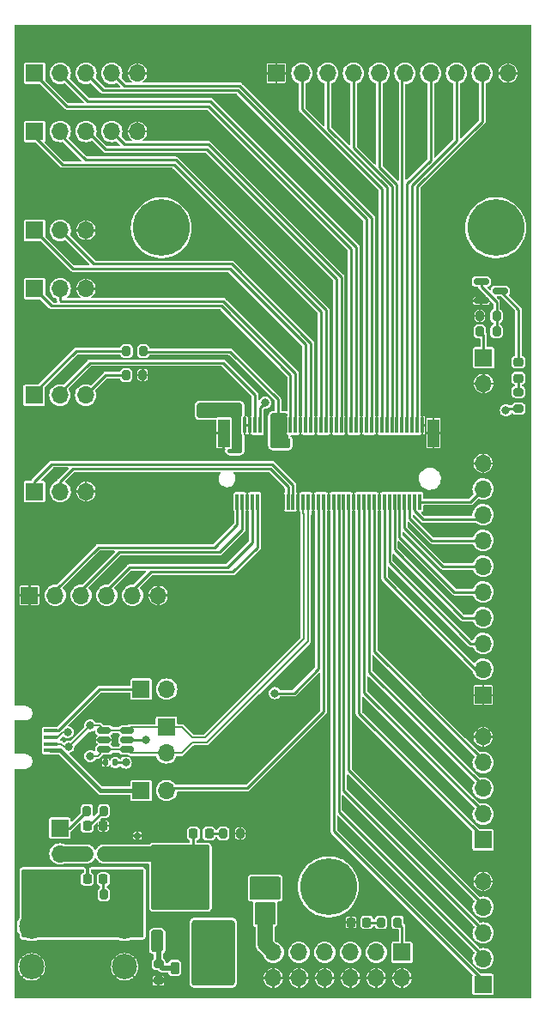
<source format=gtl>
G04 #@! TF.GenerationSoftware,KiCad,Pcbnew,7.0.9+1*
G04 #@! TF.CreationDate,2023-12-16T14:52:44+01:00*
G04 #@! TF.ProjectId,byron,6279726f-6e2e-46b6-9963-61645f706362,rev?*
G04 #@! TF.SameCoordinates,Original*
G04 #@! TF.FileFunction,Copper,L1,Top*
G04 #@! TF.FilePolarity,Positive*
%FSLAX46Y46*%
G04 Gerber Fmt 4.6, Leading zero omitted, Abs format (unit mm)*
G04 Created by KiCad (PCBNEW 7.0.9+1) date 2023-12-16 14:52:44*
%MOMM*%
%LPD*%
G01*
G04 APERTURE LIST*
G04 Aperture macros list*
%AMRoundRect*
0 Rectangle with rounded corners*
0 $1 Rounding radius*
0 $2 $3 $4 $5 $6 $7 $8 $9 X,Y pos of 4 corners*
0 Add a 4 corners polygon primitive as box body*
4,1,4,$2,$3,$4,$5,$6,$7,$8,$9,$2,$3,0*
0 Add four circle primitives for the rounded corners*
1,1,$1+$1,$2,$3*
1,1,$1+$1,$4,$5*
1,1,$1+$1,$6,$7*
1,1,$1+$1,$8,$9*
0 Add four rect primitives between the rounded corners*
20,1,$1+$1,$2,$3,$4,$5,0*
20,1,$1+$1,$4,$5,$6,$7,0*
20,1,$1+$1,$6,$7,$8,$9,0*
20,1,$1+$1,$8,$9,$2,$3,0*%
G04 Aperture macros list end*
G04 #@! TA.AperFunction,SMDPad,CuDef*
%ADD10RoundRect,0.200000X-0.275000X0.200000X-0.275000X-0.200000X0.275000X-0.200000X0.275000X0.200000X0*%
G04 #@! TD*
G04 #@! TA.AperFunction,ComponentPad*
%ADD11R,1.700000X1.700000*%
G04 #@! TD*
G04 #@! TA.AperFunction,ComponentPad*
%ADD12O,1.700000X1.700000*%
G04 #@! TD*
G04 #@! TA.AperFunction,SMDPad,CuDef*
%ADD13RoundRect,0.250000X0.350000X-0.850000X0.350000X0.850000X-0.350000X0.850000X-0.350000X-0.850000X0*%
G04 #@! TD*
G04 #@! TA.AperFunction,SMDPad,CuDef*
%ADD14RoundRect,0.250000X1.125000X-1.275000X1.125000X1.275000X-1.125000X1.275000X-1.125000X-1.275000X0*%
G04 #@! TD*
G04 #@! TA.AperFunction,SMDPad,CuDef*
%ADD15RoundRect,0.249997X2.650003X-2.950003X2.650003X2.950003X-2.650003X2.950003X-2.650003X-2.950003X0*%
G04 #@! TD*
G04 #@! TA.AperFunction,SMDPad,CuDef*
%ADD16RoundRect,0.218750X-0.218750X-0.256250X0.218750X-0.256250X0.218750X0.256250X-0.218750X0.256250X0*%
G04 #@! TD*
G04 #@! TA.AperFunction,SMDPad,CuDef*
%ADD17RoundRect,0.200000X0.200000X0.275000X-0.200000X0.275000X-0.200000X-0.275000X0.200000X-0.275000X0*%
G04 #@! TD*
G04 #@! TA.AperFunction,SMDPad,CuDef*
%ADD18RoundRect,0.135000X0.185000X-0.135000X0.185000X0.135000X-0.185000X0.135000X-0.185000X-0.135000X0*%
G04 #@! TD*
G04 #@! TA.AperFunction,SMDPad,CuDef*
%ADD19RoundRect,0.200000X-0.200000X-0.275000X0.200000X-0.275000X0.200000X0.275000X-0.200000X0.275000X0*%
G04 #@! TD*
G04 #@! TA.AperFunction,SMDPad,CuDef*
%ADD20RoundRect,0.250000X-0.262500X-0.450000X0.262500X-0.450000X0.262500X0.450000X-0.262500X0.450000X0*%
G04 #@! TD*
G04 #@! TA.AperFunction,ComponentPad*
%ADD21C,5.600000*%
G04 #@! TD*
G04 #@! TA.AperFunction,SMDPad,CuDef*
%ADD22RoundRect,0.140000X0.140000X0.170000X-0.140000X0.170000X-0.140000X-0.170000X0.140000X-0.170000X0*%
G04 #@! TD*
G04 #@! TA.AperFunction,SMDPad,CuDef*
%ADD23R,0.300000X1.550000*%
G04 #@! TD*
G04 #@! TA.AperFunction,SMDPad,CuDef*
%ADD24R,1.200000X2.750000*%
G04 #@! TD*
G04 #@! TA.AperFunction,SMDPad,CuDef*
%ADD25RoundRect,0.150000X-0.200000X0.150000X-0.200000X-0.150000X0.200000X-0.150000X0.200000X0.150000X0*%
G04 #@! TD*
G04 #@! TA.AperFunction,SMDPad,CuDef*
%ADD26RoundRect,0.218750X0.218750X0.256250X-0.218750X0.256250X-0.218750X-0.256250X0.218750X-0.256250X0*%
G04 #@! TD*
G04 #@! TA.AperFunction,SMDPad,CuDef*
%ADD27RoundRect,0.150000X-0.512500X-0.150000X0.512500X-0.150000X0.512500X0.150000X-0.512500X0.150000X0*%
G04 #@! TD*
G04 #@! TA.AperFunction,SMDPad,CuDef*
%ADD28RoundRect,0.200000X0.275000X-0.200000X0.275000X0.200000X-0.275000X0.200000X-0.275000X-0.200000X0*%
G04 #@! TD*
G04 #@! TA.AperFunction,SMDPad,CuDef*
%ADD29RoundRect,0.218750X-0.256250X0.218750X-0.256250X-0.218750X0.256250X-0.218750X0.256250X0.218750X0*%
G04 #@! TD*
G04 #@! TA.AperFunction,SMDPad,CuDef*
%ADD30RoundRect,0.225000X0.225000X0.375000X-0.225000X0.375000X-0.225000X-0.375000X0.225000X-0.375000X0*%
G04 #@! TD*
G04 #@! TA.AperFunction,SMDPad,CuDef*
%ADD31RoundRect,0.150000X-0.587500X-0.150000X0.587500X-0.150000X0.587500X0.150000X-0.587500X0.150000X0*%
G04 #@! TD*
G04 #@! TA.AperFunction,SMDPad,CuDef*
%ADD32R,1.350000X0.400000*%
G04 #@! TD*
G04 #@! TA.AperFunction,ComponentPad*
%ADD33O,1.900000X1.000000*%
G04 #@! TD*
G04 #@! TA.AperFunction,SMDPad,CuDef*
%ADD34R,1.900000X0.875000*%
G04 #@! TD*
G04 #@! TA.AperFunction,ComponentPad*
%ADD35O,1.250000X1.050000*%
G04 #@! TD*
G04 #@! TA.AperFunction,SMDPad,CuDef*
%ADD36R,1.900000X2.900000*%
G04 #@! TD*
G04 #@! TA.AperFunction,ComponentPad*
%ADD37C,2.500000*%
G04 #@! TD*
G04 #@! TA.AperFunction,ViaPad*
%ADD38C,0.800000*%
G04 #@! TD*
G04 #@! TA.AperFunction,Conductor*
%ADD39C,0.250000*%
G04 #@! TD*
G04 #@! TA.AperFunction,Conductor*
%ADD40C,0.200000*%
G04 #@! TD*
G04 #@! TA.AperFunction,Conductor*
%ADD41C,0.400000*%
G04 #@! TD*
G04 #@! TA.AperFunction,Conductor*
%ADD42C,1.500000*%
G04 #@! TD*
G04 #@! TA.AperFunction,Conductor*
%ADD43C,0.500000*%
G04 #@! TD*
G04 APERTURE END LIST*
D10*
X102425000Y-124050000D03*
X102425000Y-125700000D03*
D11*
X90200000Y-41950000D03*
D12*
X92740000Y-41950000D03*
X95280000Y-41950000D03*
X97820000Y-41950000D03*
X100360000Y-41950000D03*
D13*
X102320000Y-121800000D03*
D14*
X103075000Y-117175000D03*
X106125000Y-117175000D03*
D15*
X104600000Y-115500000D03*
D14*
X103075000Y-113825000D03*
X106125000Y-113825000D03*
D13*
X106880000Y-121800000D03*
D11*
X100700000Y-96950000D03*
D12*
X103240000Y-96950000D03*
D11*
X134450000Y-97530000D03*
D12*
X134450000Y-94990000D03*
X134450000Y-92450000D03*
X134450000Y-89910000D03*
X134450000Y-87370000D03*
X134450000Y-84830000D03*
X134450000Y-82290000D03*
X134450000Y-79750000D03*
X134450000Y-77210000D03*
X134450000Y-74670000D03*
D16*
X95412500Y-115700000D03*
X96987500Y-115700000D03*
D11*
X126450000Y-122910000D03*
D12*
X126450000Y-125450000D03*
X123910000Y-122910000D03*
X123910000Y-125450000D03*
X121370000Y-122910000D03*
X121370000Y-125450000D03*
X118830000Y-122910000D03*
X118830000Y-125450000D03*
X116290000Y-122910000D03*
X116290000Y-125450000D03*
X113750000Y-122910000D03*
X113750000Y-125450000D03*
D17*
X135775000Y-60150000D03*
X134125000Y-60150000D03*
D11*
X89700000Y-87700000D03*
D12*
X92240000Y-87700000D03*
X94780000Y-87700000D03*
X97320000Y-87700000D03*
X99860000Y-87700000D03*
X102400000Y-87700000D03*
D11*
X103200000Y-100700000D03*
D12*
X103200000Y-103240000D03*
D11*
X134450000Y-126070000D03*
D12*
X134450000Y-123530000D03*
X134450000Y-120990000D03*
X134450000Y-118450000D03*
X134450000Y-115910000D03*
D11*
X92700000Y-110660000D03*
D12*
X92700000Y-113200000D03*
X92700000Y-115740000D03*
D18*
X112950000Y-118210000D03*
X112950000Y-117190000D03*
D19*
X95375000Y-117200000D03*
X97025000Y-117200000D03*
D16*
X105862500Y-111200000D03*
X107437500Y-111200000D03*
D20*
X95287500Y-113200000D03*
X97112500Y-113200000D03*
D11*
X90200000Y-57450000D03*
D12*
X92740000Y-57450000D03*
X95280000Y-57450000D03*
D11*
X114040000Y-36200000D03*
D12*
X116580000Y-36200000D03*
X119120000Y-36200000D03*
X121660000Y-36200000D03*
X124200000Y-36200000D03*
X126740000Y-36200000D03*
X129280000Y-36200000D03*
X131820000Y-36200000D03*
X134360000Y-36200000D03*
X136900000Y-36200000D03*
D21*
X135700000Y-51450000D03*
D19*
X99225000Y-65950000D03*
X100875000Y-65950000D03*
D22*
X98180000Y-104200000D03*
X97220000Y-104200000D03*
D23*
X109950000Y-70925000D03*
X110200000Y-78475000D03*
X110450000Y-70925000D03*
X110700000Y-78475000D03*
X110950000Y-70925000D03*
X111200000Y-78475000D03*
X111450000Y-70925000D03*
X111700000Y-78475000D03*
X111950000Y-70925000D03*
X112200000Y-78475000D03*
X112450000Y-70925000D03*
X114700000Y-78475000D03*
X114950000Y-70925000D03*
X115200000Y-78475000D03*
X115450000Y-70925000D03*
X115700000Y-78475000D03*
X115950000Y-70925000D03*
X116200000Y-78475000D03*
X116450000Y-70925000D03*
X116700000Y-78475000D03*
X116950000Y-70925000D03*
X117200000Y-78475000D03*
X117450000Y-70925000D03*
X117700000Y-78475000D03*
X117950000Y-70925000D03*
X118200000Y-78475000D03*
X118450000Y-70925000D03*
X118700000Y-78475000D03*
X118950000Y-70925000D03*
X119200000Y-78475000D03*
X119450000Y-70925000D03*
X119700000Y-78475000D03*
X119950000Y-70925000D03*
X120200000Y-78475000D03*
X120450000Y-70925000D03*
X120700000Y-78475000D03*
X120950000Y-70925000D03*
X121200000Y-78475000D03*
X121450000Y-70925000D03*
X121700000Y-78475000D03*
X121950000Y-70925000D03*
X122200000Y-78475000D03*
X122450000Y-70925000D03*
X122700000Y-78475000D03*
X122950000Y-70925000D03*
X123200000Y-78475000D03*
X123450000Y-70925000D03*
X123700000Y-78475000D03*
X123950000Y-70925000D03*
X124200000Y-78475000D03*
X124450000Y-70925000D03*
X124700000Y-78475000D03*
X124950000Y-70925000D03*
X125200000Y-78475000D03*
X125450000Y-70925000D03*
X125700000Y-78475000D03*
X125950000Y-70925000D03*
X126200000Y-78475000D03*
X126450000Y-70925000D03*
X126700000Y-78475000D03*
X126950000Y-70925000D03*
X127200000Y-78475000D03*
X127450000Y-70925000D03*
X127700000Y-78475000D03*
X127950000Y-70925000D03*
X128200000Y-78475000D03*
X128450000Y-70925000D03*
D24*
X108850000Y-71700000D03*
X129550000Y-71700000D03*
D25*
X100350000Y-112800000D03*
X100350000Y-111400000D03*
D26*
X96987500Y-110450000D03*
X95412500Y-110450000D03*
D19*
X99275000Y-63600000D03*
X100925000Y-63600000D03*
D16*
X121412500Y-119950000D03*
X122987500Y-119950000D03*
D21*
X102700000Y-51450000D03*
D17*
X126025000Y-119950000D03*
X124375000Y-119950000D03*
X110475000Y-111200000D03*
X108825000Y-111200000D03*
D27*
X97062500Y-101000000D03*
X97062500Y-101950000D03*
X97062500Y-102900000D03*
X99337500Y-102900000D03*
X99337500Y-101950000D03*
X99337500Y-101000000D03*
D28*
X137950000Y-69275000D03*
X137950000Y-67625000D03*
D11*
X134450000Y-111820000D03*
D12*
X134450000Y-109280000D03*
X134450000Y-106740000D03*
X134450000Y-104200000D03*
X134450000Y-101660000D03*
D11*
X100700000Y-106950000D03*
D12*
X103240000Y-106950000D03*
D11*
X90200000Y-51700000D03*
D12*
X92740000Y-51700000D03*
X95280000Y-51700000D03*
D21*
X119200000Y-116450000D03*
D11*
X134500000Y-64260000D03*
D12*
X134500000Y-66800000D03*
D29*
X137950000Y-64700001D03*
X137950000Y-66275001D03*
D19*
X134125000Y-61650000D03*
X135775000Y-61650000D03*
X95375000Y-108950000D03*
X97025000Y-108950000D03*
D11*
X90200000Y-77450000D03*
D12*
X92740000Y-77450000D03*
X95280000Y-77450000D03*
D30*
X107325000Y-124450000D03*
X104025000Y-124450000D03*
D11*
X90200000Y-36200000D03*
D12*
X92740000Y-36200000D03*
X95280000Y-36200000D03*
X97820000Y-36200000D03*
X100360000Y-36200000D03*
D11*
X90160000Y-67950000D03*
D12*
X92700000Y-67950000D03*
X95240000Y-67950000D03*
D31*
X134262500Y-56750000D03*
X134262500Y-58650000D03*
X136137500Y-57700000D03*
D32*
X91825000Y-103000000D03*
X91825000Y-102350000D03*
X91825000Y-101700000D03*
X91825000Y-101050000D03*
X91825000Y-100400000D03*
D33*
X89150000Y-97525000D03*
D34*
X89150000Y-97962500D03*
D35*
X92150000Y-99475000D03*
D36*
X89150000Y-101700000D03*
D35*
X92150000Y-103925000D03*
D34*
X89150000Y-105437500D03*
D33*
X89150000Y-105875000D03*
D37*
X89900000Y-120350000D03*
X99100000Y-120350000D03*
X89900000Y-124350000D03*
X99100000Y-124350000D03*
D38*
X93450000Y-101200000D03*
X95700000Y-103550000D03*
X113900000Y-97350000D03*
X95700000Y-101950000D03*
X125700000Y-92350000D03*
X115900000Y-44950000D03*
X130700000Y-39950000D03*
X112900000Y-46750000D03*
X122700000Y-74412500D03*
X102500000Y-126750000D03*
X128500000Y-74450000D03*
X135700000Y-39950000D03*
X112300000Y-92350000D03*
X124200000Y-74450000D03*
X127950000Y-39950000D03*
X130700000Y-47200000D03*
X111450000Y-49950000D03*
X115100000Y-39950000D03*
X133200000Y-39950000D03*
X122950000Y-39950000D03*
X112900000Y-55550000D03*
X113900000Y-102550000D03*
X120450000Y-39950000D03*
X117500000Y-119950000D03*
X129300000Y-55550000D03*
X112900000Y-65350000D03*
X119300000Y-112750000D03*
X132700000Y-58750000D03*
X125450000Y-39950000D03*
X112900000Y-60750000D03*
X118200000Y-39950000D03*
X109450000Y-121700000D03*
X108450000Y-120450000D03*
X109450000Y-125450000D03*
X107950000Y-69450000D03*
X106700000Y-69450000D03*
X108450000Y-121700000D03*
X108450000Y-124200000D03*
X109450000Y-122950000D03*
X108450000Y-122950000D03*
X110200000Y-73150000D03*
X109200000Y-69450000D03*
X109450000Y-124200000D03*
X109450000Y-120450000D03*
X108450000Y-125450000D03*
X101200000Y-101950000D03*
X99200000Y-104200000D03*
X112950000Y-68700000D03*
X93525291Y-102644627D03*
X95700000Y-100550000D03*
X113950000Y-72700000D03*
X112950000Y-115950000D03*
X111950000Y-115950000D03*
X136700000Y-69450000D03*
X113900000Y-70250000D03*
X113950000Y-71450000D03*
X114950000Y-72700000D03*
X113950000Y-115950000D03*
D39*
X96490000Y-82950000D02*
X107950000Y-82950000D01*
X92240000Y-87700000D02*
X92240000Y-87200000D01*
X92240000Y-87200000D02*
X96490000Y-82950000D01*
X110200000Y-80700000D02*
X110200000Y-78475000D01*
X107950000Y-82950000D02*
X110200000Y-80700000D01*
X94780000Y-87700000D02*
X94780000Y-87200000D01*
X110700000Y-81200000D02*
X110700000Y-78475000D01*
X110700000Y-78475000D02*
X110675000Y-78450000D01*
X108500000Y-83400000D02*
X110700000Y-81200000D01*
X98580000Y-83400000D02*
X108500000Y-83400000D01*
X110675000Y-78450000D02*
X110675000Y-77950000D01*
X94780000Y-87200000D02*
X98580000Y-83400000D01*
X111700000Y-82450000D02*
X111700000Y-78475000D01*
X97320000Y-87700000D02*
X97320000Y-87200000D01*
X97320000Y-87200000D02*
X99570000Y-84950000D01*
X109200000Y-84950000D02*
X111700000Y-82450000D01*
X99570000Y-84950000D02*
X109200000Y-84950000D01*
X95650000Y-64750000D02*
X92740000Y-67660000D01*
X111950000Y-70925000D02*
X111950000Y-67900000D01*
X111950000Y-67900000D02*
X108800000Y-64750000D01*
X108800000Y-64750000D02*
X95650000Y-64750000D01*
X92740000Y-67660000D02*
X92740000Y-67700000D01*
X99860000Y-87700000D02*
X99860000Y-87200000D01*
X99530000Y-87370000D02*
X99360000Y-87370000D01*
X101660000Y-85400000D02*
X109750000Y-85400000D01*
X99860000Y-87700000D02*
X99530000Y-87370000D01*
X109750000Y-85400000D02*
X112200000Y-82950000D01*
X99860000Y-87200000D02*
X101660000Y-85400000D01*
X112200000Y-82950000D02*
X112200000Y-78475000D01*
X115200000Y-76950000D02*
X115200000Y-78475000D01*
X92740000Y-76450000D02*
X93990000Y-75200000D01*
X93990000Y-75200000D02*
X113450000Y-75200000D01*
X92740000Y-77450000D02*
X92740000Y-76450000D01*
X113450000Y-75200000D02*
X115200000Y-76950000D01*
X115450000Y-65950000D02*
X108650000Y-59150000D01*
X115450000Y-70925000D02*
X115450000Y-65950000D01*
X108650000Y-59150000D02*
X91900000Y-59150000D01*
X91900000Y-59150000D02*
X90200000Y-57450000D01*
X115700000Y-76813604D02*
X115700000Y-78475000D01*
X91900000Y-74750000D02*
X113636396Y-74750000D01*
X90200000Y-76450000D02*
X91900000Y-74750000D01*
X90200000Y-77450000D02*
X90200000Y-76450000D01*
X113636396Y-74750000D02*
X115700000Y-76813604D01*
X115950000Y-70925000D02*
X115950000Y-65813604D01*
X92740000Y-58610000D02*
X92740000Y-57450000D01*
X115950000Y-65813604D02*
X108836396Y-58700000D01*
X92830000Y-58700000D02*
X92740000Y-58610000D01*
X108836396Y-58700000D02*
X92830000Y-58700000D01*
X109450000Y-55450000D02*
X93950000Y-55450000D01*
X93950000Y-55450000D02*
X90200000Y-51700000D01*
X116950000Y-70925000D02*
X116950000Y-62950000D01*
X116950000Y-62950000D02*
X109450000Y-55450000D01*
D40*
X104725001Y-103240000D02*
X103200000Y-103240000D01*
X99337500Y-102900000D02*
X97062500Y-102900000D01*
X107173200Y-102195000D02*
X105770001Y-102195000D01*
X95700000Y-103550000D02*
X96412500Y-103550000D01*
X103200000Y-103240000D02*
X99677500Y-103240000D01*
X99677500Y-103240000D02*
X99337500Y-102900000D01*
X117200000Y-78475000D02*
X117200000Y-79637501D01*
X117200000Y-79637501D02*
X117175000Y-79662501D01*
X117175000Y-92193200D02*
X107173200Y-102195000D01*
X105770001Y-102195000D02*
X104725001Y-103240000D01*
X93450000Y-101200000D02*
X92974264Y-101200000D01*
X117175000Y-79662501D02*
X117175000Y-92193200D01*
X92474264Y-101700000D02*
X91825000Y-101700000D01*
X96412500Y-103550000D02*
X97062500Y-102900000D01*
X92974264Y-101200000D02*
X92474264Y-101700000D01*
D39*
X117450000Y-70925000D02*
X117450000Y-62813604D01*
X117450000Y-62813604D02*
X109636396Y-55000000D01*
X109636396Y-55000000D02*
X96040000Y-55000000D01*
X96040000Y-55000000D02*
X92740000Y-51700000D01*
X118200000Y-94950000D02*
X118200000Y-78475000D01*
X113900000Y-97350000D02*
X115800000Y-97350000D01*
X115800000Y-97350000D02*
X118200000Y-94950000D01*
X90200000Y-42450000D02*
X90200000Y-41950000D01*
X92950000Y-45200000D02*
X90200000Y-42450000D01*
X103950000Y-45200000D02*
X92950000Y-45200000D01*
X118450000Y-70925000D02*
X118450000Y-59700000D01*
X118450000Y-59700000D02*
X103950000Y-45200000D01*
X118700000Y-99200000D02*
X111200000Y-106700000D01*
X103490000Y-106700000D02*
X103240000Y-106950000D01*
X118700000Y-78475000D02*
X118700000Y-99200000D01*
X111200000Y-106700000D02*
X103490000Y-106700000D01*
X95250000Y-44750000D02*
X92740000Y-42240000D01*
X118950000Y-70925000D02*
X118950000Y-59563604D01*
X92740000Y-42240000D02*
X92740000Y-41950000D01*
X104136396Y-44750000D02*
X95250000Y-44750000D01*
X118950000Y-59563604D02*
X104136396Y-44750000D01*
X134700000Y-125950000D02*
X119700000Y-110950000D01*
X134700000Y-126070000D02*
X134700000Y-125950000D01*
X119700000Y-110950000D02*
X119700000Y-78475000D01*
X95450000Y-41950000D02*
X95280000Y-41950000D01*
X107200000Y-43700000D02*
X97200000Y-43700000D01*
X97200000Y-43700000D02*
X95450000Y-41950000D01*
X119950000Y-70925000D02*
X119950000Y-56450000D01*
X119950000Y-56450000D02*
X107200000Y-43700000D01*
X134700000Y-123530000D02*
X120200000Y-109030000D01*
X120200000Y-109030000D02*
X120200000Y-78475000D01*
X99070000Y-43200000D02*
X97820000Y-41950000D01*
X107336396Y-43200000D02*
X99070000Y-43200000D01*
X120450000Y-56313604D02*
X107336396Y-43200000D01*
X120450000Y-70925000D02*
X120450000Y-56313604D01*
X120700000Y-106990000D02*
X120700000Y-78475000D01*
X134700000Y-120990000D02*
X120700000Y-106990000D01*
X121200000Y-104950000D02*
X121200000Y-78475000D01*
X134700000Y-118450000D02*
X121200000Y-104950000D01*
X121450000Y-53500000D02*
X107400000Y-39450000D01*
X121450000Y-70925000D02*
X121450000Y-53500000D01*
X93370000Y-39450000D02*
X90200000Y-36280000D01*
X107400000Y-39450000D02*
X93370000Y-39450000D01*
X90200000Y-36280000D02*
X90200000Y-36200000D01*
X121950000Y-53363604D02*
X107536396Y-38950000D01*
X107536396Y-38950000D02*
X95450000Y-38950000D01*
X121950000Y-70925000D02*
X121950000Y-53363604D01*
X95450000Y-38950000D02*
X92740000Y-36240000D01*
X92740000Y-36240000D02*
X92740000Y-36200000D01*
X122200000Y-78475000D02*
X122200000Y-99320000D01*
X122200000Y-99320000D02*
X134700000Y-111820000D01*
X122700000Y-97280000D02*
X134700000Y-109280000D01*
X122700000Y-78475000D02*
X122700000Y-97280000D01*
X110250000Y-37900000D02*
X96980000Y-37900000D01*
X96980000Y-37900000D02*
X95280000Y-36200000D01*
X122950000Y-50600000D02*
X110250000Y-37900000D01*
X122950000Y-70925000D02*
X122950000Y-50600000D01*
X123200000Y-78475000D02*
X123200000Y-95240000D01*
X123200000Y-95240000D02*
X134700000Y-106740000D01*
X110436396Y-37450000D02*
X99070000Y-37450000D01*
X123450000Y-70925000D02*
X123450000Y-50463604D01*
X99070000Y-37450000D02*
X97820000Y-36200000D01*
X123450000Y-50463604D02*
X110436396Y-37450000D01*
X123700000Y-78475000D02*
X123700000Y-93200000D01*
X123700000Y-93200000D02*
X134700000Y-104200000D01*
X124450000Y-47609188D02*
X116580000Y-39739188D01*
X116580000Y-39739188D02*
X116580000Y-36200000D01*
X124450000Y-70925000D02*
X124450000Y-47609188D01*
X124700000Y-78475000D02*
X124700000Y-85950000D01*
X124700000Y-85950000D02*
X133740000Y-94990000D01*
X133740000Y-94990000D02*
X134450000Y-94990000D01*
X119120000Y-41642792D02*
X119120000Y-36200000D01*
X124950000Y-70925000D02*
X124950000Y-47472792D01*
X124950000Y-47472792D02*
X119120000Y-41642792D01*
X125200000Y-84450000D02*
X133200000Y-92450000D01*
X133200000Y-92450000D02*
X134450000Y-92450000D01*
X125200000Y-78475000D02*
X125200000Y-84450000D01*
X125450000Y-47336396D02*
X121660000Y-43546396D01*
X121660000Y-43546396D02*
X121660000Y-36200000D01*
X125450000Y-70925000D02*
X125450000Y-47336396D01*
X132410000Y-89910000D02*
X134450000Y-89910000D01*
X125700000Y-83200000D02*
X132410000Y-89910000D01*
X125700000Y-78475000D02*
X125700000Y-83200000D01*
X125950000Y-47200000D02*
X124200000Y-45450000D01*
X124200000Y-45450000D02*
X124200000Y-36200000D01*
X125950000Y-70925000D02*
X125950000Y-47200000D01*
X126200000Y-78475000D02*
X126200000Y-81950000D01*
X126200000Y-81950000D02*
X131620000Y-87370000D01*
X131620000Y-87370000D02*
X134450000Y-87370000D01*
X126450000Y-36490000D02*
X126740000Y-36200000D01*
X126450000Y-70925000D02*
X126450000Y-36490000D01*
X126700000Y-78475000D02*
X126700000Y-81075000D01*
X126700000Y-81075000D02*
X130455000Y-84830000D01*
X130455000Y-84830000D02*
X134450000Y-84830000D01*
X126950000Y-70925000D02*
X126950000Y-47100000D01*
X129280000Y-44770000D02*
X129280000Y-36200000D01*
X126950000Y-47100000D02*
X129280000Y-44770000D01*
X129415000Y-82290000D02*
X134450000Y-82290000D01*
X127200000Y-80075000D02*
X129415000Y-82290000D01*
X127200000Y-78475000D02*
X127200000Y-80075000D01*
X131820000Y-42866396D02*
X131820000Y-36200000D01*
X127450000Y-70925000D02*
X127450000Y-47236396D01*
X127450000Y-47236396D02*
X131820000Y-42866396D01*
X127700000Y-79359620D02*
X128540380Y-80200000D01*
X134000000Y-80200000D02*
X134450000Y-79750000D01*
X127700000Y-78475000D02*
X127700000Y-79359620D01*
X128540380Y-80200000D02*
X134000000Y-80200000D01*
X127950000Y-47372792D02*
X134360000Y-40962792D01*
X127950000Y-70925000D02*
X127950000Y-47372792D01*
X134360000Y-40962792D02*
X134360000Y-36200000D01*
X133185000Y-78475000D02*
X134450000Y-77210000D01*
X128200000Y-78475000D02*
X133185000Y-78475000D01*
X95412500Y-115700000D02*
X95412500Y-114450000D01*
D41*
X96700000Y-106950000D02*
X100700000Y-106950000D01*
X91825000Y-103000000D02*
X92750000Y-103000000D01*
D39*
X95412500Y-108987500D02*
X95375000Y-108950000D01*
D41*
X92750000Y-103000000D02*
X96700000Y-106950000D01*
D39*
X92700000Y-110660000D02*
X93665000Y-110660000D01*
X101200000Y-101950000D02*
X99337500Y-101950000D01*
X93665000Y-110660000D02*
X95375000Y-108950000D01*
X98180000Y-104200000D02*
X99200000Y-104200000D01*
X112950000Y-68700000D02*
X112450000Y-69200000D01*
X134500000Y-62025000D02*
X134125000Y-61650000D01*
X112450000Y-69200000D02*
X112450000Y-70925000D01*
X134500000Y-64260000D02*
X134500000Y-62025000D01*
D40*
X93525291Y-102644627D02*
X93101734Y-102644627D01*
X96757500Y-101000000D02*
X97062500Y-101000000D01*
X103200000Y-100700000D02*
X99637500Y-100700000D01*
X116725000Y-79662501D02*
X116725000Y-92006800D01*
X99637500Y-100700000D02*
X99337500Y-101000000D01*
X105770001Y-101745000D02*
X104725001Y-100700000D01*
X96612500Y-100550000D02*
X97062500Y-101000000D01*
X95700000Y-100550000D02*
X96612500Y-100550000D01*
X116700000Y-78475000D02*
X116700000Y-79637501D01*
X92807107Y-102350000D02*
X91825000Y-102350000D01*
X97062500Y-101000000D02*
X99337500Y-101000000D01*
X116725000Y-92006800D02*
X106986800Y-101745000D01*
X93605373Y-102644627D02*
X93525291Y-102644627D01*
X116700000Y-79637501D02*
X116725000Y-79662501D01*
X95700000Y-100550000D02*
X93605373Y-102644627D01*
X106986800Y-101745000D02*
X105770001Y-101745000D01*
X93101734Y-102644627D02*
X92807107Y-102350000D01*
X104725001Y-100700000D02*
X103200000Y-100700000D01*
D39*
X91825000Y-101050000D02*
X92509620Y-101050000D01*
X92509620Y-101050000D02*
X96609620Y-96950000D01*
X96609620Y-96950000D02*
X100700000Y-96950000D01*
X95525000Y-110450000D02*
X97025000Y-108950000D01*
X95412500Y-110450000D02*
X95525000Y-110450000D01*
X96987500Y-117162500D02*
X97025000Y-117200000D01*
X96987500Y-115700000D02*
X96987500Y-117162500D01*
X137950000Y-66275001D02*
X137950000Y-67625000D01*
X136137500Y-57700000D02*
X137950000Y-59512500D01*
X137950000Y-59512500D02*
X137950000Y-64700001D01*
X107437500Y-111200000D02*
X108825000Y-111200000D01*
D42*
X92700000Y-113200000D02*
X95287500Y-113200000D01*
D39*
X101125000Y-63650000D02*
X109500000Y-63650000D01*
X101000000Y-63525000D02*
X101125000Y-63650000D01*
X109500000Y-63650000D02*
X114200000Y-68350000D01*
X114200000Y-68350000D02*
X114200000Y-69950000D01*
X114200000Y-69950000D02*
X113900000Y-70250000D01*
X137950000Y-69275000D02*
X136875000Y-69275000D01*
X136875000Y-69275000D02*
X136700000Y-69450000D01*
X135775000Y-61650000D02*
X135775000Y-60150000D01*
X135775000Y-60150000D02*
X135775000Y-58746752D01*
X134262500Y-57234252D02*
X134262500Y-56750000D01*
X135775000Y-58746752D02*
X134262500Y-57234252D01*
D43*
X102425000Y-124050000D02*
X102425000Y-121830000D01*
X102425000Y-124050000D02*
X102825000Y-124450000D01*
X102825000Y-124450000D02*
X104025000Y-124450000D01*
D39*
X102425000Y-121830000D02*
X102420000Y-121825000D01*
X102375000Y-113200000D02*
X104700000Y-115525000D01*
X105862500Y-113562500D02*
X106125000Y-113825000D01*
X102325000Y-113150000D02*
X104700000Y-115525000D01*
D42*
X97112500Y-113200000D02*
X102375000Y-113200000D01*
D39*
X105862500Y-111200000D02*
X105862500Y-113562500D01*
X102387500Y-113212500D02*
X104700000Y-115525000D01*
D42*
X112950000Y-122110000D02*
X112950000Y-119700000D01*
D39*
X126450000Y-120375000D02*
X126025000Y-119950000D01*
X126450000Y-122910000D02*
X126450000Y-120375000D01*
D42*
X113750000Y-122910000D02*
X112950000Y-122110000D01*
D39*
X124375000Y-119950000D02*
X122987500Y-119950000D01*
X99275000Y-63600000D02*
X99350000Y-63525000D01*
X90200000Y-67700000D02*
X94300000Y-63600000D01*
X94300000Y-63600000D02*
X99275000Y-63600000D01*
X95240000Y-67950000D02*
X97240000Y-65950000D01*
X97240000Y-65950000D02*
X99225000Y-65950000D01*
G04 #@! TA.AperFunction,Conductor*
G36*
X114907148Y-69701422D02*
G01*
X114963394Y-69712609D01*
X115000367Y-69719964D01*
X115027042Y-69731012D01*
X115091613Y-69774157D01*
X115121544Y-69814977D01*
X115124500Y-69835685D01*
X115124500Y-70029316D01*
X115113693Y-70064940D01*
X115113922Y-70065035D01*
X115112960Y-70067356D01*
X115112029Y-70070427D01*
X115111133Y-70071767D01*
X115099500Y-70130253D01*
X115099500Y-71719746D01*
X115111133Y-71778232D01*
X115140608Y-71822343D01*
X115155448Y-71844552D01*
X115167113Y-71852346D01*
X115197044Y-71893167D01*
X115200000Y-71913874D01*
X115200000Y-72200000D01*
X115325000Y-72200000D01*
X115368349Y-72211615D01*
X115401519Y-72230766D01*
X115419233Y-72248480D01*
X115438385Y-72281653D01*
X115447478Y-72315587D01*
X115450000Y-72334740D01*
X115450000Y-72892711D01*
X115448578Y-72907148D01*
X115430035Y-73000368D01*
X115418985Y-73027044D01*
X115370308Y-73099893D01*
X115349893Y-73120308D01*
X115277044Y-73168985D01*
X115250368Y-73180035D01*
X115157149Y-73198578D01*
X115142712Y-73200000D01*
X113757288Y-73200000D01*
X113742851Y-73198578D01*
X113649631Y-73180035D01*
X113622955Y-73168985D01*
X113550106Y-73120308D01*
X113529691Y-73099893D01*
X113481014Y-73027044D01*
X113469964Y-73000367D01*
X113451422Y-72907147D01*
X113450000Y-72892711D01*
X113450000Y-70007288D01*
X113451422Y-69992852D01*
X113469964Y-69899632D01*
X113481013Y-69872957D01*
X113529691Y-69800106D01*
X113550106Y-69779691D01*
X113569546Y-69766700D01*
X113622957Y-69731013D01*
X113649630Y-69719964D01*
X113708900Y-69708175D01*
X113742852Y-69701422D01*
X113757288Y-69700000D01*
X114892712Y-69700000D01*
X114907148Y-69701422D01*
G37*
G04 #@! TD.AperFunction*
G04 #@! TA.AperFunction,Conductor*
G36*
X113893039Y-117969685D02*
G01*
X113938794Y-118022489D01*
X113950000Y-118074000D01*
X113950000Y-120076000D01*
X113930315Y-120143039D01*
X113877511Y-120188794D01*
X113826000Y-120200000D01*
X112074000Y-120200000D01*
X112006961Y-120180315D01*
X111961206Y-120127511D01*
X111950000Y-120076000D01*
X111950000Y-118074000D01*
X111969685Y-118006961D01*
X112022489Y-117961206D01*
X112074000Y-117950000D01*
X113826000Y-117950000D01*
X113893039Y-117969685D01*
G37*
G04 #@! TD.AperFunction*
G04 #@! TA.AperFunction,Conductor*
G36*
X139173566Y-31467313D02*
G01*
X139198876Y-31511150D01*
X139200000Y-31524000D01*
X139200000Y-127376000D01*
X139182687Y-127423566D01*
X139138850Y-127448876D01*
X139126000Y-127450000D01*
X88274000Y-127450000D01*
X88226434Y-127432687D01*
X88201124Y-127388850D01*
X88200000Y-127376000D01*
X88200000Y-125800000D01*
X101850001Y-125800000D01*
X101850001Y-125944792D01*
X101852908Y-125969868D01*
X101852910Y-125969874D01*
X101898213Y-126072478D01*
X101977521Y-126151786D01*
X102080124Y-126197089D01*
X102080123Y-126197089D01*
X102105210Y-126199999D01*
X102325000Y-126199999D01*
X102325000Y-125800000D01*
X102525000Y-125800000D01*
X102525000Y-126199999D01*
X102744792Y-126199999D01*
X102769868Y-126197091D01*
X102769874Y-126197089D01*
X102872478Y-126151786D01*
X102951786Y-126072478D01*
X102997089Y-125969875D01*
X103000000Y-125944789D01*
X103000000Y-125897747D01*
X105494500Y-125897747D01*
X105494996Y-125907850D01*
X105497404Y-125932297D01*
X105497404Y-125932298D01*
X105498884Y-125942280D01*
X105518411Y-126040455D01*
X105518411Y-126040458D01*
X105530106Y-126079006D01*
X105541152Y-126105676D01*
X105541160Y-126105692D01*
X105560140Y-126141202D01*
X105560151Y-126141220D01*
X105599427Y-126199999D01*
X105608825Y-126214064D01*
X105634381Y-126245203D01*
X105654796Y-126265618D01*
X105685935Y-126291174D01*
X105758784Y-126339851D01*
X105758788Y-126339853D01*
X105758796Y-126339858D01*
X105777365Y-126349783D01*
X105794311Y-126358841D01*
X105794316Y-126358843D01*
X105794320Y-126358845D01*
X105820972Y-126369885D01*
X105820976Y-126369886D01*
X105820987Y-126369891D01*
X105820993Y-126369893D01*
X105820999Y-126369895D01*
X105859535Y-126381585D01*
X105859546Y-126381588D01*
X105918546Y-126393323D01*
X105957704Y-126401112D01*
X105957705Y-126401113D01*
X105967694Y-126402595D01*
X105992151Y-126405004D01*
X105992158Y-126405004D01*
X105992165Y-126405005D01*
X106002243Y-126405500D01*
X106002252Y-126405500D01*
X109647748Y-126405500D01*
X109647757Y-126405500D01*
X109657835Y-126405005D01*
X109657841Y-126405004D01*
X109657849Y-126405004D01*
X109682306Y-126402595D01*
X109692295Y-126401113D01*
X109692295Y-126401112D01*
X109766993Y-126386254D01*
X109790456Y-126381587D01*
X109790463Y-126381585D01*
X109828999Y-126369895D01*
X109828999Y-126369894D01*
X109829012Y-126369891D01*
X109855688Y-126358841D01*
X109891215Y-126339851D01*
X109964064Y-126291174D01*
X109995203Y-126265618D01*
X110015618Y-126245203D01*
X110041174Y-126214064D01*
X110089851Y-126141215D01*
X110108841Y-126105688D01*
X110119891Y-126079012D01*
X110131586Y-126040460D01*
X110151113Y-125942292D01*
X110151114Y-125942290D01*
X110152595Y-125932305D01*
X110155004Y-125907848D01*
X110155500Y-125897747D01*
X110155500Y-125550000D01*
X112805252Y-125550000D01*
X112813745Y-125636234D01*
X112868068Y-125815309D01*
X112956282Y-125980346D01*
X113074997Y-126125001D01*
X113074998Y-126125002D01*
X113219653Y-126243717D01*
X113384690Y-126331931D01*
X113563765Y-126386254D01*
X113650000Y-126394747D01*
X113650000Y-125940764D01*
X113714237Y-125950000D01*
X113785763Y-125950000D01*
X113850000Y-125940764D01*
X113850000Y-126394747D01*
X113936234Y-126386254D01*
X114115309Y-126331931D01*
X114280346Y-126243717D01*
X114425001Y-126125002D01*
X114425002Y-126125001D01*
X114543717Y-125980346D01*
X114631931Y-125815309D01*
X114686254Y-125636234D01*
X114694748Y-125550000D01*
X115345252Y-125550000D01*
X115353745Y-125636234D01*
X115408068Y-125815309D01*
X115496282Y-125980346D01*
X115614997Y-126125001D01*
X115614998Y-126125002D01*
X115759653Y-126243717D01*
X115924690Y-126331931D01*
X116103765Y-126386254D01*
X116190000Y-126394747D01*
X116190000Y-125940764D01*
X116254237Y-125950000D01*
X116325763Y-125950000D01*
X116390000Y-125940764D01*
X116390000Y-126394747D01*
X116476234Y-126386254D01*
X116655309Y-126331931D01*
X116820346Y-126243717D01*
X116965001Y-126125002D01*
X116965002Y-126125001D01*
X117083717Y-125980346D01*
X117171931Y-125815309D01*
X117226254Y-125636234D01*
X117234748Y-125550000D01*
X117885252Y-125550000D01*
X117893745Y-125636234D01*
X117948068Y-125815309D01*
X118036282Y-125980346D01*
X118154997Y-126125001D01*
X118154998Y-126125002D01*
X118299653Y-126243717D01*
X118464690Y-126331931D01*
X118643765Y-126386254D01*
X118730000Y-126394747D01*
X118730000Y-125940764D01*
X118794237Y-125950000D01*
X118865763Y-125950000D01*
X118930000Y-125940764D01*
X118930000Y-126394747D01*
X119016234Y-126386254D01*
X119195309Y-126331931D01*
X119360346Y-126243717D01*
X119505001Y-126125002D01*
X119505002Y-126125001D01*
X119623717Y-125980346D01*
X119711931Y-125815309D01*
X119766254Y-125636234D01*
X119774748Y-125550000D01*
X120425252Y-125550000D01*
X120433745Y-125636234D01*
X120488068Y-125815309D01*
X120576282Y-125980346D01*
X120694997Y-126125001D01*
X120694998Y-126125002D01*
X120839653Y-126243717D01*
X121004690Y-126331931D01*
X121183765Y-126386254D01*
X121270000Y-126394747D01*
X121270000Y-125940764D01*
X121334237Y-125950000D01*
X121405763Y-125950000D01*
X121470000Y-125940764D01*
X121470000Y-126394747D01*
X121556234Y-126386254D01*
X121735309Y-126331931D01*
X121900346Y-126243717D01*
X122045001Y-126125002D01*
X122045002Y-126125001D01*
X122163717Y-125980346D01*
X122251931Y-125815309D01*
X122306254Y-125636234D01*
X122314748Y-125550000D01*
X122965252Y-125550000D01*
X122973745Y-125636234D01*
X123028068Y-125815309D01*
X123116282Y-125980346D01*
X123234997Y-126125001D01*
X123234998Y-126125002D01*
X123379653Y-126243717D01*
X123544690Y-126331931D01*
X123723765Y-126386254D01*
X123810000Y-126394747D01*
X123810000Y-125940764D01*
X123874237Y-125950000D01*
X123945763Y-125950000D01*
X124010000Y-125940764D01*
X124010000Y-126394747D01*
X124096234Y-126386254D01*
X124275309Y-126331931D01*
X124440346Y-126243717D01*
X124585001Y-126125002D01*
X124585002Y-126125001D01*
X124703717Y-125980346D01*
X124791931Y-125815309D01*
X124846254Y-125636234D01*
X124854748Y-125550000D01*
X125505252Y-125550000D01*
X125513745Y-125636234D01*
X125568068Y-125815309D01*
X125656282Y-125980346D01*
X125774997Y-126125001D01*
X125774998Y-126125002D01*
X125919653Y-126243717D01*
X126084690Y-126331931D01*
X126263765Y-126386254D01*
X126350000Y-126394747D01*
X126350000Y-125940764D01*
X126414237Y-125950000D01*
X126485763Y-125950000D01*
X126550000Y-125940764D01*
X126550000Y-126394747D01*
X126636234Y-126386254D01*
X126815309Y-126331931D01*
X126980346Y-126243717D01*
X127125001Y-126125002D01*
X127125002Y-126125001D01*
X127243717Y-125980346D01*
X127331931Y-125815309D01*
X127386254Y-125636234D01*
X127394748Y-125550000D01*
X126941746Y-125550000D01*
X126950000Y-125521889D01*
X126950000Y-125378111D01*
X126941746Y-125350000D01*
X127394747Y-125350000D01*
X127386254Y-125263765D01*
X127331931Y-125084690D01*
X127243717Y-124919653D01*
X127125002Y-124774998D01*
X127125001Y-124774997D01*
X126980346Y-124656282D01*
X126815309Y-124568068D01*
X126636233Y-124513745D01*
X126636235Y-124513745D01*
X126550000Y-124505251D01*
X126550000Y-124959235D01*
X126485763Y-124950000D01*
X126414237Y-124950000D01*
X126350000Y-124959235D01*
X126350000Y-124505251D01*
X126263765Y-124513745D01*
X126084690Y-124568068D01*
X125919653Y-124656282D01*
X125774998Y-124774997D01*
X125774997Y-124774998D01*
X125656282Y-124919653D01*
X125568068Y-125084690D01*
X125513745Y-125263765D01*
X125505252Y-125350000D01*
X125958254Y-125350000D01*
X125950000Y-125378111D01*
X125950000Y-125521889D01*
X125958254Y-125550000D01*
X125505252Y-125550000D01*
X124854748Y-125550000D01*
X124401746Y-125550000D01*
X124410000Y-125521889D01*
X124410000Y-125378111D01*
X124401746Y-125350000D01*
X124854747Y-125350000D01*
X124846254Y-125263765D01*
X124791931Y-125084690D01*
X124703717Y-124919653D01*
X124585002Y-124774998D01*
X124585001Y-124774997D01*
X124440346Y-124656282D01*
X124275309Y-124568068D01*
X124096233Y-124513745D01*
X124096235Y-124513745D01*
X124010000Y-124505251D01*
X124010000Y-124959235D01*
X123945763Y-124950000D01*
X123874237Y-124950000D01*
X123810000Y-124959235D01*
X123810000Y-124505251D01*
X123723765Y-124513745D01*
X123544690Y-124568068D01*
X123379653Y-124656282D01*
X123234998Y-124774997D01*
X123234997Y-124774998D01*
X123116282Y-124919653D01*
X123028068Y-125084690D01*
X122973745Y-125263765D01*
X122965252Y-125350000D01*
X123418254Y-125350000D01*
X123410000Y-125378111D01*
X123410000Y-125521889D01*
X123418254Y-125550000D01*
X122965252Y-125550000D01*
X122314748Y-125550000D01*
X121861746Y-125550000D01*
X121870000Y-125521889D01*
X121870000Y-125378111D01*
X121861746Y-125350000D01*
X122314747Y-125350000D01*
X122306254Y-125263765D01*
X122251931Y-125084690D01*
X122163717Y-124919653D01*
X122045002Y-124774998D01*
X122045001Y-124774997D01*
X121900346Y-124656282D01*
X121735309Y-124568068D01*
X121556233Y-124513745D01*
X121556235Y-124513745D01*
X121470000Y-124505251D01*
X121470000Y-124959235D01*
X121405763Y-124950000D01*
X121334237Y-124950000D01*
X121270000Y-124959235D01*
X121270000Y-124505251D01*
X121183765Y-124513745D01*
X121004690Y-124568068D01*
X120839653Y-124656282D01*
X120694998Y-124774997D01*
X120694997Y-124774998D01*
X120576282Y-124919653D01*
X120488068Y-125084690D01*
X120433745Y-125263765D01*
X120425252Y-125350000D01*
X120878254Y-125350000D01*
X120870000Y-125378111D01*
X120870000Y-125521889D01*
X120878254Y-125550000D01*
X120425252Y-125550000D01*
X119774748Y-125550000D01*
X119321746Y-125550000D01*
X119330000Y-125521889D01*
X119330000Y-125378111D01*
X119321746Y-125350000D01*
X119774747Y-125350000D01*
X119766254Y-125263765D01*
X119711931Y-125084690D01*
X119623717Y-124919653D01*
X119505002Y-124774998D01*
X119505001Y-124774997D01*
X119360346Y-124656282D01*
X119195309Y-124568068D01*
X119016233Y-124513745D01*
X119016235Y-124513745D01*
X118930000Y-124505251D01*
X118930000Y-124959235D01*
X118865763Y-124950000D01*
X118794237Y-124950000D01*
X118730000Y-124959235D01*
X118730000Y-124505251D01*
X118729999Y-124505251D01*
X118643765Y-124513745D01*
X118464690Y-124568068D01*
X118299653Y-124656282D01*
X118154998Y-124774997D01*
X118154997Y-124774998D01*
X118036282Y-124919653D01*
X117948068Y-125084690D01*
X117893745Y-125263765D01*
X117885252Y-125350000D01*
X118338254Y-125350000D01*
X118330000Y-125378111D01*
X118330000Y-125521889D01*
X118338254Y-125550000D01*
X117885252Y-125550000D01*
X117234748Y-125550000D01*
X116781746Y-125550000D01*
X116790000Y-125521889D01*
X116790000Y-125378111D01*
X116781746Y-125350000D01*
X117234747Y-125350000D01*
X117226254Y-125263765D01*
X117171931Y-125084690D01*
X117083717Y-124919653D01*
X116965002Y-124774998D01*
X116965001Y-124774997D01*
X116820346Y-124656282D01*
X116655309Y-124568068D01*
X116476233Y-124513745D01*
X116476235Y-124513745D01*
X116390000Y-124505251D01*
X116390000Y-124959235D01*
X116325763Y-124950000D01*
X116254237Y-124950000D01*
X116190000Y-124959235D01*
X116190000Y-124505251D01*
X116189999Y-124505251D01*
X116103765Y-124513745D01*
X115924690Y-124568068D01*
X115759653Y-124656282D01*
X115614998Y-124774997D01*
X115614997Y-124774998D01*
X115496282Y-124919653D01*
X115408068Y-125084690D01*
X115353745Y-125263765D01*
X115345252Y-125350000D01*
X115798254Y-125350000D01*
X115790000Y-125378111D01*
X115790000Y-125521889D01*
X115798254Y-125550000D01*
X115345252Y-125550000D01*
X114694748Y-125550000D01*
X114241746Y-125550000D01*
X114250000Y-125521889D01*
X114250000Y-125378111D01*
X114241746Y-125350000D01*
X114694747Y-125350000D01*
X114686254Y-125263765D01*
X114631931Y-125084690D01*
X114543717Y-124919653D01*
X114425002Y-124774998D01*
X114425001Y-124774997D01*
X114280346Y-124656282D01*
X114115309Y-124568068D01*
X113936233Y-124513745D01*
X113936235Y-124513745D01*
X113850000Y-124505251D01*
X113850000Y-124959235D01*
X113785763Y-124950000D01*
X113714237Y-124950000D01*
X113650000Y-124959235D01*
X113650000Y-124505251D01*
X113563765Y-124513745D01*
X113384690Y-124568068D01*
X113219653Y-124656282D01*
X113074998Y-124774997D01*
X113074997Y-124774998D01*
X112956282Y-124919653D01*
X112868068Y-125084690D01*
X112813745Y-125263765D01*
X112805252Y-125350000D01*
X113258254Y-125350000D01*
X113250000Y-125378111D01*
X113250000Y-125521889D01*
X113258254Y-125550000D01*
X112805252Y-125550000D01*
X110155500Y-125550000D01*
X110155500Y-120002252D01*
X110155004Y-119992151D01*
X110152595Y-119967694D01*
X110151113Y-119957705D01*
X110151112Y-119957704D01*
X110150514Y-119954700D01*
X110135141Y-119877409D01*
X110131588Y-119859546D01*
X110131585Y-119859535D01*
X110119895Y-119820999D01*
X110119889Y-119820984D01*
X110108841Y-119794311D01*
X110099783Y-119777365D01*
X110089858Y-119758796D01*
X110089849Y-119758782D01*
X110041174Y-119685935D01*
X110015618Y-119654796D01*
X109995203Y-119634381D01*
X109974443Y-119617343D01*
X109964063Y-119608824D01*
X109891220Y-119560151D01*
X109891202Y-119560140D01*
X109855692Y-119541160D01*
X109855676Y-119541152D01*
X109834886Y-119532541D01*
X109829009Y-119530107D01*
X109829006Y-119530106D01*
X109790457Y-119518411D01*
X109725955Y-119505582D01*
X109692291Y-119498886D01*
X109692284Y-119498885D01*
X109692285Y-119498885D01*
X109686396Y-119498011D01*
X109682313Y-119497406D01*
X109682311Y-119497405D01*
X109682299Y-119497404D01*
X109682298Y-119497404D01*
X109657851Y-119494996D01*
X109657841Y-119494995D01*
X109657836Y-119494995D01*
X109647757Y-119494500D01*
X106002243Y-119494500D01*
X105992164Y-119494995D01*
X105992158Y-119494995D01*
X105992149Y-119494996D01*
X105967705Y-119497404D01*
X105967704Y-119497404D01*
X105967695Y-119497405D01*
X105967688Y-119497406D01*
X105963517Y-119498024D01*
X105957720Y-119498884D01*
X105957717Y-119498884D01*
X105957710Y-119498886D01*
X105938735Y-119502660D01*
X105859553Y-119518408D01*
X105859550Y-119518409D01*
X105820983Y-119530108D01*
X105820967Y-119530114D01*
X105794314Y-119541155D01*
X105758782Y-119560149D01*
X105685935Y-119608824D01*
X105654793Y-119634383D01*
X105634383Y-119654793D01*
X105608824Y-119685935D01*
X105560149Y-119758782D01*
X105541155Y-119794314D01*
X105530114Y-119820967D01*
X105530108Y-119820983D01*
X105518409Y-119859550D01*
X105518408Y-119859553D01*
X105503519Y-119934417D01*
X105498886Y-119957710D01*
X105497407Y-119967687D01*
X105497404Y-119967704D01*
X105497404Y-119967705D01*
X105494996Y-119992149D01*
X105494500Y-120002252D01*
X105494500Y-125897747D01*
X103000000Y-125897747D01*
X103000000Y-125800000D01*
X102525000Y-125800000D01*
X102325000Y-125800000D01*
X101850001Y-125800000D01*
X88200000Y-125800000D01*
X88200000Y-124350005D01*
X88544843Y-124350005D01*
X88565430Y-124585317D01*
X88565431Y-124585325D01*
X88626566Y-124813483D01*
X88626571Y-124813494D01*
X88726401Y-125027579D01*
X88861888Y-125221075D01*
X88874695Y-125233882D01*
X89303656Y-124804920D01*
X89350756Y-124868185D01*
X89444540Y-124946879D01*
X89016116Y-125375303D01*
X89028924Y-125388111D01*
X89028923Y-125388111D01*
X89222420Y-125523598D01*
X89436505Y-125623428D01*
X89436516Y-125623433D01*
X89664674Y-125684568D01*
X89664682Y-125684569D01*
X89899995Y-125705157D01*
X89900005Y-125705157D01*
X90135317Y-125684569D01*
X90135325Y-125684568D01*
X90363483Y-125623433D01*
X90363494Y-125623428D01*
X90577579Y-125523598D01*
X90771077Y-125388110D01*
X90771080Y-125388107D01*
X90783883Y-125375305D01*
X90783882Y-125375304D01*
X90356206Y-124947627D01*
X90385373Y-124928445D01*
X90499208Y-124807786D01*
X90925305Y-125233883D01*
X90938107Y-125221080D01*
X90938110Y-125221077D01*
X91073598Y-125027579D01*
X91173428Y-124813494D01*
X91173433Y-124813483D01*
X91234568Y-124585325D01*
X91234569Y-124585317D01*
X91255157Y-124350005D01*
X97744843Y-124350005D01*
X97765430Y-124585317D01*
X97765431Y-124585325D01*
X97826566Y-124813483D01*
X97826571Y-124813494D01*
X97926401Y-125027579D01*
X98061888Y-125221075D01*
X98074695Y-125233882D01*
X98503656Y-124804920D01*
X98550756Y-124868185D01*
X98644540Y-124946879D01*
X98216116Y-125375303D01*
X98228924Y-125388111D01*
X98228923Y-125388111D01*
X98422420Y-125523598D01*
X98636505Y-125623428D01*
X98636516Y-125623433D01*
X98864674Y-125684568D01*
X98864682Y-125684569D01*
X99099995Y-125705157D01*
X99100005Y-125705157D01*
X99335317Y-125684569D01*
X99335325Y-125684568D01*
X99563483Y-125623433D01*
X99563494Y-125623428D01*
X99613735Y-125600000D01*
X101850000Y-125600000D01*
X102325000Y-125600000D01*
X102325000Y-125200000D01*
X102525000Y-125200000D01*
X102525000Y-125600000D01*
X102999999Y-125600000D01*
X102999999Y-125455207D01*
X102997091Y-125430131D01*
X102997089Y-125430125D01*
X102951786Y-125327521D01*
X102872478Y-125248213D01*
X102769875Y-125202910D01*
X102769876Y-125202910D01*
X102744789Y-125200000D01*
X102525000Y-125200000D01*
X102325000Y-125200000D01*
X102105207Y-125200000D01*
X102080131Y-125202908D01*
X102080125Y-125202910D01*
X101977521Y-125248213D01*
X101898213Y-125327521D01*
X101852910Y-125430124D01*
X101850000Y-125455210D01*
X101850000Y-125600000D01*
X99613735Y-125600000D01*
X99777579Y-125523598D01*
X99971077Y-125388110D01*
X99971080Y-125388107D01*
X99983883Y-125375305D01*
X99983882Y-125375304D01*
X99556206Y-124947627D01*
X99585373Y-124928445D01*
X99699208Y-124807786D01*
X100125305Y-125233883D01*
X100138107Y-125221080D01*
X100138110Y-125221077D01*
X100273598Y-125027579D01*
X100373428Y-124813494D01*
X100373433Y-124813483D01*
X100434568Y-124585325D01*
X100434569Y-124585317D01*
X100455157Y-124350005D01*
X100455157Y-124349994D01*
X100434569Y-124114682D01*
X100434568Y-124114674D01*
X100373433Y-123886516D01*
X100373428Y-123886505D01*
X100273598Y-123672421D01*
X100138109Y-123478921D01*
X100125304Y-123466116D01*
X99696341Y-123895078D01*
X99649244Y-123831815D01*
X99555458Y-123753118D01*
X99983882Y-123324695D01*
X99971075Y-123311888D01*
X99971076Y-123311888D01*
X99777579Y-123176401D01*
X99563494Y-123076571D01*
X99563483Y-123076566D01*
X99335325Y-123015431D01*
X99335317Y-123015430D01*
X99100005Y-122994843D01*
X99099995Y-122994843D01*
X98864682Y-123015430D01*
X98864674Y-123015431D01*
X98636516Y-123076566D01*
X98636505Y-123076571D01*
X98422418Y-123176402D01*
X98228929Y-123311883D01*
X98228917Y-123311893D01*
X98216116Y-123324694D01*
X98216116Y-123324695D01*
X98643793Y-123752372D01*
X98614627Y-123771555D01*
X98500792Y-123892213D01*
X98074695Y-123466116D01*
X98074694Y-123466116D01*
X98061893Y-123478917D01*
X98061883Y-123478929D01*
X97926402Y-123672418D01*
X97826571Y-123886505D01*
X97826566Y-123886516D01*
X97765431Y-124114674D01*
X97765430Y-124114682D01*
X97744843Y-124349994D01*
X97744843Y-124350005D01*
X91255157Y-124350005D01*
X91255157Y-124349994D01*
X91234569Y-124114682D01*
X91234568Y-124114674D01*
X91173433Y-123886516D01*
X91173428Y-123886505D01*
X91073598Y-123672421D01*
X90938109Y-123478921D01*
X90925304Y-123466116D01*
X90496341Y-123895078D01*
X90449244Y-123831815D01*
X90355458Y-123753119D01*
X90783883Y-123324695D01*
X90771075Y-123311888D01*
X90771076Y-123311888D01*
X90577579Y-123176401D01*
X90363494Y-123076571D01*
X90363483Y-123076566D01*
X90135325Y-123015431D01*
X90135317Y-123015430D01*
X89900005Y-122994843D01*
X89899995Y-122994843D01*
X89664682Y-123015430D01*
X89664674Y-123015431D01*
X89436516Y-123076566D01*
X89436505Y-123076571D01*
X89222418Y-123176402D01*
X89028929Y-123311883D01*
X89028917Y-123311893D01*
X89016116Y-123324694D01*
X89016116Y-123324695D01*
X89443793Y-123752372D01*
X89414627Y-123771555D01*
X89300792Y-123892213D01*
X88874695Y-123466116D01*
X88874694Y-123466116D01*
X88861893Y-123478917D01*
X88861883Y-123478929D01*
X88726402Y-123672418D01*
X88626571Y-123886505D01*
X88626566Y-123886516D01*
X88565431Y-124114674D01*
X88565430Y-124114682D01*
X88544843Y-124349994D01*
X88544843Y-124350005D01*
X88200000Y-124350005D01*
X88200000Y-122704266D01*
X101519500Y-122704266D01*
X101522354Y-122734699D01*
X101522354Y-122734701D01*
X101522355Y-122734704D01*
X101567206Y-122862881D01*
X101567207Y-122862883D01*
X101647846Y-122972146D01*
X101647853Y-122972153D01*
X101757116Y-123052792D01*
X101757118Y-123052793D01*
X101825057Y-123076566D01*
X101885301Y-123097646D01*
X101907409Y-123099719D01*
X101953150Y-123121395D01*
X101974257Y-123167404D01*
X101974500Y-123173395D01*
X101974500Y-123444583D01*
X101957187Y-123492149D01*
X101934096Y-123510517D01*
X101911657Y-123521950D01*
X101821951Y-123611656D01*
X101764353Y-123724698D01*
X101749500Y-123818480D01*
X101749500Y-124281519D01*
X101764353Y-124375304D01*
X101764354Y-124375306D01*
X101818272Y-124481123D01*
X101821950Y-124488342D01*
X101911658Y-124578050D01*
X102024696Y-124635646D01*
X102118481Y-124650500D01*
X102357743Y-124650499D01*
X102405309Y-124667812D01*
X102410069Y-124672173D01*
X102487094Y-124749198D01*
X102489861Y-124752295D01*
X102515122Y-124783971D01*
X102564265Y-124817476D01*
X102612117Y-124852792D01*
X102617019Y-124855383D01*
X102616996Y-124855424D01*
X102622309Y-124858106D01*
X102622329Y-124858065D01*
X102627325Y-124860471D01*
X102627327Y-124860472D01*
X102684179Y-124878008D01*
X102740300Y-124897646D01*
X102740301Y-124897646D01*
X102745749Y-124898677D01*
X102745740Y-124898723D01*
X102751605Y-124899719D01*
X102751612Y-124899673D01*
X102757097Y-124900499D01*
X102757098Y-124900500D01*
X102816573Y-124900500D01*
X102876005Y-124902724D01*
X102876006Y-124902723D01*
X102876010Y-124902724D01*
X102876013Y-124902723D01*
X102881519Y-124902103D01*
X102881524Y-124902149D01*
X102894052Y-124900500D01*
X103317952Y-124900500D01*
X103365518Y-124917813D01*
X103386049Y-124953373D01*
X103388480Y-124952584D01*
X103390281Y-124958126D01*
X103450059Y-125075448D01*
X103451472Y-125078220D01*
X103546780Y-125173528D01*
X103666874Y-125234719D01*
X103766511Y-125250500D01*
X103766512Y-125250500D01*
X104283489Y-125250500D01*
X104348798Y-125240156D01*
X104383126Y-125234719D01*
X104503220Y-125173528D01*
X104598528Y-125078220D01*
X104659719Y-124958126D01*
X104675500Y-124858488D01*
X104675500Y-124041512D01*
X104659719Y-123941874D01*
X104598528Y-123821780D01*
X104503220Y-123726472D01*
X104503219Y-123726471D01*
X104383126Y-123665281D01*
X104383125Y-123665280D01*
X104283489Y-123649500D01*
X104283488Y-123649500D01*
X103766512Y-123649500D01*
X103766511Y-123649500D01*
X103666874Y-123665280D01*
X103666873Y-123665281D01*
X103546780Y-123726471D01*
X103451471Y-123821780D01*
X103390281Y-123941873D01*
X103388480Y-123947416D01*
X103385792Y-123946542D01*
X103366506Y-123981344D01*
X103319251Y-123999489D01*
X103317952Y-123999500D01*
X103174499Y-123999500D01*
X103126933Y-123982187D01*
X103101623Y-123938350D01*
X103100499Y-123925500D01*
X103100499Y-123818480D01*
X103085646Y-123724695D01*
X103085645Y-123724693D01*
X103050852Y-123656409D01*
X103028050Y-123611658D01*
X102938342Y-123521950D01*
X102915904Y-123510517D01*
X102881382Y-123473496D01*
X102875500Y-123444583D01*
X102875500Y-123095598D01*
X102892813Y-123048032D01*
X102905558Y-123036058D01*
X102992146Y-122972153D01*
X102992146Y-122972152D01*
X102992150Y-122972150D01*
X103072793Y-122862882D01*
X103117646Y-122734699D01*
X103120500Y-122704266D01*
X103120500Y-120895734D01*
X103117646Y-120865301D01*
X103072793Y-120737118D01*
X103072792Y-120737116D01*
X102992153Y-120627853D01*
X102992146Y-120627846D01*
X102882883Y-120547207D01*
X102882881Y-120547206D01*
X102754704Y-120502355D01*
X102754705Y-120502355D01*
X102754700Y-120502354D01*
X102754699Y-120502354D01*
X102724266Y-120499500D01*
X101915734Y-120499500D01*
X101885301Y-120502354D01*
X101885299Y-120502354D01*
X101885295Y-120502355D01*
X101757118Y-120547206D01*
X101757116Y-120547207D01*
X101647853Y-120627846D01*
X101647846Y-120627853D01*
X101567207Y-120737116D01*
X101567206Y-120737118D01*
X101522355Y-120865295D01*
X101522354Y-120865299D01*
X101522354Y-120865301D01*
X101519500Y-120895734D01*
X101519500Y-122704266D01*
X88200000Y-122704266D01*
X88200000Y-120350003D01*
X88444529Y-120350003D01*
X88464378Y-120589556D01*
X88464378Y-120589557D01*
X88473480Y-120625499D01*
X88513634Y-120784066D01*
X88523392Y-120822597D01*
X88619951Y-121042728D01*
X88732450Y-121214919D01*
X88744500Y-121255393D01*
X88744500Y-121326000D01*
X88749197Y-121369684D01*
X88760402Y-121421195D01*
X88762888Y-121431370D01*
X88762889Y-121431372D01*
X88805899Y-121512083D01*
X88805901Y-121512087D01*
X88835491Y-121546235D01*
X88851655Y-121564889D01*
X88851658Y-121564892D01*
X88851657Y-121564892D01*
X88860176Y-121573586D01*
X88869246Y-121582843D01*
X88949061Y-121627489D01*
X88949060Y-121627489D01*
X89016098Y-121647174D01*
X89016099Y-121647174D01*
X89016102Y-121647175D01*
X89074000Y-121655500D01*
X89246007Y-121655500D01*
X89281227Y-121664418D01*
X89315344Y-121682882D01*
X89542703Y-121760934D01*
X89779808Y-121800500D01*
X90020192Y-121800500D01*
X90257297Y-121760934D01*
X90484656Y-121682882D01*
X90518772Y-121664418D01*
X90553993Y-121655500D01*
X98446007Y-121655500D01*
X98481227Y-121664418D01*
X98515344Y-121682882D01*
X98742703Y-121760934D01*
X98979808Y-121800500D01*
X99220192Y-121800500D01*
X99457297Y-121760934D01*
X99684656Y-121682882D01*
X99718772Y-121664418D01*
X99753993Y-121655500D01*
X100826001Y-121655500D01*
X100830241Y-121655043D01*
X100869684Y-121650803D01*
X100895439Y-121645200D01*
X100921195Y-121639598D01*
X100931370Y-121637111D01*
X100931371Y-121637110D01*
X100931373Y-121637110D01*
X101012085Y-121594100D01*
X101064889Y-121548345D01*
X101064892Y-121548342D01*
X101064892Y-121548343D01*
X101070628Y-121542721D01*
X101082843Y-121530754D01*
X101127490Y-121450937D01*
X101147175Y-121383898D01*
X101155500Y-121326000D01*
X101155500Y-114824000D01*
X101150803Y-114780316D01*
X101145883Y-114757703D01*
X101139598Y-114728805D01*
X101137111Y-114718629D01*
X101137110Y-114718627D01*
X101126685Y-114699063D01*
X101094100Y-114637915D01*
X101094098Y-114637913D01*
X101094098Y-114637912D01*
X101048342Y-114585108D01*
X101048343Y-114585108D01*
X101039910Y-114576502D01*
X101030754Y-114567157D01*
X100950937Y-114522510D01*
X100950939Y-114522510D01*
X100883901Y-114502825D01*
X100883896Y-114502824D01*
X100826002Y-114494500D01*
X100826000Y-114494500D01*
X95862000Y-114494500D01*
X95861999Y-114494500D01*
X95818315Y-114499197D01*
X95766805Y-114510402D01*
X95756629Y-114512888D01*
X95756627Y-114512889D01*
X95675916Y-114555899D01*
X95675912Y-114555901D01*
X95633681Y-114592495D01*
X95623111Y-114601655D01*
X95623108Y-114601658D01*
X95623108Y-114601657D01*
X95605156Y-114619247D01*
X95560510Y-114699061D01*
X95540825Y-114766098D01*
X95540824Y-114766103D01*
X95536180Y-114798404D01*
X95532500Y-114824000D01*
X95532500Y-114951619D01*
X95539629Y-115005278D01*
X95542076Y-115014327D01*
X95548156Y-115036802D01*
X95543864Y-115087239D01*
X95529050Y-115108449D01*
X95512500Y-115124999D01*
X95512500Y-115726000D01*
X95495187Y-115773566D01*
X95451350Y-115798876D01*
X95438500Y-115800000D01*
X95386500Y-115800000D01*
X95338934Y-115782687D01*
X95313624Y-115738850D01*
X95312500Y-115726000D01*
X95312500Y-115125000D01*
X95295437Y-115107937D01*
X95274045Y-115062061D01*
X95276761Y-115034764D01*
X95284175Y-115009517D01*
X95292500Y-114951619D01*
X95292500Y-114824000D01*
X95287803Y-114780316D01*
X95282883Y-114757703D01*
X95276598Y-114728805D01*
X95274111Y-114718629D01*
X95274110Y-114718627D01*
X95263685Y-114699063D01*
X95231100Y-114637915D01*
X95231098Y-114637913D01*
X95231098Y-114637912D01*
X95185342Y-114585108D01*
X95185343Y-114585108D01*
X95176910Y-114576502D01*
X95167754Y-114567157D01*
X95087937Y-114522510D01*
X95087939Y-114522510D01*
X95020901Y-114502825D01*
X95020896Y-114502824D01*
X94963002Y-114494500D01*
X94963000Y-114494500D01*
X89074000Y-114494500D01*
X89073999Y-114494500D01*
X89030315Y-114499197D01*
X88978805Y-114510402D01*
X88968629Y-114512888D01*
X88968627Y-114512889D01*
X88887916Y-114555899D01*
X88887912Y-114555901D01*
X88845681Y-114592495D01*
X88835111Y-114601655D01*
X88835108Y-114601658D01*
X88835108Y-114601657D01*
X88817156Y-114619247D01*
X88772510Y-114699061D01*
X88752825Y-114766098D01*
X88752824Y-114766103D01*
X88744500Y-114823997D01*
X88744500Y-119444605D01*
X88732450Y-119485079D01*
X88619951Y-119657271D01*
X88523392Y-119877402D01*
X88464378Y-120110442D01*
X88464378Y-120110443D01*
X88444529Y-120349996D01*
X88444529Y-120350003D01*
X88200000Y-120350003D01*
X88200000Y-113200000D01*
X91644417Y-113200000D01*
X91664700Y-113405935D01*
X91690855Y-113492158D01*
X91702885Y-113531816D01*
X91724769Y-113603956D01*
X91822315Y-113786450D01*
X91936883Y-113926053D01*
X91953590Y-113946410D01*
X92113550Y-114077685D01*
X92296046Y-114175232D01*
X92494066Y-114235300D01*
X92700000Y-114255583D01*
X92905934Y-114235300D01*
X93103954Y-114175232D01*
X93133876Y-114159237D01*
X93168760Y-114150500D01*
X95335705Y-114150500D01*
X95335706Y-114150500D01*
X95382826Y-114145708D01*
X95479817Y-114135846D01*
X95479822Y-114135845D01*
X95581656Y-114103894D01*
X95602537Y-114100694D01*
X95602532Y-114100581D01*
X95603610Y-114100530D01*
X95603809Y-114100500D01*
X95604258Y-114100500D01*
X95604266Y-114100500D01*
X95634699Y-114097646D01*
X95762882Y-114052793D01*
X95872150Y-113972150D01*
X95897163Y-113938258D01*
X95910176Y-113920625D01*
X95921513Y-113908420D01*
X95979968Y-113858240D01*
X96098296Y-113705373D01*
X96131705Y-113637263D01*
X96168195Y-113602183D01*
X96218698Y-113598765D01*
X96259583Y-113628610D01*
X96260942Y-113630710D01*
X96356987Y-113784802D01*
X96356991Y-113784807D01*
X96490173Y-113924916D01*
X96491498Y-113926053D01*
X96502836Y-113938258D01*
X96527847Y-113972147D01*
X96527849Y-113972149D01*
X96527850Y-113972150D01*
X96637118Y-114052793D01*
X96765295Y-114097644D01*
X96765301Y-114097646D01*
X96790448Y-114100004D01*
X96812715Y-114105676D01*
X96826488Y-114111587D01*
X96892193Y-114125089D01*
X97015837Y-114150499D01*
X97015842Y-114150499D01*
X97015844Y-114150500D01*
X101425500Y-114150500D01*
X101473066Y-114167813D01*
X101498376Y-114211650D01*
X101499500Y-114224500D01*
X101499500Y-118504276D01*
X101501945Y-118530355D01*
X101502353Y-118534703D01*
X101502354Y-118534708D01*
X101544774Y-118655934D01*
X101547206Y-118662884D01*
X101627849Y-118772151D01*
X101737116Y-118852794D01*
X101760136Y-118860849D01*
X101865291Y-118897645D01*
X101865293Y-118897645D01*
X101865298Y-118897647D01*
X101895724Y-118900500D01*
X101895731Y-118900500D01*
X107304269Y-118900500D01*
X107304276Y-118900500D01*
X107334702Y-118897647D01*
X107462884Y-118852794D01*
X107572151Y-118772151D01*
X107652794Y-118662884D01*
X107697647Y-118534702D01*
X107700500Y-118504276D01*
X107700500Y-117576000D01*
X111244500Y-117576000D01*
X111249197Y-117619684D01*
X111260402Y-117671195D01*
X111262888Y-117681370D01*
X111262889Y-117681372D01*
X111305899Y-117762083D01*
X111305901Y-117762087D01*
X111335491Y-117796235D01*
X111351655Y-117814889D01*
X111351658Y-117814892D01*
X111351657Y-117814892D01*
X111360176Y-117823586D01*
X111369246Y-117832843D01*
X111449061Y-117877489D01*
X111449060Y-117877489D01*
X111516098Y-117897174D01*
X111516099Y-117897174D01*
X111516102Y-117897175D01*
X111574000Y-117905500D01*
X111686448Y-117905500D01*
X111734014Y-117922813D01*
X111759324Y-117966650D01*
X111757451Y-118000348D01*
X111752824Y-118016105D01*
X111744500Y-118073997D01*
X111744500Y-120076000D01*
X111749197Y-120119684D01*
X111760402Y-120171195D01*
X111762888Y-120181370D01*
X111762889Y-120181372D01*
X111805899Y-120262083D01*
X111805901Y-120262087D01*
X111832526Y-120292813D01*
X111851655Y-120314889D01*
X111851658Y-120314892D01*
X111851657Y-120314892D01*
X111860176Y-120323586D01*
X111869246Y-120332843D01*
X111949063Y-120377490D01*
X111952894Y-120379100D01*
X111952115Y-120380952D01*
X111987087Y-120406670D01*
X111999500Y-120447695D01*
X111999500Y-122097937D01*
X111997356Y-122182545D01*
X111997356Y-122182548D01*
X112007783Y-122240727D01*
X112008174Y-122243511D01*
X112014154Y-122302317D01*
X112024340Y-122334785D01*
X112025457Y-122339337D01*
X112031460Y-122372825D01*
X112053386Y-122427717D01*
X112054329Y-122430366D01*
X112072023Y-122486762D01*
X112072025Y-122486765D01*
X112072026Y-122486768D01*
X112084660Y-122509530D01*
X112088539Y-122516519D01*
X112090546Y-122520745D01*
X112103170Y-122552348D01*
X112103171Y-122552349D01*
X112135697Y-122601702D01*
X112137154Y-122604107D01*
X112165841Y-122655791D01*
X112188005Y-122681608D01*
X112190828Y-122685352D01*
X112209548Y-122713758D01*
X112251346Y-122755556D01*
X112253257Y-122757619D01*
X112291756Y-122802464D01*
X112291761Y-122802469D01*
X112318664Y-122823293D01*
X112322182Y-122826392D01*
X112746431Y-123250641D01*
X112764918Y-123281485D01*
X112774767Y-123313952D01*
X112872315Y-123496450D01*
X112966861Y-123611656D01*
X113003590Y-123656410D01*
X113163550Y-123787685D01*
X113346046Y-123885232D01*
X113544066Y-123945300D01*
X113750000Y-123965583D01*
X113955934Y-123945300D01*
X114153954Y-123885232D01*
X114336450Y-123787685D01*
X114496410Y-123656410D01*
X114627685Y-123496450D01*
X114725232Y-123313954D01*
X114785300Y-123115934D01*
X114805583Y-122910000D01*
X115234417Y-122910000D01*
X115254700Y-123115935D01*
X115280855Y-123202158D01*
X115314767Y-123313952D01*
X115314769Y-123313956D01*
X115412315Y-123496450D01*
X115506861Y-123611656D01*
X115543590Y-123656410D01*
X115703550Y-123787685D01*
X115886046Y-123885232D01*
X116084066Y-123945300D01*
X116290000Y-123965583D01*
X116495934Y-123945300D01*
X116693954Y-123885232D01*
X116876450Y-123787685D01*
X117036410Y-123656410D01*
X117167685Y-123496450D01*
X117265232Y-123313954D01*
X117325300Y-123115934D01*
X117345583Y-122910000D01*
X117774417Y-122910000D01*
X117794700Y-123115935D01*
X117820855Y-123202158D01*
X117854767Y-123313952D01*
X117854769Y-123313956D01*
X117952315Y-123496450D01*
X118046861Y-123611656D01*
X118083590Y-123656410D01*
X118243550Y-123787685D01*
X118426046Y-123885232D01*
X118624066Y-123945300D01*
X118830000Y-123965583D01*
X119035934Y-123945300D01*
X119233954Y-123885232D01*
X119416450Y-123787685D01*
X119576410Y-123656410D01*
X119707685Y-123496450D01*
X119805232Y-123313954D01*
X119865300Y-123115934D01*
X119885583Y-122910000D01*
X120314417Y-122910000D01*
X120334700Y-123115935D01*
X120360855Y-123202158D01*
X120394767Y-123313952D01*
X120394769Y-123313956D01*
X120492315Y-123496450D01*
X120586861Y-123611656D01*
X120623590Y-123656410D01*
X120783550Y-123787685D01*
X120966046Y-123885232D01*
X121164066Y-123945300D01*
X121370000Y-123965583D01*
X121575934Y-123945300D01*
X121773954Y-123885232D01*
X121956450Y-123787685D01*
X122116410Y-123656410D01*
X122247685Y-123496450D01*
X122345232Y-123313954D01*
X122405300Y-123115934D01*
X122425583Y-122910000D01*
X122854417Y-122910000D01*
X122874700Y-123115935D01*
X122900855Y-123202158D01*
X122934767Y-123313952D01*
X122934769Y-123313956D01*
X123032315Y-123496450D01*
X123126861Y-123611656D01*
X123163590Y-123656410D01*
X123323550Y-123787685D01*
X123506046Y-123885232D01*
X123704066Y-123945300D01*
X123910000Y-123965583D01*
X124115934Y-123945300D01*
X124313954Y-123885232D01*
X124496450Y-123787685D01*
X124506124Y-123779746D01*
X125399500Y-123779746D01*
X125411133Y-123838232D01*
X125440608Y-123882343D01*
X125455448Y-123904552D01*
X125499450Y-123933954D01*
X125521767Y-123948866D01*
X125521768Y-123948866D01*
X125521769Y-123948867D01*
X125580252Y-123960500D01*
X125580254Y-123960500D01*
X127319746Y-123960500D01*
X127319748Y-123960500D01*
X127378231Y-123948867D01*
X127444552Y-123904552D01*
X127488867Y-123838231D01*
X127500500Y-123779748D01*
X127500500Y-122040252D01*
X127488867Y-121981769D01*
X127444552Y-121915448D01*
X127422343Y-121900608D01*
X127378232Y-121871133D01*
X127378233Y-121871133D01*
X127348989Y-121865316D01*
X127319748Y-121859500D01*
X127319746Y-121859500D01*
X126849500Y-121859500D01*
X126801934Y-121842187D01*
X126776624Y-121798350D01*
X126775500Y-121785500D01*
X126775500Y-120390825D01*
X126775641Y-120387598D01*
X126776526Y-120377490D01*
X126779264Y-120346193D01*
X126768502Y-120306033D01*
X126767806Y-120302889D01*
X126760589Y-120261958D01*
X126760588Y-120261956D01*
X126760588Y-120261955D01*
X126758186Y-120257795D01*
X126750795Y-120239949D01*
X126749554Y-120235316D01*
X126725715Y-120201270D01*
X126723979Y-120198546D01*
X126703193Y-120162543D01*
X126671347Y-120135821D01*
X126668966Y-120133640D01*
X126647173Y-120111847D01*
X126625781Y-120065971D01*
X126625499Y-120059521D01*
X126625499Y-119643480D01*
X126610646Y-119549695D01*
X126610645Y-119549693D01*
X126577722Y-119485079D01*
X126553050Y-119436658D01*
X126463342Y-119346950D01*
X126350304Y-119289354D01*
X126350302Y-119289353D01*
X126350301Y-119289353D01*
X126256519Y-119274500D01*
X125793480Y-119274500D01*
X125699695Y-119289353D01*
X125699693Y-119289354D01*
X125586657Y-119346950D01*
X125496951Y-119436656D01*
X125439353Y-119549698D01*
X125424500Y-119643480D01*
X125424500Y-120256519D01*
X125439353Y-120350304D01*
X125439354Y-120350306D01*
X125466484Y-120403550D01*
X125496950Y-120463342D01*
X125586658Y-120553050D01*
X125699696Y-120610646D01*
X125793481Y-120625500D01*
X126050500Y-120625499D01*
X126098066Y-120642812D01*
X126123376Y-120686649D01*
X126124500Y-120699499D01*
X126124500Y-121785500D01*
X126107187Y-121833066D01*
X126063350Y-121858376D01*
X126050500Y-121859500D01*
X125580252Y-121859500D01*
X125551010Y-121865316D01*
X125521767Y-121871133D01*
X125455449Y-121915447D01*
X125455447Y-121915449D01*
X125411133Y-121981767D01*
X125399500Y-122040253D01*
X125399500Y-123779746D01*
X124506124Y-123779746D01*
X124656410Y-123656410D01*
X124787685Y-123496450D01*
X124885232Y-123313954D01*
X124945300Y-123115934D01*
X124965583Y-122910000D01*
X124945300Y-122704066D01*
X124885232Y-122506046D01*
X124787685Y-122323550D01*
X124656410Y-122163590D01*
X124496450Y-122032315D01*
X124313954Y-121934768D01*
X124202158Y-121900855D01*
X124115935Y-121874700D01*
X123910000Y-121854417D01*
X123704064Y-121874700D01*
X123569736Y-121915448D01*
X123506050Y-121934767D01*
X123506043Y-121934769D01*
X123323549Y-122032315D01*
X123163590Y-122163589D01*
X123163589Y-122163590D01*
X123032315Y-122323549D01*
X122934769Y-122506043D01*
X122874700Y-122704064D01*
X122854417Y-122910000D01*
X122425583Y-122910000D01*
X122405300Y-122704066D01*
X122345232Y-122506046D01*
X122247685Y-122323550D01*
X122116410Y-122163590D01*
X121956450Y-122032315D01*
X121773954Y-121934768D01*
X121662158Y-121900855D01*
X121575935Y-121874700D01*
X121370000Y-121854417D01*
X121164064Y-121874700D01*
X121029736Y-121915448D01*
X120966050Y-121934767D01*
X120966043Y-121934769D01*
X120783549Y-122032315D01*
X120623590Y-122163589D01*
X120623589Y-122163590D01*
X120492315Y-122323549D01*
X120394769Y-122506043D01*
X120334700Y-122704064D01*
X120314417Y-122910000D01*
X119885583Y-122910000D01*
X119865300Y-122704066D01*
X119805232Y-122506046D01*
X119707685Y-122323550D01*
X119576410Y-122163590D01*
X119416450Y-122032315D01*
X119233954Y-121934768D01*
X119122158Y-121900855D01*
X119035935Y-121874700D01*
X118830000Y-121854417D01*
X118624064Y-121874700D01*
X118489736Y-121915448D01*
X118426050Y-121934767D01*
X118426043Y-121934769D01*
X118243549Y-122032315D01*
X118083590Y-122163589D01*
X118083589Y-122163590D01*
X117952315Y-122323549D01*
X117854769Y-122506043D01*
X117794700Y-122704064D01*
X117774417Y-122910000D01*
X117345583Y-122910000D01*
X117325300Y-122704066D01*
X117265232Y-122506046D01*
X117167685Y-122323550D01*
X117036410Y-122163590D01*
X116876450Y-122032315D01*
X116693954Y-121934768D01*
X116582158Y-121900855D01*
X116495935Y-121874700D01*
X116290000Y-121854417D01*
X116084064Y-121874700D01*
X115949736Y-121915448D01*
X115886050Y-121934767D01*
X115886043Y-121934769D01*
X115703549Y-122032315D01*
X115543590Y-122163589D01*
X115543589Y-122163590D01*
X115412315Y-122323549D01*
X115314769Y-122506043D01*
X115254700Y-122704064D01*
X115234417Y-122910000D01*
X114805583Y-122910000D01*
X114785300Y-122704066D01*
X114725232Y-122506046D01*
X114627685Y-122323550D01*
X114496410Y-122163590D01*
X114336450Y-122032315D01*
X114153954Y-121934768D01*
X114153953Y-121934767D01*
X114121485Y-121924918D01*
X114090641Y-121906431D01*
X113922174Y-121737964D01*
X113900782Y-121692088D01*
X113900500Y-121685638D01*
X113900500Y-120447979D01*
X113917813Y-120400413D01*
X113939700Y-120382673D01*
X114012080Y-120344103D01*
X114012081Y-120344101D01*
X114012085Y-120344100D01*
X114064889Y-120298345D01*
X114064892Y-120298342D01*
X114064892Y-120298343D01*
X114070628Y-120292721D01*
X114082843Y-120280754D01*
X114127490Y-120200937D01*
X114147175Y-120133898D01*
X114155500Y-120076000D01*
X114155500Y-120050000D01*
X120875001Y-120050000D01*
X120875001Y-120243595D01*
X120881111Y-120290019D01*
X120881112Y-120290022D01*
X120928618Y-120391898D01*
X121008101Y-120471381D01*
X121109981Y-120518888D01*
X121109980Y-120518888D01*
X121156404Y-120524999D01*
X121312500Y-120524999D01*
X121312500Y-120050000D01*
X121512500Y-120050000D01*
X121512500Y-120524999D01*
X121668596Y-120524999D01*
X121715019Y-120518888D01*
X121715022Y-120518887D01*
X121816898Y-120471381D01*
X121896381Y-120391898D01*
X121943888Y-120290019D01*
X121950000Y-120243595D01*
X121950000Y-120239246D01*
X122349500Y-120239246D01*
X122365049Y-120337420D01*
X122425340Y-120455749D01*
X122519250Y-120549659D01*
X122578414Y-120579804D01*
X122637579Y-120609950D01*
X122637579Y-120609951D01*
X122735753Y-120625500D01*
X122735754Y-120625500D01*
X123239247Y-120625500D01*
X123337420Y-120609951D01*
X123455751Y-120549658D01*
X123549658Y-120455751D01*
X123609951Y-120337420D01*
X123609951Y-120337414D01*
X123611752Y-120331878D01*
X123612999Y-120332283D01*
X123634410Y-120293653D01*
X123681666Y-120275511D01*
X123682960Y-120275500D01*
X123714304Y-120275500D01*
X123761870Y-120292813D01*
X123787180Y-120336650D01*
X123787393Y-120337923D01*
X123789354Y-120350305D01*
X123789354Y-120350306D01*
X123816484Y-120403550D01*
X123846950Y-120463342D01*
X123936658Y-120553050D01*
X124049696Y-120610646D01*
X124143481Y-120625500D01*
X124606518Y-120625499D01*
X124606519Y-120625499D01*
X124700304Y-120610646D01*
X124700306Y-120610645D01*
X124702419Y-120609568D01*
X124813342Y-120553050D01*
X124903050Y-120463342D01*
X124960646Y-120350304D01*
X124975500Y-120256519D01*
X124975499Y-119643482D01*
X124970193Y-119609980D01*
X124960646Y-119549695D01*
X124960645Y-119549693D01*
X124927722Y-119485079D01*
X124903050Y-119436658D01*
X124813342Y-119346950D01*
X124700304Y-119289354D01*
X124700302Y-119289353D01*
X124700301Y-119289353D01*
X124606519Y-119274500D01*
X124143480Y-119274500D01*
X124049695Y-119289353D01*
X124049693Y-119289354D01*
X123936657Y-119346950D01*
X123846951Y-119436656D01*
X123789353Y-119549698D01*
X123789353Y-119549699D01*
X123787393Y-119562076D01*
X123762852Y-119606349D01*
X123715595Y-119624489D01*
X123714304Y-119624500D01*
X123682960Y-119624500D01*
X123635394Y-119607187D01*
X123612667Y-119567824D01*
X123611752Y-119568122D01*
X123610352Y-119563814D01*
X123610084Y-119563350D01*
X123609960Y-119562608D01*
X123609951Y-119562583D01*
X123609951Y-119562580D01*
X123561065Y-119466636D01*
X123549659Y-119444250D01*
X123455749Y-119350340D01*
X123337420Y-119290049D01*
X123337420Y-119290048D01*
X123239247Y-119274500D01*
X123239246Y-119274500D01*
X122735754Y-119274500D01*
X122735753Y-119274500D01*
X122637579Y-119290048D01*
X122637579Y-119290049D01*
X122519250Y-119350340D01*
X122425340Y-119444250D01*
X122365049Y-119562579D01*
X122365048Y-119562579D01*
X122349500Y-119660753D01*
X122349500Y-120239246D01*
X121950000Y-120239246D01*
X121950000Y-120050000D01*
X121512500Y-120050000D01*
X121312500Y-120050000D01*
X120875001Y-120050000D01*
X114155500Y-120050000D01*
X114155500Y-119850000D01*
X120875000Y-119850000D01*
X121312500Y-119850000D01*
X121312500Y-119375000D01*
X121512500Y-119375000D01*
X121512500Y-119850000D01*
X121949999Y-119850000D01*
X121949999Y-119656404D01*
X121943888Y-119609980D01*
X121943887Y-119609977D01*
X121896381Y-119508101D01*
X121816898Y-119428618D01*
X121715018Y-119381111D01*
X121715019Y-119381111D01*
X121668595Y-119375000D01*
X121512500Y-119375000D01*
X121312500Y-119375000D01*
X121156404Y-119375000D01*
X121109980Y-119381111D01*
X121109977Y-119381112D01*
X121008101Y-119428618D01*
X120928618Y-119508101D01*
X120881111Y-119609980D01*
X120875000Y-119656404D01*
X120875000Y-119850000D01*
X114155500Y-119850000D01*
X114155500Y-118074000D01*
X114150803Y-118030316D01*
X114143170Y-117995229D01*
X114149976Y-117945071D01*
X114187431Y-117911021D01*
X114215479Y-117905500D01*
X114326001Y-117905500D01*
X114330241Y-117905043D01*
X114369684Y-117900803D01*
X114395439Y-117895200D01*
X114421195Y-117889598D01*
X114431370Y-117887111D01*
X114431371Y-117887110D01*
X114431373Y-117887110D01*
X114512085Y-117844100D01*
X114564889Y-117798345D01*
X114564892Y-117798342D01*
X114564892Y-117798343D01*
X114570628Y-117792721D01*
X114582843Y-117780754D01*
X114627490Y-117700937D01*
X114647175Y-117633898D01*
X114655500Y-117576000D01*
X114655500Y-116450000D01*
X116194415Y-116450000D01*
X116214737Y-116798925D01*
X116275432Y-117143143D01*
X116375671Y-117477966D01*
X116375673Y-117477969D01*
X116375674Y-117477971D01*
X116514111Y-117798904D01*
X116559482Y-117877489D01*
X116656796Y-118046043D01*
X116688870Y-118101596D01*
X116897588Y-118381953D01*
X117137442Y-118636183D01*
X117137448Y-118636188D01*
X117137451Y-118636191D01*
X117169263Y-118662884D01*
X117405189Y-118860849D01*
X117697207Y-119052913D01*
X117982931Y-119196409D01*
X118009555Y-119209780D01*
X118337983Y-119329317D01*
X118337995Y-119329321D01*
X118678077Y-119409921D01*
X118678080Y-119409921D01*
X118678086Y-119409923D01*
X119025241Y-119450500D01*
X119374759Y-119450500D01*
X119721914Y-119409923D01*
X119869267Y-119375000D01*
X120062004Y-119329321D01*
X120062007Y-119329319D01*
X120062011Y-119329319D01*
X120212623Y-119274501D01*
X120390444Y-119209780D01*
X120390447Y-119209778D01*
X120390451Y-119209777D01*
X120702793Y-119052913D01*
X120994811Y-118860849D01*
X121262558Y-118636183D01*
X121502412Y-118381953D01*
X121711130Y-118101596D01*
X121885889Y-117798904D01*
X122024326Y-117477971D01*
X122024327Y-117477967D01*
X122024328Y-117477966D01*
X122124567Y-117143143D01*
X122124567Y-117143142D01*
X122124569Y-117143136D01*
X122185262Y-116798927D01*
X122205585Y-116450000D01*
X122185262Y-116101073D01*
X122124569Y-115756864D01*
X122107592Y-115700156D01*
X122024328Y-115422033D01*
X122024326Y-115422030D01*
X122009611Y-115387916D01*
X121885889Y-115101096D01*
X121711130Y-114798404D01*
X121502412Y-114518047D01*
X121262558Y-114263817D01*
X121262551Y-114263811D01*
X121262548Y-114263808D01*
X120994811Y-114039151D01*
X120892941Y-113972150D01*
X120702793Y-113847087D01*
X120545202Y-113767942D01*
X120390444Y-113690219D01*
X120062016Y-113570682D01*
X120062004Y-113570678D01*
X119721922Y-113490078D01*
X119721912Y-113490076D01*
X119374759Y-113449500D01*
X119025241Y-113449500D01*
X118678087Y-113490076D01*
X118678077Y-113490078D01*
X118337995Y-113570678D01*
X118337983Y-113570682D01*
X118009555Y-113690219D01*
X117697203Y-113847089D01*
X117405188Y-114039151D01*
X117137451Y-114263808D01*
X117137443Y-114263816D01*
X116897587Y-114518047D01*
X116688872Y-114798400D01*
X116688871Y-114798401D01*
X116514109Y-115101099D01*
X116514109Y-115101100D01*
X116375673Y-115422030D01*
X116375671Y-115422033D01*
X116275432Y-115756856D01*
X116214737Y-116101074D01*
X116194415Y-116450000D01*
X114655500Y-116450000D01*
X114655500Y-115574000D01*
X114650803Y-115530316D01*
X114645883Y-115507703D01*
X114639598Y-115478805D01*
X114637111Y-115468629D01*
X114637110Y-115468627D01*
X114626685Y-115449063D01*
X114594100Y-115387915D01*
X114594098Y-115387913D01*
X114594098Y-115387912D01*
X114548342Y-115335108D01*
X114548343Y-115335108D01*
X114539910Y-115326502D01*
X114530754Y-115317157D01*
X114450937Y-115272510D01*
X114450939Y-115272510D01*
X114383901Y-115252825D01*
X114383896Y-115252824D01*
X114326002Y-115244500D01*
X114326000Y-115244500D01*
X111574000Y-115244500D01*
X111573999Y-115244500D01*
X111530315Y-115249197D01*
X111478805Y-115260402D01*
X111468629Y-115262888D01*
X111468627Y-115262889D01*
X111387916Y-115305899D01*
X111387912Y-115305901D01*
X111345681Y-115342495D01*
X111335111Y-115351655D01*
X111335108Y-115351658D01*
X111335108Y-115351657D01*
X111317156Y-115369247D01*
X111272510Y-115449061D01*
X111252825Y-115516098D01*
X111252824Y-115516103D01*
X111244500Y-115573997D01*
X111244500Y-117576000D01*
X107700500Y-117576000D01*
X107700500Y-112495724D01*
X107697647Y-112465298D01*
X107693550Y-112453590D01*
X107656325Y-112347207D01*
X107652794Y-112337116D01*
X107572151Y-112227849D01*
X107567976Y-112224768D01*
X107486587Y-112164700D01*
X107462884Y-112147206D01*
X107462882Y-112147205D01*
X107334708Y-112102354D01*
X107334703Y-112102353D01*
X107330355Y-112101945D01*
X107304276Y-112099500D01*
X107304270Y-112099500D01*
X106262000Y-112099500D01*
X106214434Y-112082187D01*
X106189124Y-112038350D01*
X106188000Y-112025500D01*
X106188000Y-111917741D01*
X106205313Y-111870175D01*
X106228404Y-111851807D01*
X106252098Y-111839733D01*
X106330751Y-111799658D01*
X106424658Y-111705751D01*
X106484951Y-111587420D01*
X106500500Y-111489246D01*
X106799500Y-111489246D01*
X106815049Y-111587420D01*
X106875340Y-111705749D01*
X106969250Y-111799659D01*
X107028414Y-111829804D01*
X107087579Y-111859950D01*
X107087579Y-111859951D01*
X107185753Y-111875500D01*
X107185754Y-111875500D01*
X107689247Y-111875500D01*
X107787420Y-111859951D01*
X107905751Y-111799658D01*
X107999658Y-111705751D01*
X108059951Y-111587420D01*
X108059951Y-111587414D01*
X108061752Y-111581878D01*
X108062999Y-111582283D01*
X108084410Y-111543653D01*
X108131666Y-111525511D01*
X108132960Y-111525500D01*
X108164304Y-111525500D01*
X108211870Y-111542813D01*
X108237180Y-111586650D01*
X108237393Y-111587923D01*
X108239354Y-111600305D01*
X108239354Y-111600306D01*
X108293081Y-111705749D01*
X108296950Y-111713342D01*
X108386658Y-111803050D01*
X108499696Y-111860646D01*
X108593481Y-111875500D01*
X109056518Y-111875499D01*
X109056519Y-111875499D01*
X109150304Y-111860646D01*
X109150306Y-111860645D01*
X109167651Y-111851807D01*
X109263342Y-111803050D01*
X109353050Y-111713342D01*
X109410646Y-111600304D01*
X109425500Y-111506519D01*
X109425499Y-111300000D01*
X109975001Y-111300000D01*
X109975001Y-111519792D01*
X109977908Y-111544868D01*
X109977910Y-111544874D01*
X110023213Y-111647478D01*
X110102521Y-111726786D01*
X110205124Y-111772089D01*
X110205123Y-111772089D01*
X110230210Y-111774999D01*
X110375000Y-111774999D01*
X110375000Y-111300000D01*
X110575000Y-111300000D01*
X110575000Y-111774999D01*
X110719792Y-111774999D01*
X110744868Y-111772091D01*
X110744874Y-111772089D01*
X110847478Y-111726786D01*
X110926786Y-111647478D01*
X110972089Y-111544875D01*
X110975000Y-111519789D01*
X110975000Y-111300000D01*
X110575000Y-111300000D01*
X110375000Y-111300000D01*
X109975001Y-111300000D01*
X109425499Y-111300000D01*
X109425499Y-111100000D01*
X109975000Y-111100000D01*
X110375000Y-111100000D01*
X110375000Y-110625000D01*
X110575000Y-110625000D01*
X110575000Y-111100000D01*
X110974999Y-111100000D01*
X110974999Y-110880207D01*
X110972091Y-110855131D01*
X110972089Y-110855125D01*
X110926786Y-110752521D01*
X110847478Y-110673213D01*
X110744875Y-110627910D01*
X110744876Y-110627910D01*
X110719789Y-110625000D01*
X110575000Y-110625000D01*
X110375000Y-110625000D01*
X110230207Y-110625000D01*
X110205131Y-110627908D01*
X110205125Y-110627910D01*
X110102521Y-110673213D01*
X110023213Y-110752521D01*
X109977910Y-110855124D01*
X109975000Y-110880210D01*
X109975000Y-111100000D01*
X109425499Y-111100000D01*
X109425499Y-110893482D01*
X109425227Y-110891767D01*
X109410646Y-110799695D01*
X109410645Y-110799693D01*
X109356918Y-110694250D01*
X109353050Y-110686658D01*
X109263342Y-110596950D01*
X109150304Y-110539354D01*
X109150302Y-110539353D01*
X109150301Y-110539353D01*
X109056519Y-110524500D01*
X108593480Y-110524500D01*
X108499695Y-110539353D01*
X108499693Y-110539354D01*
X108386657Y-110596950D01*
X108296951Y-110686656D01*
X108239353Y-110799698D01*
X108239353Y-110799699D01*
X108237393Y-110812076D01*
X108212852Y-110856349D01*
X108165595Y-110874489D01*
X108164304Y-110874500D01*
X108132960Y-110874500D01*
X108085394Y-110857187D01*
X108062667Y-110817824D01*
X108061752Y-110818122D01*
X108060352Y-110813814D01*
X108060084Y-110813350D01*
X108059960Y-110812608D01*
X108059951Y-110812583D01*
X108059951Y-110812580D01*
X107999658Y-110694249D01*
X107905751Y-110600342D01*
X107905749Y-110600340D01*
X107787420Y-110540049D01*
X107787420Y-110540048D01*
X107689247Y-110524500D01*
X107689246Y-110524500D01*
X107185754Y-110524500D01*
X107185753Y-110524500D01*
X107087579Y-110540048D01*
X107087579Y-110540049D01*
X106969250Y-110600340D01*
X106875340Y-110694250D01*
X106815049Y-110812579D01*
X106815048Y-110812579D01*
X106799500Y-110910753D01*
X106799500Y-111489246D01*
X106500500Y-111489246D01*
X106500500Y-110910754D01*
X106484951Y-110812580D01*
X106424658Y-110694249D01*
X106330751Y-110600342D01*
X106330749Y-110600340D01*
X106212420Y-110540049D01*
X106212420Y-110540048D01*
X106114247Y-110524500D01*
X106114246Y-110524500D01*
X105610754Y-110524500D01*
X105610753Y-110524500D01*
X105512579Y-110540048D01*
X105512579Y-110540049D01*
X105394250Y-110600340D01*
X105300340Y-110694250D01*
X105240049Y-110812579D01*
X105240048Y-110812579D01*
X105224500Y-110910753D01*
X105224500Y-111489246D01*
X105240049Y-111587420D01*
X105300340Y-111705749D01*
X105300342Y-111705751D01*
X105394249Y-111799658D01*
X105457652Y-111831963D01*
X105496596Y-111851807D01*
X105531118Y-111888827D01*
X105537000Y-111917741D01*
X105537000Y-112025500D01*
X105519687Y-112073066D01*
X105475850Y-112098376D01*
X105463000Y-112099500D01*
X101895724Y-112099500D01*
X101873991Y-112101537D01*
X101865296Y-112102353D01*
X101865291Y-112102354D01*
X101737117Y-112147205D01*
X101623387Y-112231142D01*
X101622714Y-112230230D01*
X101581996Y-112249218D01*
X101575546Y-112249500D01*
X97064286Y-112249500D01*
X96920182Y-112264153D01*
X96920177Y-112264154D01*
X96818344Y-112296106D01*
X96797462Y-112299305D01*
X96797468Y-112299419D01*
X96796389Y-112299469D01*
X96796191Y-112299500D01*
X96795734Y-112299500D01*
X96765301Y-112302354D01*
X96765299Y-112302354D01*
X96765295Y-112302355D01*
X96637119Y-112347206D01*
X96527849Y-112427850D01*
X96527848Y-112427852D01*
X96489824Y-112479373D01*
X96478487Y-112491577D01*
X96420031Y-112541761D01*
X96301706Y-112694623D01*
X96301699Y-112694634D01*
X96268294Y-112762735D01*
X96231803Y-112797816D01*
X96181299Y-112801233D01*
X96140415Y-112771388D01*
X96139057Y-112769289D01*
X96043012Y-112615197D01*
X96043010Y-112615195D01*
X96043009Y-112615193D01*
X95909823Y-112475081D01*
X95909822Y-112475080D01*
X95909819Y-112475077D01*
X95908490Y-112473936D01*
X95897162Y-112461740D01*
X95872151Y-112427852D01*
X95872150Y-112427850D01*
X95762882Y-112347207D01*
X95762880Y-112347206D01*
X95634704Y-112302355D01*
X95634705Y-112302355D01*
X95634700Y-112302354D01*
X95634699Y-112302354D01*
X95609553Y-112299995D01*
X95587285Y-112294323D01*
X95573513Y-112288413D01*
X95573505Y-112288411D01*
X95384162Y-112249500D01*
X95384156Y-112249500D01*
X93168760Y-112249500D01*
X93133876Y-112240762D01*
X93103956Y-112224769D01*
X93103955Y-112224768D01*
X93103954Y-112224768D01*
X92992158Y-112190855D01*
X92905935Y-112164700D01*
X92700000Y-112144417D01*
X92494064Y-112164700D01*
X92296043Y-112224769D01*
X92113549Y-112322315D01*
X91953590Y-112453589D01*
X91953589Y-112453590D01*
X91822315Y-112613549D01*
X91724769Y-112796043D01*
X91664700Y-112994064D01*
X91644417Y-113200000D01*
X88200000Y-113200000D01*
X88200000Y-111529746D01*
X91649500Y-111529746D01*
X91661133Y-111588232D01*
X91669201Y-111600306D01*
X91705448Y-111654552D01*
X91749560Y-111684027D01*
X91771767Y-111698866D01*
X91771768Y-111698866D01*
X91771769Y-111698867D01*
X91830252Y-111710500D01*
X91830254Y-111710500D01*
X93569746Y-111710500D01*
X93569748Y-111710500D01*
X93628231Y-111698867D01*
X93694552Y-111654552D01*
X93738867Y-111588231D01*
X93750500Y-111529748D01*
X93750500Y-111500000D01*
X99900000Y-111500000D01*
X99900000Y-111574622D01*
X99914505Y-111647545D01*
X99969759Y-111730239D01*
X99969760Y-111730240D01*
X100052454Y-111785494D01*
X100125378Y-111800000D01*
X100250000Y-111800000D01*
X100250000Y-111500000D01*
X100450000Y-111500000D01*
X100450000Y-111800000D01*
X100574622Y-111800000D01*
X100647545Y-111785494D01*
X100730239Y-111730240D01*
X100730240Y-111730239D01*
X100785494Y-111647545D01*
X100800000Y-111574622D01*
X100800000Y-111500000D01*
X100450000Y-111500000D01*
X100250000Y-111500000D01*
X99900000Y-111500000D01*
X93750500Y-111500000D01*
X93750500Y-111300000D01*
X99900000Y-111300000D01*
X100250000Y-111300000D01*
X100250000Y-111000000D01*
X100450000Y-111000000D01*
X100450000Y-111300000D01*
X100800000Y-111300000D01*
X100800000Y-111225377D01*
X100785494Y-111152454D01*
X100730240Y-111069760D01*
X100730239Y-111069759D01*
X100647545Y-111014505D01*
X100574622Y-111000000D01*
X100450000Y-111000000D01*
X100250000Y-111000000D01*
X100125378Y-111000000D01*
X100052454Y-111014505D01*
X99969760Y-111069759D01*
X99969759Y-111069760D01*
X99914505Y-111152454D01*
X99900000Y-111225377D01*
X99900000Y-111300000D01*
X93750500Y-111300000D01*
X93750500Y-111030854D01*
X93767813Y-110983288D01*
X93799265Y-110963253D01*
X93798816Y-110962290D01*
X93804681Y-110959554D01*
X93804684Y-110959554D01*
X93838733Y-110935712D01*
X93841450Y-110933980D01*
X93877455Y-110913194D01*
X93904187Y-110881334D01*
X93906348Y-110878976D01*
X94648174Y-110137151D01*
X94694051Y-110115759D01*
X94742945Y-110128860D01*
X94771979Y-110170324D01*
X94774500Y-110189477D01*
X94774500Y-110739246D01*
X94790049Y-110837420D01*
X94850340Y-110955749D01*
X94944250Y-111049659D01*
X94970520Y-111063044D01*
X95062579Y-111109950D01*
X95062579Y-111109951D01*
X95160753Y-111125500D01*
X95160754Y-111125500D01*
X95664247Y-111125500D01*
X95762420Y-111109951D01*
X95880751Y-111049658D01*
X95974658Y-110955751D01*
X96034951Y-110837420D01*
X96050500Y-110739246D01*
X96050500Y-110550000D01*
X96450001Y-110550000D01*
X96450001Y-110743595D01*
X96456111Y-110790019D01*
X96456112Y-110790022D01*
X96503618Y-110891898D01*
X96583101Y-110971381D01*
X96684981Y-111018888D01*
X96684980Y-111018888D01*
X96731404Y-111024999D01*
X96887500Y-111024999D01*
X96887500Y-110550000D01*
X97087500Y-110550000D01*
X97087500Y-111024999D01*
X97243596Y-111024999D01*
X97290019Y-111018888D01*
X97290022Y-111018887D01*
X97391898Y-110971381D01*
X97471381Y-110891898D01*
X97518888Y-110790019D01*
X97525000Y-110743595D01*
X97525000Y-110550000D01*
X97087500Y-110550000D01*
X96887500Y-110550000D01*
X96450001Y-110550000D01*
X96050500Y-110550000D01*
X96050500Y-110415477D01*
X96067813Y-110367911D01*
X96072163Y-110363162D01*
X96323675Y-110111650D01*
X96369550Y-110090259D01*
X96418445Y-110103360D01*
X96447479Y-110144824D01*
X96450000Y-110163977D01*
X96450000Y-110350000D01*
X96887500Y-110350000D01*
X96887500Y-109875000D01*
X97087500Y-109875000D01*
X97087500Y-110350000D01*
X97524999Y-110350000D01*
X97524999Y-110156404D01*
X97518888Y-110109980D01*
X97518887Y-110109977D01*
X97471381Y-110008101D01*
X97391898Y-109928618D01*
X97290018Y-109881111D01*
X97290019Y-109881111D01*
X97243595Y-109875000D01*
X97087500Y-109875000D01*
X96887500Y-109875000D01*
X96738976Y-109875000D01*
X96691410Y-109857687D01*
X96666100Y-109813850D01*
X96674890Y-109764000D01*
X96686646Y-109748678D01*
X96788152Y-109647172D01*
X96834029Y-109625781D01*
X96840478Y-109625499D01*
X97256519Y-109625499D01*
X97350304Y-109610646D01*
X97350306Y-109610645D01*
X97361485Y-109604949D01*
X97463342Y-109553050D01*
X97553050Y-109463342D01*
X97610646Y-109350304D01*
X97625500Y-109256519D01*
X97625499Y-108643482D01*
X97610646Y-108549696D01*
X97610646Y-108549695D01*
X97610645Y-108549693D01*
X97553049Y-108436657D01*
X97463343Y-108346951D01*
X97463342Y-108346950D01*
X97350304Y-108289354D01*
X97350302Y-108289353D01*
X97350301Y-108289353D01*
X97256519Y-108274500D01*
X96793480Y-108274500D01*
X96699695Y-108289353D01*
X96699693Y-108289354D01*
X96586657Y-108346950D01*
X96496951Y-108436656D01*
X96439353Y-108549698D01*
X96424500Y-108643480D01*
X96424500Y-109059520D01*
X96407187Y-109107086D01*
X96402826Y-109111846D01*
X96079382Y-109435290D01*
X96033506Y-109456682D01*
X95984611Y-109443581D01*
X95955577Y-109402117D01*
X95959604Y-109356086D01*
X95958847Y-109355840D01*
X95959912Y-109352560D01*
X95959989Y-109351690D01*
X95960607Y-109350424D01*
X95960646Y-109350303D01*
X95960646Y-109350301D01*
X95975500Y-109256519D01*
X95975499Y-108643482D01*
X95960646Y-108549696D01*
X95960646Y-108549695D01*
X95960645Y-108549693D01*
X95903049Y-108436657D01*
X95813343Y-108346951D01*
X95813342Y-108346950D01*
X95700304Y-108289354D01*
X95700302Y-108289353D01*
X95700301Y-108289353D01*
X95606519Y-108274500D01*
X95143480Y-108274500D01*
X95049695Y-108289353D01*
X95049693Y-108289354D01*
X94936657Y-108346950D01*
X94846951Y-108436656D01*
X94789353Y-108549698D01*
X94774500Y-108643480D01*
X94774500Y-109059520D01*
X94757187Y-109107086D01*
X94752826Y-109111846D01*
X93876826Y-109987846D01*
X93830950Y-110009238D01*
X93782055Y-109996137D01*
X93753021Y-109954673D01*
X93750500Y-109935520D01*
X93750500Y-109790253D01*
X93750500Y-109790252D01*
X93738867Y-109731769D01*
X93694552Y-109665448D01*
X93645252Y-109632506D01*
X93628232Y-109621133D01*
X93628233Y-109621133D01*
X93598989Y-109615316D01*
X93569748Y-109609500D01*
X91830252Y-109609500D01*
X91801010Y-109615316D01*
X91771767Y-109621133D01*
X91705449Y-109665447D01*
X91705447Y-109665449D01*
X91661133Y-109731767D01*
X91661133Y-109731769D01*
X91649541Y-109790049D01*
X91649500Y-109790253D01*
X91649500Y-111529746D01*
X88200000Y-111529746D01*
X88200000Y-104874500D01*
X88217313Y-104826934D01*
X88261150Y-104801624D01*
X88274000Y-104800500D01*
X89356741Y-104800500D01*
X89356744Y-104800500D01*
X89516134Y-104764121D01*
X89663432Y-104693186D01*
X89791252Y-104591252D01*
X89893186Y-104463432D01*
X89964121Y-104316134D01*
X90000500Y-104156744D01*
X90000500Y-103993256D01*
X89964121Y-103833866D01*
X89897741Y-103696027D01*
X89893188Y-103686572D01*
X89893187Y-103686571D01*
X89893186Y-103686568D01*
X89791252Y-103558748D01*
X89663432Y-103456814D01*
X89663428Y-103456812D01*
X89663427Y-103456811D01*
X89516136Y-103385880D01*
X89516132Y-103385878D01*
X89445598Y-103369779D01*
X89356744Y-103349500D01*
X89331173Y-103349500D01*
X88274000Y-103349500D01*
X88226434Y-103332187D01*
X88201124Y-103288350D01*
X88200000Y-103275500D01*
X88200000Y-103219748D01*
X90949500Y-103219748D01*
X90955418Y-103249500D01*
X90961133Y-103278232D01*
X90967894Y-103288350D01*
X91005448Y-103344552D01*
X91035959Y-103364939D01*
X91071767Y-103388866D01*
X91071768Y-103388866D01*
X91071769Y-103388867D01*
X91130252Y-103400500D01*
X91793481Y-103400500D01*
X92553455Y-103400500D01*
X92601021Y-103417813D01*
X92605781Y-103422174D01*
X96440222Y-107256615D01*
X96440232Y-107256624D01*
X96461658Y-107278050D01*
X96484902Y-107289893D01*
X96494797Y-107295957D01*
X96515911Y-107311297D01*
X96540730Y-107319361D01*
X96551449Y-107323800D01*
X96574696Y-107335646D01*
X96600464Y-107339727D01*
X96611753Y-107342437D01*
X96636567Y-107350500D01*
X96668481Y-107350500D01*
X99575500Y-107350500D01*
X99623066Y-107367813D01*
X99648376Y-107411650D01*
X99649500Y-107424500D01*
X99649500Y-107819746D01*
X99661133Y-107878232D01*
X99690608Y-107922343D01*
X99705448Y-107944552D01*
X99749560Y-107974027D01*
X99771767Y-107988866D01*
X99771768Y-107988866D01*
X99771769Y-107988867D01*
X99830252Y-108000500D01*
X99830254Y-108000500D01*
X101569746Y-108000500D01*
X101569748Y-108000500D01*
X101628231Y-107988867D01*
X101694552Y-107944552D01*
X101738867Y-107878231D01*
X101750500Y-107819748D01*
X101750500Y-106950000D01*
X102184417Y-106950000D01*
X102204700Y-107155934D01*
X102264768Y-107353954D01*
X102362315Y-107536450D01*
X102493590Y-107696410D01*
X102653550Y-107827685D01*
X102836046Y-107925232D01*
X103034066Y-107985300D01*
X103240000Y-108005583D01*
X103445934Y-107985300D01*
X103643954Y-107925232D01*
X103826450Y-107827685D01*
X103986410Y-107696410D01*
X104117685Y-107536450D01*
X104215232Y-107353954D01*
X104275300Y-107155934D01*
X104281573Y-107092244D01*
X104303464Y-107046606D01*
X104349571Y-107025716D01*
X104355216Y-107025500D01*
X111184174Y-107025500D01*
X111187394Y-107025640D01*
X111213546Y-107027928D01*
X111228805Y-107029264D01*
X111228805Y-107029263D01*
X111228807Y-107029264D01*
X111268967Y-107018502D01*
X111272100Y-107017807D01*
X111313045Y-107010588D01*
X111317194Y-107008191D01*
X111335055Y-107000794D01*
X111339684Y-106999554D01*
X111373733Y-106975712D01*
X111376450Y-106973980D01*
X111412455Y-106953194D01*
X111439187Y-106921334D01*
X111441348Y-106918976D01*
X118918983Y-99441341D01*
X118921329Y-99439191D01*
X118953194Y-99412455D01*
X118973980Y-99376450D01*
X118975712Y-99373733D01*
X118993166Y-99348807D01*
X118999554Y-99339684D01*
X119000794Y-99335054D01*
X119008193Y-99317192D01*
X119010588Y-99313045D01*
X119017807Y-99272100D01*
X119018504Y-99268960D01*
X119024288Y-99247376D01*
X119029264Y-99228807D01*
X119025640Y-99187391D01*
X119025500Y-99184170D01*
X119025500Y-79423998D01*
X119042813Y-79376432D01*
X119086650Y-79351122D01*
X119099489Y-79349999D01*
X119300000Y-79349999D01*
X119300500Y-79349999D01*
X119348066Y-79367312D01*
X119373376Y-79411149D01*
X119374500Y-79423999D01*
X119374500Y-110934173D01*
X119374359Y-110937400D01*
X119370735Y-110978805D01*
X119370735Y-110978806D01*
X119381495Y-111018964D01*
X119382193Y-111022114D01*
X119389411Y-111063044D01*
X119391811Y-111067200D01*
X119399203Y-111085047D01*
X119400445Y-111089682D01*
X119400446Y-111089685D01*
X119424288Y-111123736D01*
X119426022Y-111126458D01*
X119434812Y-111141681D01*
X119446806Y-111162455D01*
X119446808Y-111162457D01*
X119446807Y-111162457D01*
X119463938Y-111176830D01*
X119478658Y-111189182D01*
X119481027Y-111191353D01*
X133386534Y-125096861D01*
X133407926Y-125142737D01*
X133406786Y-125163624D01*
X133399500Y-125200253D01*
X133399500Y-126939746D01*
X133411133Y-126998232D01*
X133440608Y-127042343D01*
X133455448Y-127064552D01*
X133499560Y-127094027D01*
X133521767Y-127108866D01*
X133521768Y-127108866D01*
X133521769Y-127108867D01*
X133580252Y-127120500D01*
X133580254Y-127120500D01*
X135319746Y-127120500D01*
X135319748Y-127120500D01*
X135378231Y-127108867D01*
X135444552Y-127064552D01*
X135488867Y-126998231D01*
X135500500Y-126939748D01*
X135500500Y-125200252D01*
X135488867Y-125141769D01*
X135444552Y-125075448D01*
X135420786Y-125059568D01*
X135378232Y-125031133D01*
X135378233Y-125031133D01*
X135347640Y-125025048D01*
X135319748Y-125019500D01*
X135319746Y-125019500D01*
X134260479Y-125019500D01*
X134212913Y-125002187D01*
X134208153Y-124997826D01*
X120047174Y-110836847D01*
X120025782Y-110790971D01*
X120025500Y-110784521D01*
X120025500Y-109494478D01*
X120042813Y-109446912D01*
X120086650Y-109421602D01*
X120136500Y-109430392D01*
X120151826Y-109442152D01*
X133561779Y-122852105D01*
X133583171Y-122897981D01*
X133572536Y-122939547D01*
X133574028Y-122940345D01*
X133474769Y-123126043D01*
X133414700Y-123324064D01*
X133394417Y-123530000D01*
X133402459Y-123611656D01*
X133414700Y-123735934D01*
X133465848Y-123904550D01*
X133474769Y-123933956D01*
X133572315Y-124116450D01*
X133586252Y-124133433D01*
X133703590Y-124276410D01*
X133863550Y-124407685D01*
X134046046Y-124505232D01*
X134244066Y-124565300D01*
X134450000Y-124585583D01*
X134655934Y-124565300D01*
X134853954Y-124505232D01*
X135036450Y-124407685D01*
X135196410Y-124276410D01*
X135327685Y-124116450D01*
X135425232Y-123933954D01*
X135485300Y-123735934D01*
X135505583Y-123530000D01*
X135485300Y-123324066D01*
X135425232Y-123126046D01*
X135327685Y-122943550D01*
X135196410Y-122783590D01*
X135036450Y-122652315D01*
X134853954Y-122554768D01*
X134741820Y-122520753D01*
X134655935Y-122494700D01*
X134450000Y-122474417D01*
X134244066Y-122494700D01*
X134244063Y-122494700D01*
X134244061Y-122494701D01*
X134195173Y-122509530D01*
X134144630Y-122506769D01*
X134121368Y-122491042D01*
X120547174Y-108916848D01*
X120525782Y-108870972D01*
X120525500Y-108864522D01*
X120525500Y-107454478D01*
X120542813Y-107406912D01*
X120586650Y-107381602D01*
X120636500Y-107390392D01*
X120651826Y-107402152D01*
X133561779Y-120312105D01*
X133583171Y-120357981D01*
X133572536Y-120399547D01*
X133574028Y-120400345D01*
X133474769Y-120586043D01*
X133414700Y-120784064D01*
X133403701Y-120895740D01*
X133394417Y-120990000D01*
X133414700Y-121195934D01*
X133471718Y-121383901D01*
X133474769Y-121393956D01*
X133572315Y-121576450D01*
X133633334Y-121650803D01*
X133703590Y-121736410D01*
X133863550Y-121867685D01*
X134046046Y-121965232D01*
X134244066Y-122025300D01*
X134450000Y-122045583D01*
X134655934Y-122025300D01*
X134853954Y-121965232D01*
X135036450Y-121867685D01*
X135196410Y-121736410D01*
X135327685Y-121576450D01*
X135425232Y-121393954D01*
X135485300Y-121195934D01*
X135505583Y-120990000D01*
X135485300Y-120784066D01*
X135425232Y-120586046D01*
X135327685Y-120403550D01*
X135196410Y-120243590D01*
X135191967Y-120239944D01*
X135036450Y-120112315D01*
X134853956Y-120014769D01*
X134853955Y-120014768D01*
X134853954Y-120014768D01*
X134704823Y-119969530D01*
X134655935Y-119954700D01*
X134450000Y-119934417D01*
X134244066Y-119954700D01*
X134244063Y-119954700D01*
X134244061Y-119954701D01*
X134195173Y-119969530D01*
X134144630Y-119966769D01*
X134121368Y-119951042D01*
X121047174Y-106876848D01*
X121025782Y-106830972D01*
X121025500Y-106824522D01*
X121025500Y-105414478D01*
X121042813Y-105366912D01*
X121086650Y-105341602D01*
X121136500Y-105350392D01*
X121151826Y-105362152D01*
X133561779Y-117772105D01*
X133583171Y-117817981D01*
X133572536Y-117859547D01*
X133574028Y-117860345D01*
X133474769Y-118046043D01*
X133414700Y-118244064D01*
X133394417Y-118450000D01*
X133414700Y-118655935D01*
X133416808Y-118662884D01*
X133474416Y-118852794D01*
X133474769Y-118853956D01*
X133498122Y-118897646D01*
X133572315Y-119036450D01*
X133703590Y-119196410D01*
X133863550Y-119327685D01*
X134046046Y-119425232D01*
X134244066Y-119485300D01*
X134450000Y-119505583D01*
X134655934Y-119485300D01*
X134853954Y-119425232D01*
X135036450Y-119327685D01*
X135196410Y-119196410D01*
X135327685Y-119036450D01*
X135425232Y-118853954D01*
X135485300Y-118655934D01*
X135505583Y-118450000D01*
X135485300Y-118244066D01*
X135425232Y-118046046D01*
X135327685Y-117863550D01*
X135196410Y-117703590D01*
X135193177Y-117700937D01*
X135036450Y-117572315D01*
X134853956Y-117474769D01*
X134853955Y-117474768D01*
X134853954Y-117474768D01*
X134695721Y-117426769D01*
X134655935Y-117414700D01*
X134450000Y-117394417D01*
X134244066Y-117414700D01*
X134244063Y-117414700D01*
X134244061Y-117414701D01*
X134195173Y-117429530D01*
X134144630Y-117426769D01*
X134121368Y-117411042D01*
X132720326Y-116010000D01*
X133505252Y-116010000D01*
X133513745Y-116096234D01*
X133568068Y-116275309D01*
X133656282Y-116440346D01*
X133774997Y-116585001D01*
X133774998Y-116585002D01*
X133919653Y-116703717D01*
X134084690Y-116791931D01*
X134263765Y-116846254D01*
X134350000Y-116854747D01*
X134350000Y-116400764D01*
X134414237Y-116410000D01*
X134485763Y-116410000D01*
X134550000Y-116400764D01*
X134550000Y-116854747D01*
X134636234Y-116846254D01*
X134815309Y-116791931D01*
X134980346Y-116703717D01*
X135125001Y-116585002D01*
X135125002Y-116585001D01*
X135243717Y-116440346D01*
X135331931Y-116275309D01*
X135386254Y-116096234D01*
X135394748Y-116010000D01*
X134941746Y-116010000D01*
X134950000Y-115981889D01*
X134950000Y-115838111D01*
X134941746Y-115810000D01*
X135394747Y-115810000D01*
X135386254Y-115723765D01*
X135331931Y-115544690D01*
X135243717Y-115379653D01*
X135125002Y-115234998D01*
X135125001Y-115234997D01*
X134980346Y-115116282D01*
X134815309Y-115028068D01*
X134636233Y-114973745D01*
X134636235Y-114973745D01*
X134550000Y-114965251D01*
X134550000Y-115419235D01*
X134485763Y-115410000D01*
X134414237Y-115410000D01*
X134350000Y-115419235D01*
X134350000Y-114965251D01*
X134349999Y-114965251D01*
X134263765Y-114973745D01*
X134084690Y-115028068D01*
X133919653Y-115116282D01*
X133774998Y-115234997D01*
X133774997Y-115234998D01*
X133656282Y-115379653D01*
X133568068Y-115544690D01*
X133513745Y-115723765D01*
X133505252Y-115810000D01*
X133958254Y-115810000D01*
X133950000Y-115838111D01*
X133950000Y-115981889D01*
X133958254Y-116010000D01*
X133505252Y-116010000D01*
X132720326Y-116010000D01*
X121547174Y-104836848D01*
X121525782Y-104790972D01*
X121525500Y-104784522D01*
X121525500Y-79423998D01*
X121542813Y-79376432D01*
X121586650Y-79351122D01*
X121599489Y-79349999D01*
X121800000Y-79349999D01*
X121800500Y-79349999D01*
X121848066Y-79367312D01*
X121873376Y-79411149D01*
X121874500Y-79423999D01*
X121874500Y-99304173D01*
X121874359Y-99307400D01*
X121870735Y-99348805D01*
X121870735Y-99348806D01*
X121881495Y-99388964D01*
X121882193Y-99392114D01*
X121889411Y-99433044D01*
X121891811Y-99437200D01*
X121899203Y-99455047D01*
X121900445Y-99459682D01*
X121900446Y-99459685D01*
X121924288Y-99493736D01*
X121926022Y-99496458D01*
X121934812Y-99511681D01*
X121946806Y-99532455D01*
X121946808Y-99532457D01*
X121946807Y-99532457D01*
X121963938Y-99546830D01*
X121978658Y-99559182D01*
X121981027Y-99561353D01*
X133377826Y-110958152D01*
X133399218Y-111004028D01*
X133399500Y-111010478D01*
X133399500Y-112689748D01*
X133400472Y-112694634D01*
X133411133Y-112748232D01*
X133440608Y-112792343D01*
X133455448Y-112814552D01*
X133499560Y-112844027D01*
X133521767Y-112858866D01*
X133521768Y-112858866D01*
X133521769Y-112858867D01*
X133580252Y-112870500D01*
X133580254Y-112870500D01*
X135319746Y-112870500D01*
X135319748Y-112870500D01*
X135378231Y-112858867D01*
X135444552Y-112814552D01*
X135488867Y-112748231D01*
X135500500Y-112689748D01*
X135500500Y-110950252D01*
X135488867Y-110891769D01*
X135481902Y-110881346D01*
X135474027Y-110869560D01*
X135444552Y-110825448D01*
X135406008Y-110799693D01*
X135378232Y-110781133D01*
X135378233Y-110781133D01*
X135348989Y-110775316D01*
X135319748Y-110769500D01*
X135319746Y-110769500D01*
X134140478Y-110769500D01*
X134092912Y-110752187D01*
X134088152Y-110747826D01*
X122547174Y-99206848D01*
X122525782Y-99160972D01*
X122525500Y-99154522D01*
X122525500Y-97744478D01*
X122542813Y-97696912D01*
X122586650Y-97671602D01*
X122636500Y-97680392D01*
X122651826Y-97692152D01*
X133561779Y-108602105D01*
X133583171Y-108647981D01*
X133572536Y-108689547D01*
X133574028Y-108690345D01*
X133474769Y-108876043D01*
X133414700Y-109074064D01*
X133394417Y-109280000D01*
X133414700Y-109485935D01*
X133435059Y-109553049D01*
X133473844Y-109680909D01*
X133474769Y-109683956D01*
X133572315Y-109866450D01*
X133671941Y-109987846D01*
X133703590Y-110026410D01*
X133863550Y-110157685D01*
X134046046Y-110255232D01*
X134244066Y-110315300D01*
X134450000Y-110335583D01*
X134655934Y-110315300D01*
X134853954Y-110255232D01*
X135036450Y-110157685D01*
X135196410Y-110026410D01*
X135327685Y-109866450D01*
X135425232Y-109683954D01*
X135485300Y-109485934D01*
X135505583Y-109280000D01*
X135485300Y-109074066D01*
X135425232Y-108876046D01*
X135327685Y-108693550D01*
X135196410Y-108533590D01*
X135036450Y-108402315D01*
X134853954Y-108304768D01*
X134695721Y-108256769D01*
X134655935Y-108244700D01*
X134450000Y-108224417D01*
X134244066Y-108244700D01*
X134244063Y-108244700D01*
X134244061Y-108244701D01*
X134195173Y-108259530D01*
X134144630Y-108256769D01*
X134121368Y-108241042D01*
X123047174Y-97166848D01*
X123025782Y-97120972D01*
X123025500Y-97114522D01*
X123025500Y-95704478D01*
X123042813Y-95656912D01*
X123086650Y-95631602D01*
X123136500Y-95640392D01*
X123151826Y-95652152D01*
X133561779Y-106062105D01*
X133583171Y-106107981D01*
X133572536Y-106149547D01*
X133574028Y-106150345D01*
X133474769Y-106336043D01*
X133414700Y-106534064D01*
X133394417Y-106740000D01*
X133414700Y-106945935D01*
X133474769Y-107143956D01*
X133572315Y-107326450D01*
X133624790Y-107390392D01*
X133703590Y-107486410D01*
X133863550Y-107617685D01*
X134046046Y-107715232D01*
X134244066Y-107775300D01*
X134450000Y-107795583D01*
X134655934Y-107775300D01*
X134853954Y-107715232D01*
X135036450Y-107617685D01*
X135196410Y-107486410D01*
X135327685Y-107326450D01*
X135425232Y-107143954D01*
X135485300Y-106945934D01*
X135505583Y-106740000D01*
X135485300Y-106534066D01*
X135425232Y-106336046D01*
X135327685Y-106153550D01*
X135196410Y-105993590D01*
X135173476Y-105974769D01*
X135036450Y-105862315D01*
X134853956Y-105764769D01*
X134853955Y-105764768D01*
X134853954Y-105764768D01*
X134695721Y-105716769D01*
X134655935Y-105704700D01*
X134450000Y-105684417D01*
X134244066Y-105704700D01*
X134244063Y-105704700D01*
X134244061Y-105704701D01*
X134195173Y-105719530D01*
X134144630Y-105716769D01*
X134121368Y-105701042D01*
X123547174Y-95126848D01*
X123525782Y-95080972D01*
X123525500Y-95074522D01*
X123525500Y-93664478D01*
X123542813Y-93616912D01*
X123586650Y-93591602D01*
X123636500Y-93600392D01*
X123651825Y-93612151D01*
X128621860Y-98582187D01*
X133561779Y-103522106D01*
X133583171Y-103567982D01*
X133572541Y-103609549D01*
X133574029Y-103610345D01*
X133572317Y-103613546D01*
X133572315Y-103613550D01*
X133474768Y-103796046D01*
X133456287Y-103856971D01*
X133414700Y-103994064D01*
X133394417Y-104200000D01*
X133405855Y-104316136D01*
X133414700Y-104405934D01*
X133470914Y-104591250D01*
X133474769Y-104603956D01*
X133539220Y-104724535D01*
X133572315Y-104786450D01*
X133703590Y-104946410D01*
X133863550Y-105077685D01*
X134046046Y-105175232D01*
X134244066Y-105235300D01*
X134450000Y-105255583D01*
X134655934Y-105235300D01*
X134853954Y-105175232D01*
X135036450Y-105077685D01*
X135196410Y-104946410D01*
X135327685Y-104786450D01*
X135425232Y-104603954D01*
X135485300Y-104405934D01*
X135505583Y-104200000D01*
X135485300Y-103994066D01*
X135425232Y-103796046D01*
X135327685Y-103613550D01*
X135196410Y-103453590D01*
X135155252Y-103419813D01*
X135036450Y-103322315D01*
X134853956Y-103224769D01*
X134853955Y-103224768D01*
X134853954Y-103224768D01*
X134695724Y-103176770D01*
X134655935Y-103164700D01*
X134450000Y-103144417D01*
X134244062Y-103164700D01*
X134195175Y-103179530D01*
X134144631Y-103176770D01*
X134121369Y-103161042D01*
X132720327Y-101760000D01*
X133505252Y-101760000D01*
X133513745Y-101846234D01*
X133568068Y-102025309D01*
X133656282Y-102190346D01*
X133774997Y-102335001D01*
X133774998Y-102335002D01*
X133919653Y-102453717D01*
X134084690Y-102541931D01*
X134263765Y-102596254D01*
X134350000Y-102604747D01*
X134350000Y-102150764D01*
X134414237Y-102160000D01*
X134485763Y-102160000D01*
X134550000Y-102150764D01*
X134550000Y-102604747D01*
X134636234Y-102596254D01*
X134815309Y-102541931D01*
X134980346Y-102453717D01*
X135125001Y-102335002D01*
X135125002Y-102335001D01*
X135243717Y-102190346D01*
X135331931Y-102025309D01*
X135386254Y-101846234D01*
X135394748Y-101760000D01*
X134941746Y-101760000D01*
X134950000Y-101731889D01*
X134950000Y-101588111D01*
X134941746Y-101560000D01*
X135394747Y-101560000D01*
X135386254Y-101473765D01*
X135331931Y-101294690D01*
X135243717Y-101129653D01*
X135125002Y-100984998D01*
X135125001Y-100984997D01*
X134980346Y-100866282D01*
X134815309Y-100778068D01*
X134636233Y-100723745D01*
X134636235Y-100723745D01*
X134550000Y-100715251D01*
X134550000Y-101169235D01*
X134485763Y-101160000D01*
X134414237Y-101160000D01*
X134350000Y-101169235D01*
X134350000Y-100715251D01*
X134349999Y-100715251D01*
X134263765Y-100723745D01*
X134084690Y-100778068D01*
X133919653Y-100866282D01*
X133774998Y-100984997D01*
X133774997Y-100984998D01*
X133656282Y-101129653D01*
X133568068Y-101294690D01*
X133513745Y-101473765D01*
X133505252Y-101560000D01*
X133958254Y-101560000D01*
X133950000Y-101588111D01*
X133950000Y-101731889D01*
X133958254Y-101760000D01*
X133505252Y-101760000D01*
X132720327Y-101760000D01*
X128390327Y-97430000D01*
X133500000Y-97430000D01*
X133958254Y-97430000D01*
X133950000Y-97458111D01*
X133950000Y-97601889D01*
X133958254Y-97630000D01*
X133500001Y-97630000D01*
X133500001Y-98389848D01*
X133505802Y-98419018D01*
X133527901Y-98452093D01*
X133527904Y-98452096D01*
X133560982Y-98474198D01*
X133590151Y-98479999D01*
X134350000Y-98479999D01*
X134350000Y-98020764D01*
X134414237Y-98030000D01*
X134485763Y-98030000D01*
X134550000Y-98020764D01*
X134550000Y-98479999D01*
X135309848Y-98479999D01*
X135339018Y-98474197D01*
X135372093Y-98452098D01*
X135372096Y-98452095D01*
X135394198Y-98419017D01*
X135400000Y-98389848D01*
X135400000Y-97630000D01*
X134941746Y-97630000D01*
X134950000Y-97601889D01*
X134950000Y-97458111D01*
X134941746Y-97430000D01*
X135399999Y-97430000D01*
X135399999Y-96670151D01*
X135394197Y-96640981D01*
X135372098Y-96607906D01*
X135372095Y-96607903D01*
X135339017Y-96585801D01*
X135309848Y-96580000D01*
X134550000Y-96580000D01*
X134550000Y-97039235D01*
X134485763Y-97030000D01*
X134414237Y-97030000D01*
X134350000Y-97039235D01*
X134350000Y-96580000D01*
X133590152Y-96580000D01*
X133560981Y-96585802D01*
X133527906Y-96607901D01*
X133527903Y-96607904D01*
X133505801Y-96640982D01*
X133500000Y-96670151D01*
X133500000Y-97430000D01*
X128390327Y-97430000D01*
X124047174Y-93086847D01*
X124025782Y-93040971D01*
X124025500Y-93034521D01*
X124025500Y-79423998D01*
X124042813Y-79376432D01*
X124086650Y-79351122D01*
X124099489Y-79349999D01*
X124300000Y-79349999D01*
X124300500Y-79349999D01*
X124348066Y-79367312D01*
X124373376Y-79411149D01*
X124374500Y-79423999D01*
X124374500Y-85934173D01*
X124374359Y-85937400D01*
X124370735Y-85978805D01*
X124370735Y-85978806D01*
X124381495Y-86018964D01*
X124382193Y-86022114D01*
X124389411Y-86063044D01*
X124391811Y-86067200D01*
X124399203Y-86085047D01*
X124400445Y-86089682D01*
X124400446Y-86089685D01*
X124424288Y-86123736D01*
X124426022Y-86126458D01*
X124434812Y-86141681D01*
X124446806Y-86162455D01*
X124446808Y-86162457D01*
X124446807Y-86162457D01*
X124463938Y-86176830D01*
X124478658Y-86189182D01*
X124481027Y-86191353D01*
X133388230Y-95098556D01*
X133409548Y-95143627D01*
X133414700Y-95195934D01*
X133414701Y-95195936D01*
X133474769Y-95393956D01*
X133572315Y-95576450D01*
X133624790Y-95640392D01*
X133703590Y-95736410D01*
X133863550Y-95867685D01*
X134046046Y-95965232D01*
X134244066Y-96025300D01*
X134450000Y-96045583D01*
X134655934Y-96025300D01*
X134853954Y-95965232D01*
X135036450Y-95867685D01*
X135196410Y-95736410D01*
X135327685Y-95576450D01*
X135425232Y-95393954D01*
X135485300Y-95195934D01*
X135505583Y-94990000D01*
X135485300Y-94784066D01*
X135425232Y-94586046D01*
X135327685Y-94403550D01*
X135196410Y-94243590D01*
X135196406Y-94243587D01*
X135036450Y-94112315D01*
X134853956Y-94014769D01*
X134853955Y-94014768D01*
X134853954Y-94014768D01*
X134742158Y-93980855D01*
X134655935Y-93954700D01*
X134450000Y-93934417D01*
X134244064Y-93954700D01*
X134046043Y-94014769D01*
X133863549Y-94112315D01*
X133703593Y-94243587D01*
X133703591Y-94243589D01*
X133642843Y-94317609D01*
X133599284Y-94343394D01*
X133549341Y-94335148D01*
X133533315Y-94322989D01*
X125047174Y-85836848D01*
X125025782Y-85790972D01*
X125025500Y-85784522D01*
X125025500Y-84914478D01*
X125042813Y-84866912D01*
X125086650Y-84841602D01*
X125136500Y-84850392D01*
X125151825Y-84862151D01*
X129144090Y-88854417D01*
X132958652Y-92668979D01*
X132960824Y-92671349D01*
X132987545Y-92703194D01*
X133023550Y-92723981D01*
X133026250Y-92725700D01*
X133060316Y-92749553D01*
X133064949Y-92750794D01*
X133082790Y-92758183D01*
X133086955Y-92760588D01*
X133095717Y-92762133D01*
X133127899Y-92767808D01*
X133131049Y-92768506D01*
X133171193Y-92779263D01*
X133171193Y-92779262D01*
X133171194Y-92779263D01*
X133179006Y-92778579D01*
X133212598Y-92775640D01*
X133215817Y-92775500D01*
X133396088Y-92775500D01*
X133443654Y-92792813D01*
X133466900Y-92828017D01*
X133472484Y-92846425D01*
X133474768Y-92853955D01*
X133572315Y-93036450D01*
X133613674Y-93086847D01*
X133703590Y-93196410D01*
X133863550Y-93327685D01*
X134046046Y-93425232D01*
X134244066Y-93485300D01*
X134450000Y-93505583D01*
X134655934Y-93485300D01*
X134853954Y-93425232D01*
X135036450Y-93327685D01*
X135196410Y-93196410D01*
X135327685Y-93036450D01*
X135425232Y-92853954D01*
X135485300Y-92655934D01*
X135505583Y-92450000D01*
X135485300Y-92244066D01*
X135425232Y-92046046D01*
X135327685Y-91863550D01*
X135196410Y-91703590D01*
X135036450Y-91572315D01*
X134853954Y-91474768D01*
X134742158Y-91440855D01*
X134655935Y-91414700D01*
X134450000Y-91394417D01*
X134244064Y-91414700D01*
X134046043Y-91474769D01*
X133863549Y-91572315D01*
X133703590Y-91703589D01*
X133703589Y-91703590D01*
X133572315Y-91863549D01*
X133474768Y-92046044D01*
X133471228Y-92057715D01*
X133466900Y-92071981D01*
X133436528Y-92112473D01*
X133396088Y-92124500D01*
X133365479Y-92124500D01*
X133317913Y-92107187D01*
X133313153Y-92102826D01*
X125547174Y-84336847D01*
X125525782Y-84290971D01*
X125525500Y-84284521D01*
X125525500Y-83664478D01*
X125542813Y-83616912D01*
X125586650Y-83591602D01*
X125636500Y-83600392D01*
X125651826Y-83612152D01*
X132168647Y-90128973D01*
X132170819Y-90131343D01*
X132197545Y-90163194D01*
X132233546Y-90183979D01*
X132236270Y-90185715D01*
X132270314Y-90209553D01*
X132270316Y-90209554D01*
X132274949Y-90210795D01*
X132292795Y-90218186D01*
X132296955Y-90220588D01*
X132296958Y-90220588D01*
X132296959Y-90220589D01*
X132296958Y-90220589D01*
X132337888Y-90227806D01*
X132341038Y-90228504D01*
X132381193Y-90239264D01*
X132422605Y-90235640D01*
X132425826Y-90235500D01*
X133396088Y-90235500D01*
X133443654Y-90252813D01*
X133466900Y-90288017D01*
X133472484Y-90306425D01*
X133474768Y-90313955D01*
X133474769Y-90313956D01*
X133572315Y-90496450D01*
X133703590Y-90656410D01*
X133863550Y-90787685D01*
X134046046Y-90885232D01*
X134244066Y-90945300D01*
X134450000Y-90965583D01*
X134655934Y-90945300D01*
X134853954Y-90885232D01*
X135036450Y-90787685D01*
X135196410Y-90656410D01*
X135327685Y-90496450D01*
X135425232Y-90313954D01*
X135485300Y-90115934D01*
X135505583Y-89910000D01*
X135485300Y-89704066D01*
X135425232Y-89506046D01*
X135327685Y-89323550D01*
X135196410Y-89163590D01*
X135036450Y-89032315D01*
X134853954Y-88934768D01*
X134742158Y-88900855D01*
X134655935Y-88874700D01*
X134450000Y-88854417D01*
X134244064Y-88874700D01*
X134046043Y-88934769D01*
X133863549Y-89032315D01*
X133703590Y-89163589D01*
X133703589Y-89163590D01*
X133572315Y-89323549D01*
X133474768Y-89506044D01*
X133471228Y-89517715D01*
X133466900Y-89531981D01*
X133436528Y-89572473D01*
X133396088Y-89584500D01*
X132575478Y-89584500D01*
X132527912Y-89567187D01*
X132523152Y-89562826D01*
X126047174Y-83086848D01*
X126025782Y-83040972D01*
X126025500Y-83034522D01*
X126025500Y-82414478D01*
X126042813Y-82366912D01*
X126086650Y-82341602D01*
X126136500Y-82350392D01*
X126151826Y-82362152D01*
X131378647Y-87588973D01*
X131380819Y-87591343D01*
X131407545Y-87623194D01*
X131443546Y-87643979D01*
X131446270Y-87645715D01*
X131480314Y-87669553D01*
X131480315Y-87669553D01*
X131480316Y-87669554D01*
X131484945Y-87670794D01*
X131502800Y-87678189D01*
X131506955Y-87680588D01*
X131547895Y-87687806D01*
X131551037Y-87688503D01*
X131591194Y-87699264D01*
X131632611Y-87695640D01*
X131635830Y-87695500D01*
X133396088Y-87695500D01*
X133443654Y-87712813D01*
X133466900Y-87748017D01*
X133472484Y-87766425D01*
X133474768Y-87773955D01*
X133474769Y-87773956D01*
X133572315Y-87956450D01*
X133703590Y-88116410D01*
X133863550Y-88247685D01*
X134046046Y-88345232D01*
X134244066Y-88405300D01*
X134450000Y-88425583D01*
X134655934Y-88405300D01*
X134853954Y-88345232D01*
X135036450Y-88247685D01*
X135196410Y-88116410D01*
X135327685Y-87956450D01*
X135425232Y-87773954D01*
X135485300Y-87575934D01*
X135505583Y-87370000D01*
X135485300Y-87164066D01*
X135425232Y-86966046D01*
X135327685Y-86783550D01*
X135196410Y-86623590D01*
X135036450Y-86492315D01*
X134853954Y-86394768D01*
X134742158Y-86360855D01*
X134655935Y-86334700D01*
X134450000Y-86314417D01*
X134244064Y-86334700D01*
X134046043Y-86394769D01*
X133863549Y-86492315D01*
X133703590Y-86623589D01*
X133703589Y-86623590D01*
X133572315Y-86783549D01*
X133474768Y-86966044D01*
X133471228Y-86977715D01*
X133466900Y-86991981D01*
X133436528Y-87032473D01*
X133396088Y-87044500D01*
X131785478Y-87044500D01*
X131737912Y-87027187D01*
X131733152Y-87022826D01*
X126547174Y-81836848D01*
X126525782Y-81790972D01*
X126525500Y-81784522D01*
X126525500Y-81539478D01*
X126542813Y-81491912D01*
X126586650Y-81466602D01*
X126636500Y-81475392D01*
X126651826Y-81487152D01*
X130213647Y-85048973D01*
X130215819Y-85051343D01*
X130242545Y-85083194D01*
X130278546Y-85103979D01*
X130281270Y-85105715D01*
X130315314Y-85129553D01*
X130315316Y-85129554D01*
X130319949Y-85130795D01*
X130337795Y-85138186D01*
X130341955Y-85140588D01*
X130341958Y-85140588D01*
X130341959Y-85140589D01*
X130341958Y-85140589D01*
X130382888Y-85147806D01*
X130386038Y-85148504D01*
X130426193Y-85159264D01*
X130467605Y-85155640D01*
X130470826Y-85155500D01*
X133396088Y-85155500D01*
X133443654Y-85172813D01*
X133466900Y-85208017D01*
X133472484Y-85226425D01*
X133474768Y-85233955D01*
X133556306Y-85386500D01*
X133572315Y-85416450D01*
X133703590Y-85576410D01*
X133863550Y-85707685D01*
X134046046Y-85805232D01*
X134244066Y-85865300D01*
X134450000Y-85885583D01*
X134655934Y-85865300D01*
X134853954Y-85805232D01*
X135036450Y-85707685D01*
X135196410Y-85576410D01*
X135327685Y-85416450D01*
X135425232Y-85233954D01*
X135485300Y-85035934D01*
X135505583Y-84830000D01*
X135485300Y-84624066D01*
X135425232Y-84426046D01*
X135327685Y-84243550D01*
X135196410Y-84083590D01*
X135036450Y-83952315D01*
X134853954Y-83854768D01*
X134742158Y-83820855D01*
X134655935Y-83794700D01*
X134450000Y-83774417D01*
X134244064Y-83794700D01*
X134046043Y-83854769D01*
X133863549Y-83952315D01*
X133703590Y-84083589D01*
X133703589Y-84083590D01*
X133572315Y-84243549D01*
X133474768Y-84426044D01*
X133471228Y-84437715D01*
X133466900Y-84451981D01*
X133436528Y-84492473D01*
X133396088Y-84504500D01*
X130620478Y-84504500D01*
X130572912Y-84487187D01*
X130568152Y-84482826D01*
X127047174Y-80961848D01*
X127025782Y-80915972D01*
X127025500Y-80909522D01*
X127025500Y-80539478D01*
X127042813Y-80491912D01*
X127086650Y-80466602D01*
X127136500Y-80475392D01*
X127151826Y-80487152D01*
X129173647Y-82508973D01*
X129175819Y-82511343D01*
X129202545Y-82543194D01*
X129238546Y-82563979D01*
X129241270Y-82565715D01*
X129275314Y-82589553D01*
X129275316Y-82589554D01*
X129279949Y-82590795D01*
X129297795Y-82598186D01*
X129301955Y-82600588D01*
X129301958Y-82600588D01*
X129301959Y-82600589D01*
X129301958Y-82600589D01*
X129342888Y-82607806D01*
X129346038Y-82608504D01*
X129386193Y-82619264D01*
X129427605Y-82615640D01*
X129430826Y-82615500D01*
X133396088Y-82615500D01*
X133443654Y-82632813D01*
X133466900Y-82668017D01*
X133468802Y-82674285D01*
X133474768Y-82693955D01*
X133572315Y-82876450D01*
X133702040Y-83034522D01*
X133703590Y-83036410D01*
X133863550Y-83167685D01*
X134046046Y-83265232D01*
X134244066Y-83325300D01*
X134450000Y-83345583D01*
X134655934Y-83325300D01*
X134853954Y-83265232D01*
X135036450Y-83167685D01*
X135196410Y-83036410D01*
X135327685Y-82876450D01*
X135425232Y-82693954D01*
X135485300Y-82495934D01*
X135505583Y-82290000D01*
X135485300Y-82084066D01*
X135425232Y-81886046D01*
X135327685Y-81703550D01*
X135196410Y-81543590D01*
X135191399Y-81539478D01*
X135036450Y-81412315D01*
X134853956Y-81314769D01*
X134853955Y-81314768D01*
X134853954Y-81314768D01*
X134742158Y-81280855D01*
X134655935Y-81254700D01*
X134450000Y-81234417D01*
X134244064Y-81254700D01*
X134046043Y-81314769D01*
X133863549Y-81412315D01*
X133703590Y-81543589D01*
X133703589Y-81543590D01*
X133572315Y-81703549D01*
X133474768Y-81886044D01*
X133471228Y-81897715D01*
X133466900Y-81911981D01*
X133436528Y-81952473D01*
X133396088Y-81964500D01*
X129580478Y-81964500D01*
X129532912Y-81947187D01*
X129528152Y-81942826D01*
X127547174Y-79961848D01*
X127525782Y-79915972D01*
X127525500Y-79909522D01*
X127525500Y-79824098D01*
X127542813Y-79776532D01*
X127586650Y-79751222D01*
X127636500Y-79760012D01*
X127651826Y-79771772D01*
X128299027Y-80418973D01*
X128301199Y-80421343D01*
X128327925Y-80453194D01*
X128363926Y-80473979D01*
X128366650Y-80475715D01*
X128400694Y-80499553D01*
X128400696Y-80499554D01*
X128405329Y-80500795D01*
X128423175Y-80508186D01*
X128427335Y-80510588D01*
X128427338Y-80510588D01*
X128427339Y-80510589D01*
X128427338Y-80510589D01*
X128468268Y-80517806D01*
X128471418Y-80518504D01*
X128511573Y-80529264D01*
X128511573Y-80529263D01*
X128511574Y-80529264D01*
X128519420Y-80528577D01*
X128552990Y-80525640D01*
X128556209Y-80525500D01*
X133712558Y-80525500D01*
X133759503Y-80542297D01*
X133863550Y-80627685D01*
X134046046Y-80725232D01*
X134244066Y-80785300D01*
X134450000Y-80805583D01*
X134655934Y-80785300D01*
X134853954Y-80725232D01*
X135036450Y-80627685D01*
X135196410Y-80496410D01*
X135327685Y-80336450D01*
X135425232Y-80153954D01*
X135485300Y-79955934D01*
X135505583Y-79750000D01*
X135485300Y-79544066D01*
X135425232Y-79346046D01*
X135327685Y-79163550D01*
X135196410Y-79003590D01*
X135036450Y-78872315D01*
X134889006Y-78793504D01*
X134853956Y-78774769D01*
X134853955Y-78774768D01*
X134853954Y-78774768D01*
X134700425Y-78728196D01*
X134655935Y-78714700D01*
X134450000Y-78694417D01*
X134244064Y-78714700D01*
X134071616Y-78767011D01*
X134046752Y-78774554D01*
X134046043Y-78774769D01*
X133863549Y-78872315D01*
X133703590Y-79003589D01*
X133703589Y-79003590D01*
X133572315Y-79163549D01*
X133474769Y-79346043D01*
X133414700Y-79544064D01*
X133395853Y-79735421D01*
X133394417Y-79750000D01*
X133398676Y-79793247D01*
X133386110Y-79842281D01*
X133344964Y-79871765D01*
X133325033Y-79874500D01*
X128705858Y-79874500D01*
X128658292Y-79857187D01*
X128653532Y-79852826D01*
X128368768Y-79568062D01*
X128347376Y-79522186D01*
X128360477Y-79473291D01*
X128401941Y-79444257D01*
X128406653Y-79443158D01*
X128428231Y-79438867D01*
X128494552Y-79394552D01*
X128538867Y-79328231D01*
X128550500Y-79269748D01*
X128550500Y-78874500D01*
X128567813Y-78826934D01*
X128611650Y-78801624D01*
X128624500Y-78800500D01*
X133169174Y-78800500D01*
X133172394Y-78800640D01*
X133198546Y-78802928D01*
X133213805Y-78804264D01*
X133213805Y-78804263D01*
X133213807Y-78804264D01*
X133253967Y-78793502D01*
X133257100Y-78792807D01*
X133298045Y-78785588D01*
X133302194Y-78783191D01*
X133320055Y-78775794D01*
X133323881Y-78774769D01*
X133324684Y-78774554D01*
X133358733Y-78750712D01*
X133361450Y-78748980D01*
X133397455Y-78728194D01*
X133424187Y-78696334D01*
X133426348Y-78693976D01*
X133934934Y-78185391D01*
X133980810Y-78164000D01*
X134022142Y-78172456D01*
X134046034Y-78185226D01*
X134046037Y-78185227D01*
X134046046Y-78185232D01*
X134244066Y-78245300D01*
X134450000Y-78265583D01*
X134655934Y-78245300D01*
X134853954Y-78185232D01*
X135036450Y-78087685D01*
X135196410Y-77956410D01*
X135327685Y-77796450D01*
X135425232Y-77613954D01*
X135485300Y-77415934D01*
X135505583Y-77210000D01*
X135485300Y-77004066D01*
X135425232Y-76806046D01*
X135327685Y-76623550D01*
X135196410Y-76463590D01*
X135147222Y-76423223D01*
X135036450Y-76332315D01*
X134853956Y-76234769D01*
X134853955Y-76234768D01*
X134853954Y-76234768D01*
X134742158Y-76200855D01*
X134655935Y-76174700D01*
X134450000Y-76154417D01*
X134244064Y-76174700D01*
X134046043Y-76234769D01*
X133863549Y-76332315D01*
X133703590Y-76463589D01*
X133703589Y-76463590D01*
X133572315Y-76623549D01*
X133474769Y-76806043D01*
X133414700Y-77004064D01*
X133410565Y-77046046D01*
X133394417Y-77210000D01*
X133414700Y-77415934D01*
X133474768Y-77613954D01*
X133474769Y-77613956D01*
X133474770Y-77613958D01*
X133487543Y-77637855D01*
X133494697Y-77687965D01*
X133474607Y-77725064D01*
X133071848Y-78127826D01*
X133025972Y-78149218D01*
X133019522Y-78149500D01*
X128624500Y-78149500D01*
X128576934Y-78132187D01*
X128551624Y-78088350D01*
X128550500Y-78075500D01*
X128550500Y-77680253D01*
X128546667Y-77660982D01*
X128538867Y-77621769D01*
X128533646Y-77613956D01*
X128502346Y-77567113D01*
X128494552Y-77555448D01*
X128450481Y-77526000D01*
X128428232Y-77511133D01*
X128428233Y-77511133D01*
X128398989Y-77505316D01*
X128369748Y-77499500D01*
X128030252Y-77499500D01*
X127971769Y-77511133D01*
X127971768Y-77511133D01*
X127964621Y-77512555D01*
X127963925Y-77509059D01*
X127935835Y-77510257D01*
X127935379Y-77512555D01*
X127928231Y-77511133D01*
X127869748Y-77499500D01*
X127530252Y-77499500D01*
X127471769Y-77511133D01*
X127471768Y-77511133D01*
X127464621Y-77512555D01*
X127463925Y-77509059D01*
X127435835Y-77510257D01*
X127435379Y-77512555D01*
X127428231Y-77511133D01*
X127369748Y-77499500D01*
X127030252Y-77499500D01*
X126971769Y-77511133D01*
X126971768Y-77511133D01*
X126964621Y-77512555D01*
X126963925Y-77509059D01*
X126935835Y-77510257D01*
X126935379Y-77512555D01*
X126928231Y-77511133D01*
X126869748Y-77499500D01*
X126530252Y-77499500D01*
X126471769Y-77511133D01*
X126471768Y-77511133D01*
X126464621Y-77512555D01*
X126463925Y-77509059D01*
X126435835Y-77510257D01*
X126435379Y-77512555D01*
X126428231Y-77511133D01*
X126369748Y-77499500D01*
X126030252Y-77499500D01*
X125971769Y-77511133D01*
X125971768Y-77511133D01*
X125964621Y-77512555D01*
X125963925Y-77509059D01*
X125935835Y-77510257D01*
X125935379Y-77512555D01*
X125928231Y-77511133D01*
X125869748Y-77499500D01*
X125530252Y-77499500D01*
X125471769Y-77511133D01*
X125471768Y-77511133D01*
X125464621Y-77512555D01*
X125463925Y-77509059D01*
X125435835Y-77510257D01*
X125435379Y-77512555D01*
X125428231Y-77511133D01*
X125369748Y-77499500D01*
X125030252Y-77499500D01*
X124971769Y-77511133D01*
X124971768Y-77511133D01*
X124964621Y-77512555D01*
X124963925Y-77509059D01*
X124935835Y-77510257D01*
X124935379Y-77512555D01*
X124928231Y-77511133D01*
X124869748Y-77499500D01*
X124530252Y-77499500D01*
X124501010Y-77505316D01*
X124471767Y-77511133D01*
X124405446Y-77555449D01*
X124397653Y-77567113D01*
X124356831Y-77597044D01*
X124336125Y-77600000D01*
X124300000Y-77600000D01*
X124300000Y-79349999D01*
X124099489Y-79349999D01*
X124099500Y-79349998D01*
X124100000Y-79349998D01*
X124100000Y-77600000D01*
X124099999Y-77599999D01*
X124063875Y-77600000D01*
X124016309Y-77582688D01*
X124002346Y-77567113D01*
X123994552Y-77555448D01*
X123950481Y-77526000D01*
X123928232Y-77511133D01*
X123928233Y-77511133D01*
X123898989Y-77505316D01*
X123869748Y-77499500D01*
X123530252Y-77499500D01*
X123471769Y-77511133D01*
X123471768Y-77511133D01*
X123464621Y-77512555D01*
X123463925Y-77509059D01*
X123435835Y-77510257D01*
X123435379Y-77512555D01*
X123428231Y-77511133D01*
X123369748Y-77499500D01*
X123030252Y-77499500D01*
X122971769Y-77511133D01*
X122971768Y-77511133D01*
X122964621Y-77512555D01*
X122963925Y-77509059D01*
X122935835Y-77510257D01*
X122935379Y-77512555D01*
X122928231Y-77511133D01*
X122869748Y-77499500D01*
X122530252Y-77499500D01*
X122471769Y-77511133D01*
X122471768Y-77511133D01*
X122464621Y-77512555D01*
X122463925Y-77509059D01*
X122435835Y-77510257D01*
X122435379Y-77512555D01*
X122428231Y-77511133D01*
X122369748Y-77499500D01*
X122030252Y-77499500D01*
X122001010Y-77505316D01*
X121971767Y-77511133D01*
X121905446Y-77555449D01*
X121897653Y-77567113D01*
X121856831Y-77597044D01*
X121836125Y-77600000D01*
X121800000Y-77600000D01*
X121800000Y-79349999D01*
X121599489Y-79349999D01*
X121599500Y-79349998D01*
X121600000Y-79349998D01*
X121600000Y-77600000D01*
X121599999Y-77599999D01*
X121563875Y-77600000D01*
X121516309Y-77582688D01*
X121502346Y-77567113D01*
X121494552Y-77555448D01*
X121450481Y-77526000D01*
X121428232Y-77511133D01*
X121428233Y-77511133D01*
X121398989Y-77505316D01*
X121369748Y-77499500D01*
X121030252Y-77499500D01*
X120971769Y-77511133D01*
X120971768Y-77511133D01*
X120964621Y-77512555D01*
X120963925Y-77509059D01*
X120935835Y-77510257D01*
X120935379Y-77512555D01*
X120928231Y-77511133D01*
X120869748Y-77499500D01*
X120530252Y-77499500D01*
X120471769Y-77511133D01*
X120471768Y-77511133D01*
X120464621Y-77512555D01*
X120463925Y-77509059D01*
X120435835Y-77510257D01*
X120435379Y-77512555D01*
X120428231Y-77511133D01*
X120369748Y-77499500D01*
X120030252Y-77499500D01*
X119971769Y-77511133D01*
X119971768Y-77511133D01*
X119964621Y-77512555D01*
X119963925Y-77509059D01*
X119935835Y-77510257D01*
X119935379Y-77512555D01*
X119928231Y-77511133D01*
X119869748Y-77499500D01*
X119530252Y-77499500D01*
X119501010Y-77505316D01*
X119471767Y-77511133D01*
X119405446Y-77555449D01*
X119397653Y-77567113D01*
X119356831Y-77597044D01*
X119336125Y-77600000D01*
X119300000Y-77600000D01*
X119300000Y-79349999D01*
X119099489Y-79349999D01*
X119099500Y-79349998D01*
X119100000Y-79349998D01*
X119100000Y-77600000D01*
X119099999Y-77599999D01*
X119063875Y-77600000D01*
X119016309Y-77582688D01*
X119002346Y-77567113D01*
X118994552Y-77555448D01*
X118950481Y-77526000D01*
X118928232Y-77511133D01*
X118928233Y-77511133D01*
X118898989Y-77505316D01*
X118869748Y-77499500D01*
X118530252Y-77499500D01*
X118471769Y-77511133D01*
X118471768Y-77511133D01*
X118464621Y-77512555D01*
X118463925Y-77509059D01*
X118435835Y-77510257D01*
X118435379Y-77512555D01*
X118428231Y-77511133D01*
X118369748Y-77499500D01*
X118030252Y-77499500D01*
X118001010Y-77505316D01*
X117971767Y-77511133D01*
X117905446Y-77555449D01*
X117897653Y-77567113D01*
X117856831Y-77597044D01*
X117836125Y-77600000D01*
X117800000Y-77600000D01*
X117800000Y-79349999D01*
X117800500Y-79349999D01*
X117848066Y-79367312D01*
X117873376Y-79411149D01*
X117874500Y-79423999D01*
X117874500Y-94784522D01*
X117857187Y-94832088D01*
X117852826Y-94836848D01*
X115686848Y-97002826D01*
X115640972Y-97024218D01*
X115634522Y-97024500D01*
X114443642Y-97024500D01*
X114396076Y-97007187D01*
X114384934Y-96995548D01*
X114328284Y-96921720D01*
X114328279Y-96921715D01*
X114202841Y-96825464D01*
X114056761Y-96764955D01*
X113900000Y-96744318D01*
X113743239Y-96764955D01*
X113743238Y-96764955D01*
X113597158Y-96825464D01*
X113471720Y-96921715D01*
X113471715Y-96921720D01*
X113375464Y-97047158D01*
X113314955Y-97193238D01*
X113314955Y-97193239D01*
X113294318Y-97350000D01*
X113314955Y-97506760D01*
X113314955Y-97506761D01*
X113375464Y-97652841D01*
X113471715Y-97778279D01*
X113471720Y-97778284D01*
X113536100Y-97827684D01*
X113597159Y-97874536D01*
X113743238Y-97935044D01*
X113900000Y-97955682D01*
X114056762Y-97935044D01*
X114202841Y-97874536D01*
X114328282Y-97778282D01*
X114357776Y-97739844D01*
X114384934Y-97704452D01*
X114427625Y-97677254D01*
X114443642Y-97675500D01*
X115784174Y-97675500D01*
X115787394Y-97675640D01*
X115813546Y-97677928D01*
X115828805Y-97679264D01*
X115828805Y-97679263D01*
X115828807Y-97679264D01*
X115868967Y-97668502D01*
X115872100Y-97667807D01*
X115913045Y-97660588D01*
X115917194Y-97658191D01*
X115935055Y-97650794D01*
X115939684Y-97649554D01*
X115973733Y-97625712D01*
X115976450Y-97623980D01*
X116012455Y-97603194D01*
X116039187Y-97571334D01*
X116041348Y-97568976D01*
X118248175Y-95362150D01*
X118294050Y-95340759D01*
X118342945Y-95353860D01*
X118371979Y-95395324D01*
X118374500Y-95414477D01*
X118374500Y-99034522D01*
X118357187Y-99082088D01*
X118352826Y-99086848D01*
X111086848Y-106352826D01*
X111040972Y-106374218D01*
X111034522Y-106374500D01*
X104161671Y-106374500D01*
X104114105Y-106357187D01*
X104104468Y-106347445D01*
X103986410Y-106203590D01*
X103986409Y-106203589D01*
X103826450Y-106072315D01*
X103643956Y-105974769D01*
X103643955Y-105974768D01*
X103643954Y-105974768D01*
X103532158Y-105940855D01*
X103445935Y-105914700D01*
X103240000Y-105894417D01*
X103034064Y-105914700D01*
X102836043Y-105974769D01*
X102653549Y-106072315D01*
X102493590Y-106203589D01*
X102493589Y-106203590D01*
X102362315Y-106363549D01*
X102264769Y-106546043D01*
X102204700Y-106744064D01*
X102204700Y-106744066D01*
X102184417Y-106950000D01*
X101750500Y-106950000D01*
X101750500Y-106080252D01*
X101738867Y-106021769D01*
X101694552Y-105955448D01*
X101672343Y-105940608D01*
X101628232Y-105911133D01*
X101628233Y-105911133D01*
X101598989Y-105905316D01*
X101569748Y-105899500D01*
X99830252Y-105899500D01*
X99801010Y-105905316D01*
X99771767Y-105911133D01*
X99705449Y-105955447D01*
X99705447Y-105955449D01*
X99661133Y-106021767D01*
X99649500Y-106080253D01*
X99649500Y-106475500D01*
X99632187Y-106523066D01*
X99588350Y-106548376D01*
X99575500Y-106549500D01*
X96896545Y-106549500D01*
X96848979Y-106532187D01*
X96844219Y-106527826D01*
X94616393Y-104300000D01*
X96840000Y-104300000D01*
X96840000Y-104393636D01*
X96853925Y-104463643D01*
X96906969Y-104543028D01*
X96906971Y-104543030D01*
X96986356Y-104596074D01*
X97056364Y-104610000D01*
X97120000Y-104610000D01*
X97320000Y-104610000D01*
X97383636Y-104610000D01*
X97453643Y-104596074D01*
X97533028Y-104543030D01*
X97533029Y-104543029D01*
X97584827Y-104465509D01*
X97625649Y-104435577D01*
X97676159Y-104438888D01*
X97712725Y-104473892D01*
X97713423Y-104475347D01*
X97726244Y-104502841D01*
X97756776Y-104568316D01*
X97841684Y-104653224D01*
X97950513Y-104703972D01*
X98000099Y-104710500D01*
X98359900Y-104710499D01*
X98409487Y-104703972D01*
X98518316Y-104653224D01*
X98603224Y-104568316D01*
X98603228Y-104568305D01*
X98603769Y-104567535D01*
X98604556Y-104566983D01*
X98607802Y-104563738D01*
X98608373Y-104564309D01*
X98645230Y-104538495D01*
X98695657Y-104542900D01*
X98723101Y-104564923D01*
X98771715Y-104628279D01*
X98771720Y-104628284D01*
X98804223Y-104653224D01*
X98897159Y-104724536D01*
X99043238Y-104785044D01*
X99200000Y-104805682D01*
X99356762Y-104785044D01*
X99502841Y-104724536D01*
X99628282Y-104628282D01*
X99724536Y-104502841D01*
X99785044Y-104356762D01*
X99805682Y-104200000D01*
X99785044Y-104043238D01*
X99724536Y-103897159D01*
X99676886Y-103835060D01*
X99628284Y-103771720D01*
X99628279Y-103771715D01*
X99502841Y-103675464D01*
X99356761Y-103614955D01*
X99200000Y-103594318D01*
X99043239Y-103614955D01*
X99043238Y-103614955D01*
X98897158Y-103675464D01*
X98771720Y-103771715D01*
X98771715Y-103771720D01*
X98723101Y-103835076D01*
X98680410Y-103862274D01*
X98630224Y-103855667D01*
X98607940Y-103836123D01*
X98607802Y-103836262D01*
X98605684Y-103834144D01*
X98603773Y-103832468D01*
X98603224Y-103831684D01*
X98518316Y-103746776D01*
X98490189Y-103733660D01*
X98409487Y-103696028D01*
X98409485Y-103696027D01*
X98372955Y-103691218D01*
X98359901Y-103689500D01*
X98359899Y-103689500D01*
X98000100Y-103689500D01*
X97950514Y-103696027D01*
X97950512Y-103696028D01*
X97841683Y-103746776D01*
X97756776Y-103831683D01*
X97713424Y-103924653D01*
X97677631Y-103960446D01*
X97627204Y-103964858D01*
X97585740Y-103935824D01*
X97584829Y-103934492D01*
X97533030Y-103856971D01*
X97533028Y-103856969D01*
X97453643Y-103803925D01*
X97383636Y-103790000D01*
X97320000Y-103790000D01*
X97320000Y-104610000D01*
X97120000Y-104610000D01*
X97120000Y-104300000D01*
X96840000Y-104300000D01*
X94616393Y-104300000D01*
X93664205Y-103347812D01*
X93642813Y-103301936D01*
X93655914Y-103253041D01*
X93688211Y-103227119D01*
X93828132Y-103169163D01*
X93953573Y-103072909D01*
X94049827Y-102947468D01*
X94110335Y-102801389D01*
X94130973Y-102644627D01*
X94124029Y-102591883D01*
X94134985Y-102542465D01*
X94145065Y-102529904D01*
X95514508Y-101160461D01*
X95560383Y-101139070D01*
X95576483Y-101139420D01*
X95700000Y-101155682D01*
X95856762Y-101135044D01*
X96002841Y-101074536D01*
X96080452Y-101014982D01*
X96128728Y-100999761D01*
X96175494Y-101019132D01*
X96198867Y-101064032D01*
X96199500Y-101073691D01*
X96199500Y-101183264D01*
X96209427Y-101251393D01*
X96209427Y-101251394D01*
X96260801Y-101356482D01*
X96343517Y-101439198D01*
X96399117Y-101466379D01*
X96434247Y-101502823D01*
X96437732Y-101553322D01*
X96407941Y-101594247D01*
X96407730Y-101594388D01*
X96369761Y-101619758D01*
X96369759Y-101619760D01*
X96314505Y-101702454D01*
X96300000Y-101775377D01*
X96300000Y-101850000D01*
X97825000Y-101850000D01*
X97825000Y-101775377D01*
X97810494Y-101702454D01*
X97755240Y-101619760D01*
X97755239Y-101619759D01*
X97717270Y-101594389D01*
X97687338Y-101553567D01*
X97690649Y-101503057D01*
X97725652Y-101466491D01*
X97781483Y-101439198D01*
X97864198Y-101356483D01*
X97871278Y-101341999D01*
X97907721Y-101306871D01*
X97937759Y-101300500D01*
X98462241Y-101300500D01*
X98509807Y-101317813D01*
X98528721Y-101341998D01*
X98535802Y-101356482D01*
X98535802Y-101356483D01*
X98601993Y-101422674D01*
X98623385Y-101468550D01*
X98610284Y-101517445D01*
X98601993Y-101527326D01*
X98535801Y-101593517D01*
X98484427Y-101698605D01*
X98484427Y-101698606D01*
X98474500Y-101766735D01*
X98474500Y-102133264D01*
X98484427Y-102201393D01*
X98484427Y-102201394D01*
X98535801Y-102306482D01*
X98601993Y-102372674D01*
X98623385Y-102418550D01*
X98610284Y-102467445D01*
X98601993Y-102477326D01*
X98535802Y-102543516D01*
X98535802Y-102543517D01*
X98528721Y-102558000D01*
X98492279Y-102593129D01*
X98462241Y-102599500D01*
X97937759Y-102599500D01*
X97890193Y-102582187D01*
X97871278Y-102558001D01*
X97864198Y-102543517D01*
X97781483Y-102460802D01*
X97725881Y-102433620D01*
X97690752Y-102397175D01*
X97687267Y-102346676D01*
X97717058Y-102305752D01*
X97717271Y-102305610D01*
X97755237Y-102280242D01*
X97755240Y-102280239D01*
X97810494Y-102197545D01*
X97825000Y-102124622D01*
X97825000Y-102050000D01*
X96300000Y-102050000D01*
X96300000Y-102124622D01*
X96314505Y-102197545D01*
X96369759Y-102280239D01*
X96369760Y-102280240D01*
X96407729Y-102305610D01*
X96437661Y-102346431D01*
X96434350Y-102396942D01*
X96399347Y-102433507D01*
X96399118Y-102433620D01*
X96343516Y-102460802D01*
X96260801Y-102543517D01*
X96209427Y-102648605D01*
X96209427Y-102648606D01*
X96199500Y-102716735D01*
X96199500Y-103026308D01*
X96182187Y-103073874D01*
X96138350Y-103099184D01*
X96088500Y-103090394D01*
X96080452Y-103085016D01*
X96002841Y-103025464D01*
X95856761Y-102964955D01*
X95700000Y-102944318D01*
X95543239Y-102964955D01*
X95543238Y-102964955D01*
X95397158Y-103025464D01*
X95271720Y-103121715D01*
X95271715Y-103121720D01*
X95175464Y-103247158D01*
X95114955Y-103393238D01*
X95114955Y-103393239D01*
X95094318Y-103550000D01*
X95114955Y-103706760D01*
X95114955Y-103706761D01*
X95175464Y-103852841D01*
X95271715Y-103978279D01*
X95271720Y-103978284D01*
X95308314Y-104006363D01*
X95397159Y-104074536D01*
X95543238Y-104135044D01*
X95700000Y-104155682D01*
X95856762Y-104135044D01*
X95941366Y-104100000D01*
X96840000Y-104100000D01*
X97120000Y-104100000D01*
X97120000Y-103790000D01*
X97056364Y-103790000D01*
X96986356Y-103803925D01*
X96906971Y-103856969D01*
X96906969Y-103856971D01*
X96853925Y-103936356D01*
X96840000Y-104006363D01*
X96840000Y-104100000D01*
X95941366Y-104100000D01*
X96002841Y-104074536D01*
X96128282Y-103978282D01*
X96190530Y-103897159D01*
X96204117Y-103879452D01*
X96246808Y-103852254D01*
X96262825Y-103850500D01*
X96351413Y-103850500D01*
X96363389Y-103852453D01*
X96363477Y-103851826D01*
X96370265Y-103852773D01*
X96418603Y-103850538D01*
X96420288Y-103850500D01*
X96440342Y-103850500D01*
X96440344Y-103850500D01*
X96444687Y-103849687D01*
X96449766Y-103849097D01*
X96482492Y-103847585D01*
X96494139Y-103842441D01*
X96510427Y-103837398D01*
X96522933Y-103835061D01*
X96550781Y-103817818D01*
X96555294Y-103815438D01*
X96585265Y-103802206D01*
X96594261Y-103793208D01*
X96607638Y-103782614D01*
X96618452Y-103775919D01*
X96621624Y-103771718D01*
X96638187Y-103749783D01*
X96641551Y-103745919D01*
X96965297Y-103422174D01*
X97011174Y-103400782D01*
X97017623Y-103400500D01*
X97608254Y-103400500D01*
X97608260Y-103400500D01*
X97676393Y-103390573D01*
X97781483Y-103339198D01*
X97864198Y-103256483D01*
X97871278Y-103241999D01*
X97907721Y-103206871D01*
X97937759Y-103200500D01*
X98462241Y-103200500D01*
X98509807Y-103217813D01*
X98528721Y-103241998D01*
X98535802Y-103256483D01*
X98618517Y-103339198D01*
X98723607Y-103390573D01*
X98791740Y-103400500D01*
X99378846Y-103400500D01*
X99426412Y-103417813D01*
X99428700Y-103419813D01*
X99433541Y-103424226D01*
X99433542Y-103424228D01*
X99469274Y-103456802D01*
X99470511Y-103457983D01*
X99484702Y-103472174D01*
X99488350Y-103474674D01*
X99492370Y-103477857D01*
X99516567Y-103499916D01*
X99516570Y-103499917D01*
X99528432Y-103504512D01*
X99543524Y-103512467D01*
X99554020Y-103519657D01*
X99585894Y-103527154D01*
X99590783Y-103528667D01*
X99621327Y-103540500D01*
X99634053Y-103540500D01*
X99650988Y-103542464D01*
X99663381Y-103545379D01*
X99695815Y-103540854D01*
X99700926Y-103540500D01*
X102138504Y-103540500D01*
X102186070Y-103557813D01*
X102209316Y-103593016D01*
X102215972Y-103614956D01*
X102224769Y-103643956D01*
X102322315Y-103826450D01*
X102446919Y-103978282D01*
X102453590Y-103986410D01*
X102613550Y-104117685D01*
X102796046Y-104215232D01*
X102994066Y-104275300D01*
X103200000Y-104295583D01*
X103405934Y-104275300D01*
X103603954Y-104215232D01*
X103786450Y-104117685D01*
X103946410Y-103986410D01*
X104077685Y-103826450D01*
X104175232Y-103643954D01*
X104190683Y-103593017D01*
X104221057Y-103552527D01*
X104261496Y-103540500D01*
X104663914Y-103540500D01*
X104675890Y-103542453D01*
X104675978Y-103541826D01*
X104682766Y-103542773D01*
X104731104Y-103540538D01*
X104732789Y-103540500D01*
X104752843Y-103540500D01*
X104752845Y-103540500D01*
X104757188Y-103539687D01*
X104762267Y-103539097D01*
X104794993Y-103537585D01*
X104806640Y-103532441D01*
X104822928Y-103527398D01*
X104835434Y-103525061D01*
X104863282Y-103507818D01*
X104867795Y-103505438D01*
X104897766Y-103492206D01*
X104906762Y-103483208D01*
X104920139Y-103472614D01*
X104930953Y-103465919D01*
X104950688Y-103439783D01*
X104954052Y-103435919D01*
X105872798Y-102517174D01*
X105918675Y-102495782D01*
X105925124Y-102495500D01*
X107112113Y-102495500D01*
X107124089Y-102497453D01*
X107124177Y-102496826D01*
X107130965Y-102497773D01*
X107179303Y-102495538D01*
X107180988Y-102495500D01*
X107201042Y-102495500D01*
X107201044Y-102495500D01*
X107205387Y-102494687D01*
X107210466Y-102494097D01*
X107243192Y-102492585D01*
X107254839Y-102487441D01*
X107271127Y-102482398D01*
X107283633Y-102480061D01*
X107311481Y-102462818D01*
X107315994Y-102460438D01*
X107345965Y-102447206D01*
X107354961Y-102438208D01*
X107368338Y-102427614D01*
X107379152Y-102420919D01*
X107387830Y-102409427D01*
X107398887Y-102394783D01*
X107402251Y-102390919D01*
X112363170Y-97430000D01*
X117344288Y-92448881D01*
X117354136Y-92441799D01*
X117353753Y-92441292D01*
X117359221Y-92437161D01*
X117359228Y-92437158D01*
X117391837Y-92401386D01*
X117392995Y-92400175D01*
X117407174Y-92385997D01*
X117409673Y-92382347D01*
X117412848Y-92378338D01*
X117434916Y-92354133D01*
X117439515Y-92342258D01*
X117447468Y-92327173D01*
X117454656Y-92316681D01*
X117462152Y-92284809D01*
X117463667Y-92279913D01*
X117475500Y-92249373D01*
X117475500Y-92236646D01*
X117477466Y-92219702D01*
X117480379Y-92207319D01*
X117475854Y-92174883D01*
X117475500Y-92169773D01*
X117475500Y-79786005D01*
X117479310Y-79767946D01*
X117478086Y-79767658D01*
X117487152Y-79729110D01*
X117488667Y-79724214D01*
X117500500Y-79693674D01*
X117500500Y-79680947D01*
X117502466Y-79664003D01*
X117505379Y-79651620D01*
X117500854Y-79619184D01*
X117500500Y-79614074D01*
X117500500Y-79423999D01*
X117517813Y-79376433D01*
X117561650Y-79351123D01*
X117574499Y-79349999D01*
X117599999Y-79349998D01*
X117600000Y-79349998D01*
X117600000Y-77600000D01*
X117599999Y-77599999D01*
X117563875Y-77600000D01*
X117516309Y-77582688D01*
X117502346Y-77567113D01*
X117494552Y-77555448D01*
X117450481Y-77526000D01*
X117428232Y-77511133D01*
X117428233Y-77511133D01*
X117398989Y-77505316D01*
X117369748Y-77499500D01*
X117030252Y-77499500D01*
X116971769Y-77511133D01*
X116971768Y-77511133D01*
X116964621Y-77512555D01*
X116963925Y-77509059D01*
X116935835Y-77510257D01*
X116935379Y-77512555D01*
X116928231Y-77511133D01*
X116869748Y-77499500D01*
X116530252Y-77499500D01*
X116501010Y-77505316D01*
X116471767Y-77511133D01*
X116405446Y-77555449D01*
X116397653Y-77567113D01*
X116356831Y-77597044D01*
X116336125Y-77600000D01*
X116300000Y-77600000D01*
X116300000Y-79349999D01*
X116325500Y-79349999D01*
X116373066Y-79367312D01*
X116398376Y-79411149D01*
X116399500Y-79423999D01*
X116399500Y-79576413D01*
X116397547Y-79588390D01*
X116398174Y-79588478D01*
X116397226Y-79595266D01*
X116398096Y-79614074D01*
X116399461Y-79643603D01*
X116399500Y-79645288D01*
X116399500Y-79665351D01*
X116400311Y-79669687D01*
X116400903Y-79674782D01*
X116402415Y-79707495D01*
X116407555Y-79719136D01*
X116412599Y-79735421D01*
X116414939Y-79747936D01*
X116417416Y-79754328D01*
X116416080Y-79754845D01*
X116424500Y-79784429D01*
X116424500Y-91851677D01*
X116407187Y-91899243D01*
X116402826Y-91904003D01*
X106884003Y-101422826D01*
X106838127Y-101444218D01*
X106831677Y-101444500D01*
X105925124Y-101444500D01*
X105877558Y-101427187D01*
X105872798Y-101422826D01*
X104980683Y-100530711D01*
X104973598Y-100520862D01*
X104973092Y-100521245D01*
X104968959Y-100515772D01*
X104933214Y-100483186D01*
X104931977Y-100482005D01*
X104917797Y-100467825D01*
X104914150Y-100465326D01*
X104910133Y-100462144D01*
X104904265Y-100456795D01*
X104885934Y-100440084D01*
X104874062Y-100435484D01*
X104858982Y-100427536D01*
X104848481Y-100420343D01*
X104816613Y-100412848D01*
X104811714Y-100411331D01*
X104781175Y-100399500D01*
X104781174Y-100399500D01*
X104768448Y-100399500D01*
X104751505Y-100397534D01*
X104739120Y-100394621D01*
X104739118Y-100394621D01*
X104728642Y-100396082D01*
X104706685Y-100399145D01*
X104701575Y-100399500D01*
X104324500Y-100399500D01*
X104276934Y-100382187D01*
X104251624Y-100338350D01*
X104250500Y-100325500D01*
X104250500Y-99830253D01*
X104250500Y-99830252D01*
X104238867Y-99771769D01*
X104194552Y-99705448D01*
X104172343Y-99690608D01*
X104128232Y-99661133D01*
X104128233Y-99661133D01*
X104098989Y-99655316D01*
X104069748Y-99649500D01*
X102330252Y-99649500D01*
X102301010Y-99655316D01*
X102271767Y-99661133D01*
X102205449Y-99705447D01*
X102205447Y-99705449D01*
X102161133Y-99771767D01*
X102149500Y-99830253D01*
X102149500Y-100325500D01*
X102132187Y-100373066D01*
X102088350Y-100398376D01*
X102075500Y-100399500D01*
X99698587Y-100399500D01*
X99686610Y-100397546D01*
X99686523Y-100398174D01*
X99679734Y-100397226D01*
X99648471Y-100398672D01*
X99631396Y-100399461D01*
X99629712Y-100399500D01*
X99609649Y-100399500D01*
X99605315Y-100400311D01*
X99600223Y-100400902D01*
X99574831Y-100402076D01*
X99567506Y-100402415D01*
X99555858Y-100407558D01*
X99539572Y-100412600D01*
X99537564Y-100412976D01*
X99527069Y-100414938D01*
X99527063Y-100414940D01*
X99499229Y-100432173D01*
X99494695Y-100434564D01*
X99464736Y-100447793D01*
X99464734Y-100447794D01*
X99455733Y-100456795D01*
X99442370Y-100467379D01*
X99431548Y-100474080D01*
X99426481Y-100478700D01*
X99424546Y-100476578D01*
X99392090Y-100497617D01*
X99375505Y-100499500D01*
X98791735Y-100499500D01*
X98723606Y-100509427D01*
X98723605Y-100509427D01*
X98618517Y-100560801D01*
X98535802Y-100643516D01*
X98535802Y-100643517D01*
X98528721Y-100658000D01*
X98492279Y-100693129D01*
X98462241Y-100699500D01*
X97937759Y-100699500D01*
X97890193Y-100682187D01*
X97871278Y-100658001D01*
X97864198Y-100643517D01*
X97781483Y-100560802D01*
X97781482Y-100560801D01*
X97676394Y-100509427D01*
X97608264Y-100499500D01*
X97608260Y-100499500D01*
X97017623Y-100499500D01*
X96970057Y-100482187D01*
X96965297Y-100477826D01*
X96868182Y-100380711D01*
X96861097Y-100370862D01*
X96860591Y-100371245D01*
X96856458Y-100365772D01*
X96820713Y-100333186D01*
X96819476Y-100332005D01*
X96805296Y-100317825D01*
X96801649Y-100315326D01*
X96797632Y-100312144D01*
X96796838Y-100311420D01*
X96773433Y-100290084D01*
X96761561Y-100285484D01*
X96746481Y-100277536D01*
X96735980Y-100270343D01*
X96704112Y-100262848D01*
X96699213Y-100261331D01*
X96668674Y-100249500D01*
X96668673Y-100249500D01*
X96655947Y-100249500D01*
X96639004Y-100247534D01*
X96626619Y-100244621D01*
X96626617Y-100244621D01*
X96616141Y-100246082D01*
X96594184Y-100249145D01*
X96589074Y-100249500D01*
X96262825Y-100249500D01*
X96215259Y-100232187D01*
X96204117Y-100220548D01*
X96128284Y-100121720D01*
X96128279Y-100121715D01*
X96002841Y-100025464D01*
X95856761Y-99964955D01*
X95700000Y-99944318D01*
X95543239Y-99964955D01*
X95543238Y-99964955D01*
X95397158Y-100025464D01*
X95271720Y-100121715D01*
X95271715Y-100121720D01*
X95175464Y-100247158D01*
X95114955Y-100393238D01*
X95114955Y-100393239D01*
X95097981Y-100522175D01*
X95094318Y-100550000D01*
X95108536Y-100657999D01*
X95110578Y-100673505D01*
X95099622Y-100722924D01*
X95089537Y-100735490D01*
X93775983Y-102049044D01*
X93730107Y-102070436D01*
X93695341Y-102065086D01*
X93682055Y-102059583D01*
X93682051Y-102059582D01*
X93525291Y-102038945D01*
X93368530Y-102059582D01*
X93368529Y-102059582D01*
X93222448Y-102120091D01*
X93222448Y-102120092D01*
X93151260Y-102174715D01*
X93102984Y-102189936D01*
X93056218Y-102170564D01*
X93055719Y-102170015D01*
X93015320Y-102133186D01*
X93014083Y-102132005D01*
X92999903Y-102117825D01*
X92996256Y-102115326D01*
X92992239Y-102112144D01*
X92986333Y-102106760D01*
X92968040Y-102090084D01*
X92956168Y-102085484D01*
X92941088Y-102077536D01*
X92930587Y-102070343D01*
X92898719Y-102062848D01*
X92893820Y-102061331D01*
X92863281Y-102049500D01*
X92863280Y-102049500D01*
X92850554Y-102049500D01*
X92833611Y-102047534D01*
X92821226Y-102044621D01*
X92821224Y-102044621D01*
X92810748Y-102046082D01*
X92788791Y-102049145D01*
X92783681Y-102049500D01*
X92764860Y-102049500D01*
X92717294Y-102032187D01*
X92691984Y-101988350D01*
X92692282Y-101961064D01*
X92701209Y-101916183D01*
X92703172Y-101916573D01*
X92721516Y-101877717D01*
X92947106Y-101652127D01*
X92992981Y-101630736D01*
X93041876Y-101643837D01*
X93044425Y-101645706D01*
X93147159Y-101724536D01*
X93293238Y-101785044D01*
X93450000Y-101805682D01*
X93606762Y-101785044D01*
X93752841Y-101724536D01*
X93878282Y-101628282D01*
X93974536Y-101502841D01*
X94035044Y-101356762D01*
X94055682Y-101200000D01*
X94035044Y-101043238D01*
X93974536Y-100897159D01*
X93942451Y-100855345D01*
X93878284Y-100771720D01*
X93878279Y-100771715D01*
X93752841Y-100675464D01*
X93606761Y-100614955D01*
X93577235Y-100611068D01*
X93532335Y-100587694D01*
X93512965Y-100540927D01*
X93528188Y-100492651D01*
X93534561Y-100485383D01*
X96722772Y-97297174D01*
X96768648Y-97275782D01*
X96775098Y-97275500D01*
X99575500Y-97275500D01*
X99623066Y-97292813D01*
X99648376Y-97336650D01*
X99649500Y-97349500D01*
X99649500Y-97819746D01*
X99661133Y-97878232D01*
X99690608Y-97922343D01*
X99705448Y-97944552D01*
X99749560Y-97974027D01*
X99771767Y-97988866D01*
X99771768Y-97988866D01*
X99771769Y-97988867D01*
X99830252Y-98000500D01*
X99830254Y-98000500D01*
X101569746Y-98000500D01*
X101569748Y-98000500D01*
X101628231Y-97988867D01*
X101694552Y-97944552D01*
X101738867Y-97878231D01*
X101750500Y-97819748D01*
X101750500Y-96950000D01*
X102184417Y-96950000D01*
X102204700Y-97155935D01*
X102264769Y-97353956D01*
X102362315Y-97536450D01*
X102490095Y-97692152D01*
X102493590Y-97696410D01*
X102653550Y-97827685D01*
X102836046Y-97925232D01*
X103034066Y-97985300D01*
X103240000Y-98005583D01*
X103445934Y-97985300D01*
X103643954Y-97925232D01*
X103826450Y-97827685D01*
X103986410Y-97696410D01*
X104117685Y-97536450D01*
X104215232Y-97353954D01*
X104275300Y-97155934D01*
X104295583Y-96950000D01*
X104275300Y-96744066D01*
X104215232Y-96546046D01*
X104117685Y-96363550D01*
X103986410Y-96203590D01*
X103826450Y-96072315D01*
X103643954Y-95974768D01*
X103532158Y-95940855D01*
X103445935Y-95914700D01*
X103240000Y-95894417D01*
X103034064Y-95914700D01*
X102836043Y-95974769D01*
X102653549Y-96072315D01*
X102493590Y-96203589D01*
X102493589Y-96203590D01*
X102362315Y-96363549D01*
X102264769Y-96546043D01*
X102204700Y-96744064D01*
X102184417Y-96950000D01*
X101750500Y-96950000D01*
X101750500Y-96080252D01*
X101738867Y-96021769D01*
X101694552Y-95955448D01*
X101672343Y-95940608D01*
X101628232Y-95911133D01*
X101628233Y-95911133D01*
X101598989Y-95905316D01*
X101569748Y-95899500D01*
X99830252Y-95899500D01*
X99801010Y-95905316D01*
X99771767Y-95911133D01*
X99705449Y-95955447D01*
X99705447Y-95955449D01*
X99661133Y-96021767D01*
X99649500Y-96080253D01*
X99649500Y-96550500D01*
X99632187Y-96598066D01*
X99588350Y-96623376D01*
X99575500Y-96624500D01*
X96625446Y-96624500D01*
X96622225Y-96624359D01*
X96613270Y-96623575D01*
X96580814Y-96620735D01*
X96580812Y-96620735D01*
X96540653Y-96631495D01*
X96537504Y-96632193D01*
X96496572Y-96639412D01*
X96496571Y-96639412D01*
X96492410Y-96641815D01*
X96474579Y-96649201D01*
X96469937Y-96650445D01*
X96469932Y-96650447D01*
X96435888Y-96674285D01*
X96433167Y-96676019D01*
X96397167Y-96696804D01*
X96397163Y-96696808D01*
X96370447Y-96728645D01*
X96368266Y-96731026D01*
X92471468Y-100627826D01*
X92425592Y-100649218D01*
X92419142Y-100649500D01*
X91130252Y-100649500D01*
X91101010Y-100655316D01*
X91071767Y-100661133D01*
X91005449Y-100705447D01*
X91005447Y-100705449D01*
X90961133Y-100771767D01*
X90961133Y-100771769D01*
X90949500Y-100830252D01*
X90949500Y-101269748D01*
X90955617Y-101300500D01*
X90961133Y-101328231D01*
X90964913Y-101333888D01*
X90976944Y-101383056D01*
X90964913Y-101416112D01*
X90961133Y-101421768D01*
X90955486Y-101450156D01*
X90949500Y-101480252D01*
X90949500Y-101919748D01*
X90952826Y-101936470D01*
X90961133Y-101978231D01*
X90964913Y-101983888D01*
X90976944Y-102033056D01*
X90964913Y-102066112D01*
X90961133Y-102071768D01*
X90958511Y-102084952D01*
X90949500Y-102130252D01*
X90949500Y-102569748D01*
X90955418Y-102599500D01*
X90961133Y-102628231D01*
X90964913Y-102633888D01*
X90976944Y-102683056D01*
X90964913Y-102716112D01*
X90961133Y-102721768D01*
X90961133Y-102721769D01*
X90949500Y-102780252D01*
X90949500Y-103219748D01*
X88200000Y-103219748D01*
X88200000Y-100124500D01*
X88217313Y-100076934D01*
X88261150Y-100051624D01*
X88274000Y-100050500D01*
X89356741Y-100050500D01*
X89356744Y-100050500D01*
X89516134Y-100014121D01*
X89663432Y-99943186D01*
X89791252Y-99841252D01*
X89893186Y-99713432D01*
X89964121Y-99566134D01*
X90000500Y-99406744D01*
X90000500Y-99243256D01*
X89964121Y-99083866D01*
X89893186Y-98936568D01*
X89791252Y-98808748D01*
X89663432Y-98706814D01*
X89663428Y-98706812D01*
X89663427Y-98706811D01*
X89516136Y-98635880D01*
X89516132Y-98635878D01*
X89445598Y-98619779D01*
X89356744Y-98599500D01*
X89331173Y-98599500D01*
X88274000Y-98599500D01*
X88226434Y-98582187D01*
X88201124Y-98538350D01*
X88200000Y-98525500D01*
X88200000Y-87600000D01*
X88750000Y-87600000D01*
X89208254Y-87600000D01*
X89200000Y-87628111D01*
X89200000Y-87771889D01*
X89208254Y-87800000D01*
X88750001Y-87800000D01*
X88750001Y-88559848D01*
X88755802Y-88589018D01*
X88777901Y-88622093D01*
X88777904Y-88622096D01*
X88810982Y-88644198D01*
X88840151Y-88649999D01*
X89600000Y-88649999D01*
X89600000Y-88190764D01*
X89664237Y-88200000D01*
X89735763Y-88200000D01*
X89800000Y-88190764D01*
X89800000Y-88649999D01*
X90559848Y-88649999D01*
X90589018Y-88644197D01*
X90622093Y-88622098D01*
X90622096Y-88622095D01*
X90644198Y-88589017D01*
X90650000Y-88559848D01*
X90650000Y-87800000D01*
X90191746Y-87800000D01*
X90200000Y-87771889D01*
X90200000Y-87700000D01*
X91184417Y-87700000D01*
X91204700Y-87905934D01*
X91264768Y-88103954D01*
X91362315Y-88286450D01*
X91493590Y-88446410D01*
X91653550Y-88577685D01*
X91836046Y-88675232D01*
X92034066Y-88735300D01*
X92240000Y-88755583D01*
X92445934Y-88735300D01*
X92643954Y-88675232D01*
X92826450Y-88577685D01*
X92986410Y-88446410D01*
X93117685Y-88286450D01*
X93215232Y-88103954D01*
X93275300Y-87905934D01*
X93295583Y-87700000D01*
X93275300Y-87494066D01*
X93215232Y-87296046D01*
X93117685Y-87113550D01*
X93011073Y-86983642D01*
X92994281Y-86935892D01*
X93012112Y-86888517D01*
X93015938Y-86884386D01*
X96603152Y-83297174D01*
X96649028Y-83275782D01*
X96655478Y-83275500D01*
X98065522Y-83275500D01*
X98113088Y-83292813D01*
X98138398Y-83336650D01*
X98129608Y-83386500D01*
X98117848Y-83401826D01*
X94891464Y-86628208D01*
X94845588Y-86649600D01*
X94831887Y-86649526D01*
X94780001Y-86644417D01*
X94780000Y-86644417D01*
X94728128Y-86649526D01*
X94574064Y-86664700D01*
X94376043Y-86724769D01*
X94193549Y-86822315D01*
X94033590Y-86953589D01*
X94033589Y-86953590D01*
X93902315Y-87113549D01*
X93804769Y-87296043D01*
X93744700Y-87494064D01*
X93729935Y-87643979D01*
X93724417Y-87700000D01*
X93744700Y-87905934D01*
X93804768Y-88103954D01*
X93902315Y-88286450D01*
X94033590Y-88446410D01*
X94193550Y-88577685D01*
X94376046Y-88675232D01*
X94574066Y-88735300D01*
X94780000Y-88755583D01*
X94985934Y-88735300D01*
X95183954Y-88675232D01*
X95366450Y-88577685D01*
X95526410Y-88446410D01*
X95657685Y-88286450D01*
X95755232Y-88103954D01*
X95815300Y-87905934D01*
X95835583Y-87700000D01*
X96264417Y-87700000D01*
X96284700Y-87905934D01*
X96344768Y-88103954D01*
X96442315Y-88286450D01*
X96573590Y-88446410D01*
X96733550Y-88577685D01*
X96916046Y-88675232D01*
X97114066Y-88735300D01*
X97320000Y-88755583D01*
X97525934Y-88735300D01*
X97723954Y-88675232D01*
X97906450Y-88577685D01*
X98066410Y-88446410D01*
X98197685Y-88286450D01*
X98295232Y-88103954D01*
X98355300Y-87905934D01*
X98375583Y-87700000D01*
X98355300Y-87494066D01*
X98295232Y-87296046D01*
X98197685Y-87113550D01*
X98091073Y-86983642D01*
X98074281Y-86935892D01*
X98092112Y-86888517D01*
X98095938Y-86884387D01*
X99683152Y-85297174D01*
X99729029Y-85275782D01*
X99735478Y-85275500D01*
X101145521Y-85275500D01*
X101193087Y-85292813D01*
X101218397Y-85336650D01*
X101209607Y-85386500D01*
X101197847Y-85401826D01*
X99971463Y-86628208D01*
X99925586Y-86649600D01*
X99911886Y-86649526D01*
X99860001Y-86644417D01*
X99860000Y-86644417D01*
X99808128Y-86649526D01*
X99654064Y-86664700D01*
X99456043Y-86724769D01*
X99273549Y-86822315D01*
X99113590Y-86953589D01*
X99113589Y-86953590D01*
X98982315Y-87113549D01*
X98884769Y-87296043D01*
X98824700Y-87494064D01*
X98809935Y-87643979D01*
X98804417Y-87700000D01*
X98824700Y-87905934D01*
X98884768Y-88103954D01*
X98982315Y-88286450D01*
X99113590Y-88446410D01*
X99273550Y-88577685D01*
X99456046Y-88675232D01*
X99654066Y-88735300D01*
X99860000Y-88755583D01*
X100065934Y-88735300D01*
X100263954Y-88675232D01*
X100446450Y-88577685D01*
X100606410Y-88446410D01*
X100737685Y-88286450D01*
X100835232Y-88103954D01*
X100895300Y-87905934D01*
X100905734Y-87800000D01*
X101455252Y-87800000D01*
X101463745Y-87886234D01*
X101518068Y-88065309D01*
X101606282Y-88230346D01*
X101724997Y-88375001D01*
X101724998Y-88375002D01*
X101869653Y-88493717D01*
X102034690Y-88581931D01*
X102213765Y-88636254D01*
X102300000Y-88644747D01*
X102300000Y-88190764D01*
X102364237Y-88200000D01*
X102435763Y-88200000D01*
X102500000Y-88190764D01*
X102500000Y-88644747D01*
X102586234Y-88636254D01*
X102765309Y-88581931D01*
X102930346Y-88493717D01*
X103075001Y-88375002D01*
X103075002Y-88375001D01*
X103193717Y-88230346D01*
X103281931Y-88065309D01*
X103336254Y-87886234D01*
X103344748Y-87800000D01*
X102891746Y-87800000D01*
X102900000Y-87771889D01*
X102900000Y-87628111D01*
X102891746Y-87600000D01*
X103344747Y-87600000D01*
X103336254Y-87513765D01*
X103281931Y-87334690D01*
X103193717Y-87169653D01*
X103075002Y-87024998D01*
X103075001Y-87024997D01*
X102930346Y-86906282D01*
X102765309Y-86818068D01*
X102586233Y-86763745D01*
X102586235Y-86763745D01*
X102500000Y-86755251D01*
X102500000Y-87209235D01*
X102435763Y-87200000D01*
X102364237Y-87200000D01*
X102300000Y-87209235D01*
X102300000Y-86755251D01*
X102299999Y-86755251D01*
X102213765Y-86763745D01*
X102034690Y-86818068D01*
X101869653Y-86906282D01*
X101724998Y-87024997D01*
X101724997Y-87024998D01*
X101606282Y-87169653D01*
X101518068Y-87334690D01*
X101463745Y-87513765D01*
X101455252Y-87600000D01*
X101908254Y-87600000D01*
X101900000Y-87628111D01*
X101900000Y-87771889D01*
X101908254Y-87800000D01*
X101455252Y-87800000D01*
X100905734Y-87800000D01*
X100915583Y-87700000D01*
X100895300Y-87494066D01*
X100835232Y-87296046D01*
X100737685Y-87113550D01*
X100631073Y-86983642D01*
X100614281Y-86935892D01*
X100632112Y-86888517D01*
X100635937Y-86884387D01*
X101773153Y-85747174D01*
X101819030Y-85725782D01*
X101825479Y-85725500D01*
X109734174Y-85725500D01*
X109737394Y-85725640D01*
X109763546Y-85727928D01*
X109778805Y-85729264D01*
X109778805Y-85729263D01*
X109778807Y-85729264D01*
X109818967Y-85718502D01*
X109822100Y-85717807D01*
X109863045Y-85710588D01*
X109867194Y-85708191D01*
X109885055Y-85700794D01*
X109889684Y-85699554D01*
X109923733Y-85675712D01*
X109926450Y-85673980D01*
X109962455Y-85653194D01*
X109989187Y-85621334D01*
X109991348Y-85618976D01*
X112418989Y-83191336D01*
X112421335Y-83189186D01*
X112453194Y-83162455D01*
X112473984Y-83126443D01*
X112475710Y-83123736D01*
X112499553Y-83089685D01*
X112499554Y-83089684D01*
X112500794Y-83085054D01*
X112508193Y-83067192D01*
X112510588Y-83063045D01*
X112517808Y-83022093D01*
X112518505Y-83018953D01*
X112529263Y-82978807D01*
X112525640Y-82937402D01*
X112525500Y-82934181D01*
X112525500Y-79370683D01*
X112536306Y-79335058D01*
X112536078Y-79334964D01*
X112537040Y-79332640D01*
X112537972Y-79329570D01*
X112538867Y-79328231D01*
X112550500Y-79269748D01*
X112550500Y-78575000D01*
X114450001Y-78575000D01*
X114450001Y-79259848D01*
X114455802Y-79289018D01*
X114477901Y-79322093D01*
X114477904Y-79322096D01*
X114510982Y-79344198D01*
X114540151Y-79349999D01*
X114599999Y-79349998D01*
X114600000Y-79349998D01*
X114600000Y-78575000D01*
X114450001Y-78575000D01*
X112550500Y-78575000D01*
X112550500Y-78375000D01*
X114450000Y-78375000D01*
X114600000Y-78375000D01*
X114600000Y-77600000D01*
X114599999Y-77599999D01*
X114540152Y-77600000D01*
X114510981Y-77605802D01*
X114477906Y-77627901D01*
X114477903Y-77627904D01*
X114455801Y-77660982D01*
X114450000Y-77690151D01*
X114450000Y-78375000D01*
X112550500Y-78375000D01*
X112550500Y-77680252D01*
X112538867Y-77621769D01*
X112533646Y-77613956D01*
X112502346Y-77567113D01*
X112494552Y-77555448D01*
X112450481Y-77526000D01*
X112428232Y-77511133D01*
X112428233Y-77511133D01*
X112398989Y-77505316D01*
X112369748Y-77499500D01*
X112030252Y-77499500D01*
X111971769Y-77511133D01*
X111971768Y-77511133D01*
X111964621Y-77512555D01*
X111963925Y-77509059D01*
X111935835Y-77510257D01*
X111935379Y-77512555D01*
X111928231Y-77511133D01*
X111869748Y-77499500D01*
X111530252Y-77499500D01*
X111501010Y-77505316D01*
X111471767Y-77511133D01*
X111405446Y-77555449D01*
X111397653Y-77567113D01*
X111356831Y-77597044D01*
X111336125Y-77600000D01*
X111300000Y-77600000D01*
X111300000Y-79349999D01*
X111300500Y-79349999D01*
X111348066Y-79367312D01*
X111373376Y-79411149D01*
X111374500Y-79423999D01*
X111374500Y-82284522D01*
X111357187Y-82332088D01*
X111352826Y-82336848D01*
X109086848Y-84602826D01*
X109040972Y-84624218D01*
X109034522Y-84624500D01*
X99585827Y-84624500D01*
X99582606Y-84624359D01*
X99573651Y-84623575D01*
X99541195Y-84620735D01*
X99541194Y-84620735D01*
X99501037Y-84631495D01*
X99497886Y-84632193D01*
X99456955Y-84639410D01*
X99456954Y-84639411D01*
X99452790Y-84641815D01*
X99434959Y-84649201D01*
X99430317Y-84650445D01*
X99430312Y-84650447D01*
X99396268Y-84674285D01*
X99393547Y-84676019D01*
X99357547Y-84696804D01*
X99357543Y-84696808D01*
X99330827Y-84728645D01*
X99328646Y-84731026D01*
X97431464Y-86628208D01*
X97385588Y-86649600D01*
X97371887Y-86649526D01*
X97320001Y-86644417D01*
X97320000Y-86644417D01*
X97268128Y-86649526D01*
X97114064Y-86664700D01*
X96916043Y-86724769D01*
X96733549Y-86822315D01*
X96573590Y-86953589D01*
X96573589Y-86953590D01*
X96442315Y-87113549D01*
X96344769Y-87296043D01*
X96284700Y-87494064D01*
X96269935Y-87643979D01*
X96264417Y-87700000D01*
X95835583Y-87700000D01*
X95815300Y-87494066D01*
X95755232Y-87296046D01*
X95657685Y-87113550D01*
X95551073Y-86983642D01*
X95534281Y-86935892D01*
X95552112Y-86888517D01*
X95555938Y-86884386D01*
X98693152Y-83747174D01*
X98739028Y-83725782D01*
X98745478Y-83725500D01*
X108484174Y-83725500D01*
X108487394Y-83725640D01*
X108513546Y-83727928D01*
X108528805Y-83729264D01*
X108528805Y-83729263D01*
X108528807Y-83729264D01*
X108568967Y-83718502D01*
X108572100Y-83717807D01*
X108613045Y-83710588D01*
X108617194Y-83708191D01*
X108635055Y-83700794D01*
X108639684Y-83699554D01*
X108673733Y-83675712D01*
X108676450Y-83673980D01*
X108712455Y-83653194D01*
X108739187Y-83621334D01*
X108741348Y-83618976D01*
X110918983Y-81441341D01*
X110921329Y-81439191D01*
X110953194Y-81412455D01*
X110973980Y-81376450D01*
X110975712Y-81373733D01*
X110999553Y-81339685D01*
X110999554Y-81339684D01*
X111000794Y-81335054D01*
X111008193Y-81317192D01*
X111010588Y-81313045D01*
X111017807Y-81272100D01*
X111018504Y-81268960D01*
X111029264Y-81228807D01*
X111025640Y-81187391D01*
X111025500Y-81184170D01*
X111025500Y-79423998D01*
X111042813Y-79376432D01*
X111086650Y-79351122D01*
X111099500Y-79349998D01*
X111100000Y-79349998D01*
X111100000Y-77600000D01*
X111099999Y-77599999D01*
X111063875Y-77600000D01*
X111016309Y-77582688D01*
X111002346Y-77567113D01*
X110994552Y-77555448D01*
X110950481Y-77526000D01*
X110928232Y-77511133D01*
X110928233Y-77511133D01*
X110898989Y-77505316D01*
X110869748Y-77499500D01*
X110530252Y-77499500D01*
X110471769Y-77511133D01*
X110471768Y-77511133D01*
X110464621Y-77512555D01*
X110463925Y-77509059D01*
X110435835Y-77510257D01*
X110435379Y-77512555D01*
X110428231Y-77511133D01*
X110369748Y-77499500D01*
X110030252Y-77499500D01*
X110001010Y-77505316D01*
X109971767Y-77511133D01*
X109905449Y-77555447D01*
X109905447Y-77555449D01*
X109861133Y-77621767D01*
X109857933Y-77637855D01*
X109849500Y-77680252D01*
X109849500Y-79269748D01*
X109861133Y-79328231D01*
X109861134Y-79328232D01*
X109862028Y-79329570D01*
X109862959Y-79332640D01*
X109863922Y-79334964D01*
X109863693Y-79335058D01*
X109874500Y-79370683D01*
X109874500Y-80534522D01*
X109857187Y-80582088D01*
X109852826Y-80586848D01*
X107836848Y-82602826D01*
X107790972Y-82624218D01*
X107784522Y-82624500D01*
X96505826Y-82624500D01*
X96502605Y-82624359D01*
X96493650Y-82623575D01*
X96461194Y-82620735D01*
X96461192Y-82620735D01*
X96421033Y-82631495D01*
X96417884Y-82632193D01*
X96376952Y-82639412D01*
X96376951Y-82639412D01*
X96372790Y-82641815D01*
X96354959Y-82649201D01*
X96350317Y-82650445D01*
X96350312Y-82650447D01*
X96316268Y-82674285D01*
X96313547Y-82676019D01*
X96277547Y-82696804D01*
X96277543Y-82696808D01*
X96250827Y-82728645D01*
X96248646Y-82731026D01*
X92351464Y-86628208D01*
X92305588Y-86649600D01*
X92291887Y-86649526D01*
X92240001Y-86644417D01*
X92240000Y-86644417D01*
X92188128Y-86649526D01*
X92034064Y-86664700D01*
X91836043Y-86724769D01*
X91653549Y-86822315D01*
X91493590Y-86953589D01*
X91493589Y-86953590D01*
X91362315Y-87113549D01*
X91264769Y-87296043D01*
X91204700Y-87494064D01*
X91189935Y-87643979D01*
X91184417Y-87700000D01*
X90200000Y-87700000D01*
X90200000Y-87628111D01*
X90191746Y-87600000D01*
X90649999Y-87600000D01*
X90649999Y-86840151D01*
X90644197Y-86810981D01*
X90622098Y-86777906D01*
X90622095Y-86777903D01*
X90589017Y-86755801D01*
X90559848Y-86750000D01*
X89800000Y-86750000D01*
X89800000Y-87209235D01*
X89735763Y-87200000D01*
X89664237Y-87200000D01*
X89600000Y-87209235D01*
X89600000Y-86750000D01*
X88840152Y-86750000D01*
X88810981Y-86755802D01*
X88777906Y-86777901D01*
X88777903Y-86777904D01*
X88755801Y-86810982D01*
X88750000Y-86840151D01*
X88750000Y-87600000D01*
X88200000Y-87600000D01*
X88200000Y-78319748D01*
X89149500Y-78319748D01*
X89157255Y-78358736D01*
X89161133Y-78378232D01*
X89190608Y-78422343D01*
X89205448Y-78444552D01*
X89249560Y-78474027D01*
X89271767Y-78488866D01*
X89271768Y-78488866D01*
X89271769Y-78488867D01*
X89330252Y-78500500D01*
X89330254Y-78500500D01*
X91069746Y-78500500D01*
X91069748Y-78500500D01*
X91128231Y-78488867D01*
X91194552Y-78444552D01*
X91238867Y-78378231D01*
X91250500Y-78319748D01*
X91250500Y-76580252D01*
X91238867Y-76521769D01*
X91233505Y-76513745D01*
X91207461Y-76474768D01*
X91194552Y-76455448D01*
X91146325Y-76423223D01*
X91128232Y-76411133D01*
X91128233Y-76411133D01*
X91098989Y-76405316D01*
X91069748Y-76399500D01*
X91069746Y-76399500D01*
X90889478Y-76399500D01*
X90841912Y-76382187D01*
X90816602Y-76338350D01*
X90825392Y-76288500D01*
X90837152Y-76273174D01*
X92013152Y-75097174D01*
X92059028Y-75075782D01*
X92065478Y-75075500D01*
X93475522Y-75075500D01*
X93523088Y-75092813D01*
X93548398Y-75136650D01*
X93539608Y-75186500D01*
X93527848Y-75201826D01*
X92521030Y-76208641D01*
X92518650Y-76210822D01*
X92486808Y-76237542D01*
X92486805Y-76237545D01*
X92466019Y-76273546D01*
X92464285Y-76276268D01*
X92440447Y-76310312D01*
X92440445Y-76310317D01*
X92439201Y-76314959D01*
X92431815Y-76332790D01*
X92429412Y-76336951D01*
X92429412Y-76336952D01*
X92422193Y-76377885D01*
X92421494Y-76381035D01*
X92412362Y-76415121D01*
X92383329Y-76456586D01*
X92362367Y-76466783D01*
X92336046Y-76474768D01*
X92336038Y-76474771D01*
X92153549Y-76572315D01*
X91993590Y-76703589D01*
X91993589Y-76703590D01*
X91862315Y-76863549D01*
X91764769Y-77046043D01*
X91704700Y-77244064D01*
X91684417Y-77450000D01*
X91704700Y-77655935D01*
X91712077Y-77680253D01*
X91753045Y-77815309D01*
X91764769Y-77853956D01*
X91862315Y-78036450D01*
X91984416Y-78185232D01*
X91993590Y-78196410D01*
X92153550Y-78327685D01*
X92336046Y-78425232D01*
X92534066Y-78485300D01*
X92740000Y-78505583D01*
X92945934Y-78485300D01*
X93143954Y-78425232D01*
X93326450Y-78327685D01*
X93486410Y-78196410D01*
X93617685Y-78036450D01*
X93715232Y-77853954D01*
X93775300Y-77655934D01*
X93785734Y-77550000D01*
X94335252Y-77550000D01*
X94343745Y-77636234D01*
X94398068Y-77815309D01*
X94486282Y-77980346D01*
X94604997Y-78125001D01*
X94604998Y-78125002D01*
X94749653Y-78243717D01*
X94914690Y-78331931D01*
X95093765Y-78386254D01*
X95180000Y-78394747D01*
X95180000Y-77940764D01*
X95244237Y-77950000D01*
X95315763Y-77950000D01*
X95380000Y-77940764D01*
X95380000Y-78394747D01*
X95466234Y-78386254D01*
X95645309Y-78331931D01*
X95810346Y-78243717D01*
X95955001Y-78125002D01*
X95955002Y-78125001D01*
X96073717Y-77980346D01*
X96161931Y-77815309D01*
X96216254Y-77636234D01*
X96224748Y-77550000D01*
X95771746Y-77550000D01*
X95780000Y-77521889D01*
X95780000Y-77378111D01*
X95771746Y-77350000D01*
X96224747Y-77350000D01*
X96216254Y-77263765D01*
X96161931Y-77084690D01*
X96073717Y-76919653D01*
X95955002Y-76774998D01*
X95955001Y-76774997D01*
X95810346Y-76656282D01*
X95645309Y-76568068D01*
X95466233Y-76513745D01*
X95466235Y-76513745D01*
X95380000Y-76505251D01*
X95380000Y-76959235D01*
X95315763Y-76950000D01*
X95244237Y-76950000D01*
X95180000Y-76959235D01*
X95180000Y-76505251D01*
X95179999Y-76505251D01*
X95093765Y-76513745D01*
X94914690Y-76568068D01*
X94749653Y-76656282D01*
X94604998Y-76774997D01*
X94604997Y-76774998D01*
X94486282Y-76919653D01*
X94398068Y-77084690D01*
X94343745Y-77263765D01*
X94335252Y-77350000D01*
X94788254Y-77350000D01*
X94780000Y-77378111D01*
X94780000Y-77521889D01*
X94788254Y-77550000D01*
X94335252Y-77550000D01*
X93785734Y-77550000D01*
X93795583Y-77450000D01*
X93775300Y-77244066D01*
X93715232Y-77046046D01*
X93617685Y-76863550D01*
X93486410Y-76703590D01*
X93482720Y-76700562D01*
X93326450Y-76572315D01*
X93326317Y-76572244D01*
X93252541Y-76532809D01*
X93218755Y-76495120D01*
X93217099Y-76444528D01*
X93235099Y-76415225D01*
X94103152Y-75547174D01*
X94149029Y-75525782D01*
X94155478Y-75525500D01*
X108520140Y-75525500D01*
X108567706Y-75542813D01*
X108593016Y-75586650D01*
X108584226Y-75636500D01*
X108571031Y-75653223D01*
X108564059Y-75659826D01*
X108564058Y-75659828D01*
X108462806Y-75809162D01*
X108396023Y-75976776D01*
X108396022Y-75976777D01*
X108366833Y-76154827D01*
X108366832Y-76154831D01*
X108376600Y-76334980D01*
X108376600Y-76334984D01*
X108376601Y-76334989D01*
X108424870Y-76508840D01*
X108509384Y-76668249D01*
X108509386Y-76668251D01*
X108509387Y-76668253D01*
X108626188Y-76805763D01*
X108700931Y-76862580D01*
X108769827Y-76914954D01*
X108933578Y-76990713D01*
X109109786Y-77029500D01*
X109109789Y-77029500D01*
X109244962Y-77029500D01*
X109244971Y-77029500D01*
X109379369Y-77014883D01*
X109550352Y-76957273D01*
X109704952Y-76864253D01*
X109835941Y-76740173D01*
X109937194Y-76590836D01*
X110003977Y-76423223D01*
X110033167Y-76245173D01*
X110032753Y-76237545D01*
X110023399Y-76065019D01*
X110023399Y-76065011D01*
X109975130Y-75891160D01*
X109890616Y-75731751D01*
X109818972Y-75647405D01*
X109801374Y-75599945D01*
X109818400Y-75552276D01*
X109862085Y-75526703D01*
X109875373Y-75525500D01*
X113284522Y-75525500D01*
X113332088Y-75542813D01*
X113336848Y-75547174D01*
X114852826Y-77063152D01*
X114874218Y-77109028D01*
X114874500Y-77115478D01*
X114874500Y-77526000D01*
X114857187Y-77573566D01*
X114813350Y-77598876D01*
X114800500Y-77600000D01*
X114800000Y-77600000D01*
X114800000Y-79349999D01*
X114836125Y-79349999D01*
X114883691Y-79367312D01*
X114897652Y-79382885D01*
X114899500Y-79385650D01*
X114905447Y-79394551D01*
X114971767Y-79438866D01*
X114971768Y-79438866D01*
X114971769Y-79438867D01*
X115030252Y-79450500D01*
X115030254Y-79450500D01*
X115369746Y-79450500D01*
X115369748Y-79450500D01*
X115428231Y-79438867D01*
X115428231Y-79438866D01*
X115435379Y-79437445D01*
X115436083Y-79440989D01*
X115464180Y-79439660D01*
X115464621Y-79437445D01*
X115471768Y-79438866D01*
X115471769Y-79438867D01*
X115530252Y-79450500D01*
X115530254Y-79450500D01*
X115869746Y-79450500D01*
X115869748Y-79450500D01*
X115928231Y-79438867D01*
X115994552Y-79394552D01*
X116002346Y-79382888D01*
X116043166Y-79352956D01*
X116063874Y-79349999D01*
X116100000Y-79349998D01*
X116100000Y-77600000D01*
X116099999Y-77599999D01*
X116099500Y-77599999D01*
X116051934Y-77582686D01*
X116026624Y-77538849D01*
X116025500Y-77525999D01*
X116025500Y-76829429D01*
X116025641Y-76826202D01*
X116027430Y-76805764D01*
X116029264Y-76784797D01*
X116018502Y-76744637D01*
X116017806Y-76741493D01*
X116010589Y-76700562D01*
X116010588Y-76700560D01*
X116010588Y-76700559D01*
X116008186Y-76696399D01*
X116000795Y-76678553D01*
X115999554Y-76673920D01*
X115995583Y-76668249D01*
X115975715Y-76639874D01*
X115973979Y-76637150D01*
X115953193Y-76601147D01*
X115921347Y-76574425D01*
X115918966Y-76572244D01*
X115495128Y-76148406D01*
X128116817Y-76148406D01*
X128126628Y-76354329D01*
X128153134Y-76463589D01*
X128175232Y-76554676D01*
X128260873Y-76742205D01*
X128306332Y-76806043D01*
X128380458Y-76910138D01*
X128529660Y-77052403D01*
X128529662Y-77052404D01*
X128703095Y-77163862D01*
X128894486Y-77240484D01*
X129096920Y-77279500D01*
X129096921Y-77279500D01*
X129251412Y-77279500D01*
X129251419Y-77279500D01*
X129405226Y-77264813D01*
X129603034Y-77206731D01*
X129727861Y-77142378D01*
X129786273Y-77112266D01*
X129786276Y-77112264D01*
X129948329Y-76984824D01*
X130083334Y-76829020D01*
X130186414Y-76650480D01*
X130253842Y-76455659D01*
X130283182Y-76251598D01*
X130273372Y-76045672D01*
X130224768Y-75845324D01*
X130139127Y-75657795D01*
X130019542Y-75489862D01*
X129941214Y-75415176D01*
X129870339Y-75347596D01*
X129696905Y-75236138D01*
X129505515Y-75159516D01*
X129505512Y-75159515D01*
X129351409Y-75129814D01*
X129303080Y-75120500D01*
X129148581Y-75120500D01*
X128994771Y-75135187D01*
X128796967Y-75193268D01*
X128796963Y-75193270D01*
X128613726Y-75287733D01*
X128451670Y-75415176D01*
X128316668Y-75570976D01*
X128213586Y-75749520D01*
X128213584Y-75749524D01*
X128146158Y-75944339D01*
X128116817Y-76148406D01*
X115495128Y-76148406D01*
X114116722Y-74770000D01*
X133505252Y-74770000D01*
X133513745Y-74856234D01*
X133568068Y-75035309D01*
X133656282Y-75200346D01*
X133774997Y-75345001D01*
X133774998Y-75345002D01*
X133919653Y-75463717D01*
X134084690Y-75551931D01*
X134263765Y-75606254D01*
X134350000Y-75614747D01*
X134350000Y-75160764D01*
X134414237Y-75170000D01*
X134485763Y-75170000D01*
X134550000Y-75160764D01*
X134550000Y-75614747D01*
X134636234Y-75606254D01*
X134815309Y-75551931D01*
X134980346Y-75463717D01*
X135125001Y-75345002D01*
X135125002Y-75345001D01*
X135243717Y-75200346D01*
X135331931Y-75035309D01*
X135386254Y-74856234D01*
X135394748Y-74770000D01*
X134941746Y-74770000D01*
X134950000Y-74741889D01*
X134950000Y-74598111D01*
X134941746Y-74570000D01*
X135394747Y-74570000D01*
X135386254Y-74483765D01*
X135331931Y-74304690D01*
X135243717Y-74139653D01*
X135125002Y-73994998D01*
X135125001Y-73994997D01*
X134980346Y-73876282D01*
X134815309Y-73788068D01*
X134636233Y-73733745D01*
X134636235Y-73733745D01*
X134550000Y-73725251D01*
X134550000Y-74179235D01*
X134485763Y-74170000D01*
X134414237Y-74170000D01*
X134350000Y-74179235D01*
X134350000Y-73725251D01*
X134349999Y-73725251D01*
X134263765Y-73733745D01*
X134084690Y-73788068D01*
X133919653Y-73876282D01*
X133774998Y-73994997D01*
X133774997Y-73994998D01*
X133656282Y-74139653D01*
X133568068Y-74304690D01*
X133513745Y-74483765D01*
X133505252Y-74570000D01*
X133958254Y-74570000D01*
X133950000Y-74598111D01*
X133950000Y-74741889D01*
X133958254Y-74770000D01*
X133505252Y-74770000D01*
X114116722Y-74770000D01*
X113877753Y-74531031D01*
X113875572Y-74528651D01*
X113872759Y-74525299D01*
X113848851Y-74496806D01*
X113826264Y-74483765D01*
X113812854Y-74476022D01*
X113810132Y-74474288D01*
X113776081Y-74450446D01*
X113776078Y-74450445D01*
X113771443Y-74449203D01*
X113753596Y-74441811D01*
X113749440Y-74439411D01*
X113708510Y-74432193D01*
X113705360Y-74431495D01*
X113665202Y-74420735D01*
X113665201Y-74420735D01*
X113632214Y-74423622D01*
X113623790Y-74424359D01*
X113620570Y-74424500D01*
X91915826Y-74424500D01*
X91912605Y-74424359D01*
X91903650Y-74423575D01*
X91871194Y-74420735D01*
X91871192Y-74420735D01*
X91831033Y-74431495D01*
X91827884Y-74432193D01*
X91786952Y-74439412D01*
X91786951Y-74439412D01*
X91782790Y-74441815D01*
X91764959Y-74449201D01*
X91760317Y-74450445D01*
X91760312Y-74450447D01*
X91726268Y-74474285D01*
X91723547Y-74476019D01*
X91687547Y-74496804D01*
X91687543Y-74496808D01*
X91660827Y-74528645D01*
X91658646Y-74531026D01*
X89981030Y-76208641D01*
X89978650Y-76210822D01*
X89946808Y-76237542D01*
X89946805Y-76237545D01*
X89926019Y-76273546D01*
X89924285Y-76276268D01*
X89900447Y-76310312D01*
X89900445Y-76310317D01*
X89899201Y-76314959D01*
X89891815Y-76332790D01*
X89889412Y-76336951D01*
X89889165Y-76338357D01*
X89888452Y-76339590D01*
X89887200Y-76343033D01*
X89886592Y-76342811D01*
X89863851Y-76382192D01*
X89816290Y-76399500D01*
X89330252Y-76399500D01*
X89301010Y-76405316D01*
X89271767Y-76411133D01*
X89205449Y-76455447D01*
X89205447Y-76455449D01*
X89161133Y-76521767D01*
X89154588Y-76554672D01*
X89149500Y-76580252D01*
X89149500Y-78319748D01*
X88200000Y-78319748D01*
X88200000Y-71800000D01*
X108150001Y-71800000D01*
X108150001Y-73084848D01*
X108155802Y-73114018D01*
X108177901Y-73147093D01*
X108177904Y-73147096D01*
X108210982Y-73169198D01*
X108240151Y-73174999D01*
X108750000Y-73174999D01*
X108750000Y-71800000D01*
X108150001Y-71800000D01*
X88200000Y-71800000D01*
X88200000Y-69892832D01*
X105994500Y-69892832D01*
X105994995Y-69902907D01*
X105994996Y-69902916D01*
X105994996Y-69902917D01*
X105998363Y-69937124D01*
X105998363Y-69937125D01*
X105998364Y-69937129D01*
X105999843Y-69947098D01*
X105999842Y-69947097D01*
X106016470Y-70030701D01*
X106016471Y-70030707D01*
X106028162Y-70069249D01*
X106028164Y-70069254D01*
X106046672Y-70113939D01*
X106046679Y-70113953D01*
X106055391Y-70130252D01*
X106065669Y-70149479D01*
X106103300Y-70205797D01*
X106128856Y-70236936D01*
X106163063Y-70271143D01*
X106163068Y-70271147D01*
X106194209Y-70296704D01*
X106221818Y-70315151D01*
X106250520Y-70334329D01*
X106286049Y-70353320D01*
X106286055Y-70353322D01*
X106286058Y-70353324D01*
X106330734Y-70371829D01*
X106330758Y-70371838D01*
X106364688Y-70382129D01*
X106369296Y-70383527D01*
X106369298Y-70383527D01*
X106369304Y-70383529D01*
X106411368Y-70391895D01*
X106452874Y-70400151D01*
X106452875Y-70400152D01*
X106459627Y-70401154D01*
X106462855Y-70401633D01*
X106490159Y-70404322D01*
X106497074Y-70405004D01*
X106497079Y-70405004D01*
X106497086Y-70405005D01*
X106507165Y-70405500D01*
X106507174Y-70405500D01*
X108039502Y-70405500D01*
X108040547Y-70405490D01*
X108042642Y-70405472D01*
X108064483Y-70402031D01*
X108114164Y-70411729D01*
X108145988Y-70451093D01*
X108150000Y-70475129D01*
X108150000Y-71600000D01*
X108876000Y-71600000D01*
X108923566Y-71617313D01*
X108948876Y-71661150D01*
X108950000Y-71674000D01*
X108950000Y-73174999D01*
X108956611Y-73174999D01*
X109004177Y-73192312D01*
X109029487Y-73236149D01*
X109027000Y-73271832D01*
X109006256Y-73335780D01*
X109000029Y-73405361D01*
X109003158Y-73463768D01*
X109003159Y-73463779D01*
X109016471Y-73530704D01*
X109016471Y-73530707D01*
X109028162Y-73569249D01*
X109028164Y-73569254D01*
X109046672Y-73613939D01*
X109046679Y-73613953D01*
X109065666Y-73649474D01*
X109065677Y-73649491D01*
X109103296Y-73705792D01*
X109103300Y-73705797D01*
X109128856Y-73736936D01*
X109163063Y-73771143D01*
X109163067Y-73771146D01*
X109163068Y-73771147D01*
X109194209Y-73796704D01*
X109231663Y-73821729D01*
X109250520Y-73834329D01*
X109286049Y-73853320D01*
X109286055Y-73853322D01*
X109286058Y-73853324D01*
X109330734Y-73871829D01*
X109330758Y-73871838D01*
X109364688Y-73882129D01*
X109369296Y-73883527D01*
X109369298Y-73883527D01*
X109369304Y-73883529D01*
X109411368Y-73891895D01*
X109452874Y-73900151D01*
X109452875Y-73900152D01*
X109459627Y-73901154D01*
X109462855Y-73901633D01*
X109490159Y-73904322D01*
X109497074Y-73905004D01*
X109497079Y-73905004D01*
X109497086Y-73905005D01*
X109507165Y-73905500D01*
X109507174Y-73905500D01*
X110392826Y-73905500D01*
X110392835Y-73905500D01*
X110402914Y-73905005D01*
X110402919Y-73905004D01*
X110402928Y-73905004D01*
X110419088Y-73903411D01*
X110437146Y-73901633D01*
X110437154Y-73901631D01*
X110437162Y-73901631D01*
X110447126Y-73900152D01*
X110447126Y-73900151D01*
X110530703Y-73883527D01*
X110569250Y-73871835D01*
X110613949Y-73853321D01*
X110649480Y-73834330D01*
X110705792Y-73796704D01*
X110736933Y-73771146D01*
X110771146Y-73736933D01*
X110796704Y-73705792D01*
X110834330Y-73649480D01*
X110853321Y-73613949D01*
X110871835Y-73569250D01*
X110883527Y-73530703D01*
X110900152Y-73447124D01*
X110901633Y-73437146D01*
X110903411Y-73419088D01*
X110905004Y-73402928D01*
X110905005Y-73402914D01*
X110905500Y-73392835D01*
X110905500Y-71934963D01*
X110904911Y-71923971D01*
X110901488Y-71892140D01*
X110877529Y-71815623D01*
X110877526Y-71815617D01*
X110859052Y-71781784D01*
X110850000Y-71746319D01*
X110850000Y-71025000D01*
X111050000Y-71025000D01*
X111050000Y-71799999D01*
X111109848Y-71799999D01*
X111139016Y-71794198D01*
X111158887Y-71780921D01*
X111208055Y-71768890D01*
X111241110Y-71780921D01*
X111260980Y-71794197D01*
X111290151Y-71799999D01*
X111349999Y-71799998D01*
X111350000Y-71799998D01*
X111350000Y-71025000D01*
X111050000Y-71025000D01*
X110850000Y-71025000D01*
X110850000Y-70825000D01*
X111050000Y-70825000D01*
X111350000Y-70825000D01*
X111350000Y-70050000D01*
X111349999Y-70049999D01*
X111290152Y-70050000D01*
X111260981Y-70055802D01*
X111241110Y-70069079D01*
X111191941Y-70081109D01*
X111158889Y-70069079D01*
X111139017Y-70055801D01*
X111109848Y-70050000D01*
X111050000Y-70050000D01*
X111050000Y-70825000D01*
X110850000Y-70825000D01*
X110850000Y-70105211D01*
X110858429Y-70070913D01*
X110877483Y-70034483D01*
X110877490Y-70034470D01*
X110895089Y-69974535D01*
X110897174Y-69967435D01*
X110897175Y-69967429D01*
X110898573Y-69957709D01*
X110905500Y-69909533D01*
X110905500Y-69007164D01*
X110905005Y-68997085D01*
X110904195Y-68988867D01*
X110901635Y-68962873D01*
X110901633Y-68962853D01*
X110900152Y-68952875D01*
X110883527Y-68869296D01*
X110882210Y-68864955D01*
X110871840Y-68830765D01*
X110871838Y-68830761D01*
X110871835Y-68830749D01*
X110870565Y-68827684D01*
X110853325Y-68786059D01*
X110853310Y-68786029D01*
X110834335Y-68750529D01*
X110834330Y-68750521D01*
X110834328Y-68750517D01*
X110796699Y-68694202D01*
X110771143Y-68663063D01*
X110736936Y-68628856D01*
X110705797Y-68603300D01*
X110649479Y-68565669D01*
X110649476Y-68565667D01*
X110649474Y-68565666D01*
X110613953Y-68546679D01*
X110613939Y-68546672D01*
X110569254Y-68528164D01*
X110569249Y-68528162D01*
X110530707Y-68516471D01*
X110530701Y-68516470D01*
X110447097Y-68499842D01*
X110447098Y-68499843D01*
X110437129Y-68498364D01*
X110437125Y-68498363D01*
X110437124Y-68498363D01*
X110402917Y-68494996D01*
X110402907Y-68494995D01*
X110392832Y-68494500D01*
X106507168Y-68494500D01*
X106497094Y-68494995D01*
X106479982Y-68496679D01*
X106462878Y-68498363D01*
X106462876Y-68498363D01*
X106452897Y-68499843D01*
X106452898Y-68499843D01*
X106452890Y-68499844D01*
X106452887Y-68499845D01*
X106437010Y-68503002D01*
X106369290Y-68516472D01*
X106369287Y-68516473D01*
X106330742Y-68528166D01*
X106286064Y-68546672D01*
X106286054Y-68546676D01*
X106282749Y-68548442D01*
X106250518Y-68565669D01*
X106194201Y-68603300D01*
X106163061Y-68628856D01*
X106163061Y-68628857D01*
X106163060Y-68628858D01*
X106128858Y-68663060D01*
X106128857Y-68663061D01*
X106128856Y-68663061D01*
X106103300Y-68694201D01*
X106065669Y-68750518D01*
X106046675Y-68786056D01*
X106028166Y-68830742D01*
X106016473Y-68869287D01*
X106016472Y-68869290D01*
X105999842Y-68952902D01*
X105999843Y-68952901D01*
X105998364Y-68962873D01*
X105998363Y-68962875D01*
X105996156Y-68985299D01*
X105994995Y-68997092D01*
X105994500Y-69007167D01*
X105994500Y-69892832D01*
X88200000Y-69892832D01*
X88200000Y-68819748D01*
X89109500Y-68819748D01*
X89112864Y-68836658D01*
X89121133Y-68878232D01*
X89145150Y-68914174D01*
X89165448Y-68944552D01*
X89192867Y-68962873D01*
X89231767Y-68988866D01*
X89231768Y-68988866D01*
X89231769Y-68988867D01*
X89290252Y-69000500D01*
X89290254Y-69000500D01*
X91029746Y-69000500D01*
X91029748Y-69000500D01*
X91088231Y-68988867D01*
X91154552Y-68944552D01*
X91198867Y-68878231D01*
X91210500Y-68819748D01*
X91210500Y-67950000D01*
X91644417Y-67950000D01*
X91664700Y-68155935D01*
X91724769Y-68353956D01*
X91822315Y-68536450D01*
X91947798Y-68689353D01*
X91953590Y-68696410D01*
X92113550Y-68827685D01*
X92296046Y-68925232D01*
X92494066Y-68985300D01*
X92700000Y-69005583D01*
X92905934Y-68985300D01*
X93103954Y-68925232D01*
X93286450Y-68827685D01*
X93446410Y-68696410D01*
X93577685Y-68536450D01*
X93675232Y-68353954D01*
X93735300Y-68155934D01*
X93755583Y-67950000D01*
X94184417Y-67950000D01*
X94204700Y-68155935D01*
X94264769Y-68353956D01*
X94362315Y-68536450D01*
X94487798Y-68689353D01*
X94493590Y-68696410D01*
X94653550Y-68827685D01*
X94836046Y-68925232D01*
X95034066Y-68985300D01*
X95240000Y-69005583D01*
X95445934Y-68985300D01*
X95643954Y-68925232D01*
X95826450Y-68827685D01*
X95986410Y-68696410D01*
X96117685Y-68536450D01*
X96215232Y-68353954D01*
X96275300Y-68155934D01*
X96295583Y-67950000D01*
X96275300Y-67744066D01*
X96215232Y-67546046D01*
X96202454Y-67522141D01*
X96195301Y-67472032D01*
X96215389Y-67434935D01*
X97353152Y-66297174D01*
X97399029Y-66275782D01*
X97405478Y-66275500D01*
X98564304Y-66275500D01*
X98611870Y-66292813D01*
X98637180Y-66336650D01*
X98637393Y-66337923D01*
X98639354Y-66350305D01*
X98639354Y-66350306D01*
X98663390Y-66397478D01*
X98696950Y-66463342D01*
X98786658Y-66553050D01*
X98899696Y-66610646D01*
X98993481Y-66625500D01*
X99456518Y-66625499D01*
X99456519Y-66625499D01*
X99550304Y-66610646D01*
X99550306Y-66610645D01*
X99552419Y-66609568D01*
X99663342Y-66553050D01*
X99753050Y-66463342D01*
X99810646Y-66350304D01*
X99825500Y-66256519D01*
X99825499Y-66050000D01*
X100375001Y-66050000D01*
X100375001Y-66269792D01*
X100377908Y-66294868D01*
X100377910Y-66294874D01*
X100423213Y-66397478D01*
X100502521Y-66476786D01*
X100605124Y-66522089D01*
X100605123Y-66522089D01*
X100630210Y-66524999D01*
X100775000Y-66524999D01*
X100775000Y-66050000D01*
X100975000Y-66050000D01*
X100975000Y-66524999D01*
X101119792Y-66524999D01*
X101144868Y-66522091D01*
X101144874Y-66522089D01*
X101247478Y-66476786D01*
X101326786Y-66397478D01*
X101372089Y-66294875D01*
X101375000Y-66269789D01*
X101375000Y-66050000D01*
X100975000Y-66050000D01*
X100775000Y-66050000D01*
X100375001Y-66050000D01*
X99825499Y-66050000D01*
X99825499Y-65850000D01*
X100375000Y-65850000D01*
X100775000Y-65850000D01*
X100775000Y-65375000D01*
X100975000Y-65375000D01*
X100975000Y-65850000D01*
X101374999Y-65850000D01*
X101374999Y-65630207D01*
X101372091Y-65605131D01*
X101372089Y-65605125D01*
X101326786Y-65502521D01*
X101247478Y-65423213D01*
X101144875Y-65377910D01*
X101144876Y-65377910D01*
X101119789Y-65375000D01*
X100975000Y-65375000D01*
X100775000Y-65375000D01*
X100630207Y-65375000D01*
X100605131Y-65377908D01*
X100605125Y-65377910D01*
X100502521Y-65423213D01*
X100423213Y-65502521D01*
X100377910Y-65605124D01*
X100375000Y-65630210D01*
X100375000Y-65850000D01*
X99825499Y-65850000D01*
X99825499Y-65643482D01*
X99824854Y-65639412D01*
X99810646Y-65549695D01*
X99810645Y-65549693D01*
X99753049Y-65436657D01*
X99663343Y-65346951D01*
X99663342Y-65346950D01*
X99550304Y-65289354D01*
X99550302Y-65289353D01*
X99550301Y-65289353D01*
X99456519Y-65274500D01*
X98993480Y-65274500D01*
X98899695Y-65289353D01*
X98899693Y-65289354D01*
X98786657Y-65346950D01*
X98696951Y-65436656D01*
X98639353Y-65549698D01*
X98639353Y-65549699D01*
X98637393Y-65562076D01*
X98612852Y-65606349D01*
X98565595Y-65624489D01*
X98564304Y-65624500D01*
X97255818Y-65624500D01*
X97252599Y-65624359D01*
X97242620Y-65623486D01*
X97211195Y-65620736D01*
X97211194Y-65620736D01*
X97171044Y-65631494D01*
X97167894Y-65632192D01*
X97126953Y-65639412D01*
X97126951Y-65639412D01*
X97122790Y-65641815D01*
X97104959Y-65649201D01*
X97100317Y-65650445D01*
X97100312Y-65650447D01*
X97066268Y-65674285D01*
X97063547Y-65676019D01*
X97027547Y-65696804D01*
X97027543Y-65696808D01*
X97000827Y-65728645D01*
X96998646Y-65731026D01*
X95755065Y-66974607D01*
X95709189Y-66995999D01*
X95667857Y-66987544D01*
X95643956Y-66974769D01*
X95643955Y-66974768D01*
X95643954Y-66974768D01*
X95487778Y-66927393D01*
X95445935Y-66914700D01*
X95240000Y-66894417D01*
X95034064Y-66914700D01*
X94836043Y-66974769D01*
X94653549Y-67072315D01*
X94493590Y-67203589D01*
X94493589Y-67203590D01*
X94362315Y-67363549D01*
X94264769Y-67546043D01*
X94204700Y-67744064D01*
X94184417Y-67950000D01*
X93755583Y-67950000D01*
X93735300Y-67744066D01*
X93675232Y-67546046D01*
X93577685Y-67363550D01*
X93577684Y-67363548D01*
X93575971Y-67360344D01*
X93577533Y-67359508D01*
X93566989Y-67316347D01*
X93588219Y-67272106D01*
X95763153Y-65097174D01*
X95809030Y-65075782D01*
X95815479Y-65075500D01*
X108634522Y-65075500D01*
X108682088Y-65092813D01*
X108686848Y-65097174D01*
X111602826Y-68013152D01*
X111624218Y-68059028D01*
X111624500Y-68065478D01*
X111624500Y-69976000D01*
X111607187Y-70023566D01*
X111563350Y-70048876D01*
X111550500Y-70050000D01*
X111550000Y-70050000D01*
X111550000Y-71799999D01*
X111586125Y-71799999D01*
X111633691Y-71817312D01*
X111647652Y-71832885D01*
X111652058Y-71839479D01*
X111655447Y-71844551D01*
X111721767Y-71888866D01*
X111721768Y-71888866D01*
X111721769Y-71888867D01*
X111780252Y-71900500D01*
X111780254Y-71900500D01*
X112119746Y-71900500D01*
X112119748Y-71900500D01*
X112178231Y-71888867D01*
X112178231Y-71888866D01*
X112185379Y-71887445D01*
X112186083Y-71890989D01*
X112214180Y-71889660D01*
X112214621Y-71887445D01*
X112221768Y-71888866D01*
X112221769Y-71888867D01*
X112280252Y-71900500D01*
X112280254Y-71900500D01*
X112619746Y-71900500D01*
X112619748Y-71900500D01*
X112678231Y-71888867D01*
X112744552Y-71844552D01*
X112788867Y-71778231D01*
X112800500Y-71719748D01*
X112800500Y-70130252D01*
X112788867Y-70071769D01*
X112788866Y-70071767D01*
X112787971Y-70070427D01*
X112787039Y-70067356D01*
X112786078Y-70065035D01*
X112786306Y-70064940D01*
X112775500Y-70029316D01*
X112775500Y-69367089D01*
X112792813Y-69319523D01*
X112836650Y-69294213D01*
X112859159Y-69293722D01*
X112950000Y-69305682D01*
X113106762Y-69285044D01*
X113252841Y-69224536D01*
X113378282Y-69128282D01*
X113474536Y-69002841D01*
X113535044Y-68856762D01*
X113555682Y-68700000D01*
X113535044Y-68543238D01*
X113474536Y-68397159D01*
X113441384Y-68353954D01*
X113378284Y-68271720D01*
X113378279Y-68271715D01*
X113252841Y-68175464D01*
X113106761Y-68114955D01*
X112950000Y-68094318D01*
X112793239Y-68114955D01*
X112793238Y-68114955D01*
X112647158Y-68175464D01*
X112521720Y-68271715D01*
X112521715Y-68271720D01*
X112425464Y-68397158D01*
X112417867Y-68415499D01*
X112383669Y-68452819D01*
X112333483Y-68459426D01*
X112290791Y-68432228D01*
X112275500Y-68387180D01*
X112275500Y-67915825D01*
X112275641Y-67912598D01*
X112279264Y-67871193D01*
X112268505Y-67831043D01*
X112267806Y-67827889D01*
X112260589Y-67786958D01*
X112260588Y-67786956D01*
X112260588Y-67786955D01*
X112258186Y-67782795D01*
X112250795Y-67764949D01*
X112249554Y-67760316D01*
X112238652Y-67744747D01*
X112225715Y-67726270D01*
X112223979Y-67723546D01*
X112203193Y-67687543D01*
X112171347Y-67660821D01*
X112168966Y-67658640D01*
X109041357Y-64531031D01*
X109039176Y-64528651D01*
X109036363Y-64525299D01*
X109012455Y-64496806D01*
X108995088Y-64486778D01*
X108976458Y-64476022D01*
X108973736Y-64474288D01*
X108939685Y-64450446D01*
X108939682Y-64450445D01*
X108935047Y-64449203D01*
X108917200Y-64441811D01*
X108913044Y-64439411D01*
X108872114Y-64432193D01*
X108868964Y-64431495D01*
X108828806Y-64420735D01*
X108828805Y-64420735D01*
X108795818Y-64423622D01*
X108787394Y-64424359D01*
X108784174Y-64424500D01*
X95665814Y-64424500D01*
X95662593Y-64424359D01*
X95653597Y-64423572D01*
X95621194Y-64420736D01*
X95621192Y-64420736D01*
X95581045Y-64431493D01*
X95577895Y-64432191D01*
X95536959Y-64439410D01*
X95536953Y-64439412D01*
X95532788Y-64441817D01*
X95514956Y-64449203D01*
X95510315Y-64450447D01*
X95510314Y-64450447D01*
X95476270Y-64474285D01*
X95473551Y-64476017D01*
X95459595Y-64484075D01*
X95437546Y-64496805D01*
X95410832Y-64528639D01*
X95408651Y-64531020D01*
X93028630Y-66911042D01*
X92982754Y-66932434D01*
X92954824Y-66929530D01*
X92905937Y-66914700D01*
X92700000Y-66894417D01*
X92494064Y-66914700D01*
X92296043Y-66974769D01*
X92113549Y-67072315D01*
X91953590Y-67203589D01*
X91953589Y-67203590D01*
X91822315Y-67363549D01*
X91724769Y-67546043D01*
X91664700Y-67744064D01*
X91644417Y-67950000D01*
X91210500Y-67950000D01*
X91210500Y-67180478D01*
X91227813Y-67132912D01*
X91232174Y-67128152D01*
X94413152Y-63947174D01*
X94459028Y-63925782D01*
X94465478Y-63925500D01*
X98614304Y-63925500D01*
X98661870Y-63942813D01*
X98687180Y-63986650D01*
X98687393Y-63987923D01*
X98689354Y-64000305D01*
X98689354Y-64000306D01*
X98728707Y-64077539D01*
X98746950Y-64113342D01*
X98836658Y-64203050D01*
X98949696Y-64260646D01*
X99043481Y-64275500D01*
X99506518Y-64275499D01*
X99506519Y-64275499D01*
X99600304Y-64260646D01*
X99600306Y-64260645D01*
X99602419Y-64259568D01*
X99713342Y-64203050D01*
X99803050Y-64113342D01*
X99860646Y-64000304D01*
X99875500Y-63906519D01*
X99875499Y-63293482D01*
X99874854Y-63289412D01*
X99860646Y-63199695D01*
X99860645Y-63199693D01*
X99827936Y-63135500D01*
X99803050Y-63086658D01*
X99713342Y-62996950D01*
X99600304Y-62939354D01*
X99600302Y-62939353D01*
X99600301Y-62939353D01*
X99506519Y-62924500D01*
X99043480Y-62924500D01*
X98949695Y-62939353D01*
X98949693Y-62939354D01*
X98836657Y-62996950D01*
X98746951Y-63086656D01*
X98689353Y-63199698D01*
X98689353Y-63199699D01*
X98687393Y-63212076D01*
X98662852Y-63256349D01*
X98615595Y-63274489D01*
X98614304Y-63274500D01*
X94315826Y-63274500D01*
X94312605Y-63274359D01*
X94303650Y-63273575D01*
X94271194Y-63270735D01*
X94271192Y-63270735D01*
X94231033Y-63281495D01*
X94227884Y-63282193D01*
X94186952Y-63289412D01*
X94186951Y-63289412D01*
X94182790Y-63291815D01*
X94164959Y-63299201D01*
X94160317Y-63300445D01*
X94160312Y-63300447D01*
X94126268Y-63324285D01*
X94123547Y-63326019D01*
X94087547Y-63346804D01*
X94087543Y-63346808D01*
X94060827Y-63378645D01*
X94058646Y-63381026D01*
X90561848Y-66877826D01*
X90515972Y-66899218D01*
X90509522Y-66899500D01*
X89290252Y-66899500D01*
X89261010Y-66905316D01*
X89231767Y-66911133D01*
X89165449Y-66955447D01*
X89165447Y-66955449D01*
X89121133Y-67021767D01*
X89118352Y-67035748D01*
X89109500Y-67080252D01*
X89109500Y-68819748D01*
X88200000Y-68819748D01*
X88200000Y-58319748D01*
X89149500Y-58319748D01*
X89150908Y-58326826D01*
X89161133Y-58378232D01*
X89190608Y-58422343D01*
X89205448Y-58444552D01*
X89249560Y-58474027D01*
X89271767Y-58488866D01*
X89271768Y-58488866D01*
X89271769Y-58488867D01*
X89330252Y-58500500D01*
X90759522Y-58500500D01*
X90807088Y-58517813D01*
X90811848Y-58522174D01*
X91658647Y-59368973D01*
X91660819Y-59371343D01*
X91687545Y-59403194D01*
X91723546Y-59423979D01*
X91726270Y-59425715D01*
X91760314Y-59449553D01*
X91760316Y-59449554D01*
X91764949Y-59450795D01*
X91782795Y-59458186D01*
X91786955Y-59460588D01*
X91786958Y-59460588D01*
X91786959Y-59460589D01*
X91786958Y-59460589D01*
X91827888Y-59467806D01*
X91831038Y-59468504D01*
X91871193Y-59479264D01*
X91912605Y-59475640D01*
X91915826Y-59475500D01*
X108484522Y-59475500D01*
X108532088Y-59492813D01*
X108536848Y-59497174D01*
X115102826Y-66063152D01*
X115124218Y-66109028D01*
X115124500Y-66115478D01*
X115124500Y-69444959D01*
X115107187Y-69492525D01*
X115063350Y-69517835D01*
X115036065Y-69517537D01*
X114962856Y-69502976D01*
X114942291Y-69498886D01*
X114942284Y-69498885D01*
X114942285Y-69498885D01*
X114936396Y-69498011D01*
X114932313Y-69497406D01*
X114932311Y-69497405D01*
X114932299Y-69497404D01*
X114932298Y-69497404D01*
X114907851Y-69494996D01*
X114907841Y-69494995D01*
X114907836Y-69494995D01*
X114897757Y-69494500D01*
X114897748Y-69494500D01*
X114599500Y-69494500D01*
X114551934Y-69477187D01*
X114526624Y-69433350D01*
X114525500Y-69420500D01*
X114525500Y-68365825D01*
X114525641Y-68362598D01*
X114526398Y-68353954D01*
X114529264Y-68321193D01*
X114518502Y-68281033D01*
X114517806Y-68277889D01*
X114510589Y-68236958D01*
X114510588Y-68236956D01*
X114510588Y-68236955D01*
X114508186Y-68232795D01*
X114500795Y-68214949D01*
X114499554Y-68210316D01*
X114475715Y-68176270D01*
X114473979Y-68173546D01*
X114463811Y-68155935D01*
X114453194Y-68137545D01*
X114453193Y-68137543D01*
X114421347Y-68110821D01*
X114418966Y-68108640D01*
X109741357Y-63431031D01*
X109739176Y-63428651D01*
X109736363Y-63425299D01*
X109712455Y-63396806D01*
X109683155Y-63379889D01*
X109676458Y-63376022D01*
X109673736Y-63374288D01*
X109639685Y-63350446D01*
X109639682Y-63350445D01*
X109635047Y-63349203D01*
X109617200Y-63341811D01*
X109613044Y-63339411D01*
X109572114Y-63332193D01*
X109568964Y-63331495D01*
X109528806Y-63320735D01*
X109528805Y-63320735D01*
X109495818Y-63323622D01*
X109487394Y-63324359D01*
X109484174Y-63324500D01*
X101593614Y-63324500D01*
X101546048Y-63307187D01*
X101520738Y-63263350D01*
X101520525Y-63262075D01*
X101510646Y-63199695D01*
X101510645Y-63199693D01*
X101477936Y-63135500D01*
X101453050Y-63086658D01*
X101363342Y-62996950D01*
X101250304Y-62939354D01*
X101250302Y-62939353D01*
X101250301Y-62939353D01*
X101156519Y-62924500D01*
X100693480Y-62924500D01*
X100599695Y-62939353D01*
X100599693Y-62939354D01*
X100486657Y-62996950D01*
X100396951Y-63086656D01*
X100339353Y-63199698D01*
X100324500Y-63293480D01*
X100324500Y-63906519D01*
X100339353Y-64000304D01*
X100339354Y-64000306D01*
X100378707Y-64077539D01*
X100396950Y-64113342D01*
X100486658Y-64203050D01*
X100599696Y-64260646D01*
X100693481Y-64275500D01*
X101156518Y-64275499D01*
X101156519Y-64275499D01*
X101250304Y-64260646D01*
X101250306Y-64260645D01*
X101252419Y-64259568D01*
X101363342Y-64203050D01*
X101453050Y-64113342D01*
X101502697Y-64015903D01*
X101539717Y-63981383D01*
X101568631Y-63975500D01*
X109334522Y-63975500D01*
X109382088Y-63992813D01*
X109386848Y-63997174D01*
X113852826Y-68463152D01*
X113874218Y-68509028D01*
X113874500Y-68515478D01*
X113874500Y-69420500D01*
X113857187Y-69468066D01*
X113813350Y-69493376D01*
X113800500Y-69494500D01*
X113752243Y-69494500D01*
X113742164Y-69494995D01*
X113742158Y-69494995D01*
X113742149Y-69494996D01*
X113717705Y-69497404D01*
X113717704Y-69497404D01*
X113717695Y-69497405D01*
X113717688Y-69497406D01*
X113713517Y-69498024D01*
X113707720Y-69498884D01*
X113707717Y-69498884D01*
X113707710Y-69498886D01*
X113688735Y-69502660D01*
X113609553Y-69518408D01*
X113609550Y-69518409D01*
X113570983Y-69530108D01*
X113570967Y-69530114D01*
X113544314Y-69541155D01*
X113508782Y-69560149D01*
X113435935Y-69608824D01*
X113404793Y-69634383D01*
X113384383Y-69654793D01*
X113358824Y-69685935D01*
X113310155Y-69758773D01*
X113310144Y-69758790D01*
X113291157Y-69794311D01*
X113291155Y-69794315D01*
X113280108Y-69820987D01*
X113280106Y-69820991D01*
X113268409Y-69859551D01*
X113259784Y-69902917D01*
X113252980Y-69937129D01*
X113248884Y-69957721D01*
X113247404Y-69967701D01*
X113247404Y-69967702D01*
X113244996Y-69992149D01*
X113244500Y-70002252D01*
X113244500Y-72897747D01*
X113244996Y-72907850D01*
X113247404Y-72932297D01*
X113247404Y-72932298D01*
X113248884Y-72942280D01*
X113268411Y-73040455D01*
X113268411Y-73040458D01*
X113280104Y-73078999D01*
X113280107Y-73079009D01*
X113282526Y-73084848D01*
X113291152Y-73105676D01*
X113291160Y-73105692D01*
X113310140Y-73141202D01*
X113310151Y-73141220D01*
X113358824Y-73214063D01*
X113358825Y-73214064D01*
X113384381Y-73245203D01*
X113404796Y-73265618D01*
X113435935Y-73291174D01*
X113508784Y-73339851D01*
X113508788Y-73339853D01*
X113508796Y-73339858D01*
X113527365Y-73349783D01*
X113544311Y-73358841D01*
X113544316Y-73358843D01*
X113544320Y-73358845D01*
X113570972Y-73369885D01*
X113570976Y-73369886D01*
X113570987Y-73369891D01*
X113570993Y-73369893D01*
X113570999Y-73369895D01*
X113609535Y-73381585D01*
X113609546Y-73381588D01*
X113666046Y-73392826D01*
X113707704Y-73401112D01*
X113707705Y-73401113D01*
X113717694Y-73402595D01*
X113742151Y-73405004D01*
X113742158Y-73405004D01*
X113742165Y-73405005D01*
X113752243Y-73405500D01*
X113752252Y-73405500D01*
X115147748Y-73405500D01*
X115147757Y-73405500D01*
X115157835Y-73405005D01*
X115157841Y-73405004D01*
X115157849Y-73405004D01*
X115182306Y-73402595D01*
X115192295Y-73401113D01*
X115192295Y-73401112D01*
X115257444Y-73388153D01*
X115290456Y-73381587D01*
X115290463Y-73381585D01*
X115328999Y-73369895D01*
X115328999Y-73369894D01*
X115329012Y-73369891D01*
X115355688Y-73358841D01*
X115391215Y-73339851D01*
X115464064Y-73291174D01*
X115495203Y-73265618D01*
X115515618Y-73245203D01*
X115541174Y-73214064D01*
X115589851Y-73141215D01*
X115608841Y-73105688D01*
X115619891Y-73079012D01*
X115631586Y-73040460D01*
X115651113Y-72942292D01*
X115651114Y-72942290D01*
X115652595Y-72932305D01*
X115655004Y-72907848D01*
X115655500Y-72897747D01*
X115655500Y-72328009D01*
X115655328Y-72325390D01*
X115654620Y-72314583D01*
X115650341Y-72282090D01*
X115649453Y-72277628D01*
X115647717Y-72268896D01*
X115647717Y-72268897D01*
X115643751Y-72254098D01*
X115636882Y-72228463D01*
X115616354Y-72178905D01*
X115597202Y-72145732D01*
X115564543Y-72103170D01*
X115546829Y-72085456D01*
X115504270Y-72052798D01*
X115479653Y-72038585D01*
X115447117Y-71999809D01*
X115447117Y-71949190D01*
X115479654Y-71910414D01*
X115516654Y-71900500D01*
X115619746Y-71900500D01*
X115619748Y-71900500D01*
X115678231Y-71888867D01*
X115678231Y-71888866D01*
X115685379Y-71887445D01*
X115686083Y-71890989D01*
X115714180Y-71889660D01*
X115714621Y-71887445D01*
X115721768Y-71888866D01*
X115721769Y-71888867D01*
X115780252Y-71900500D01*
X115780254Y-71900500D01*
X116119746Y-71900500D01*
X116119748Y-71900500D01*
X116178231Y-71888867D01*
X116244552Y-71844552D01*
X116252346Y-71832888D01*
X116293166Y-71802956D01*
X116313874Y-71799999D01*
X116350000Y-71799998D01*
X116350000Y-70050000D01*
X116349999Y-70049999D01*
X116349500Y-70049999D01*
X116301934Y-70032686D01*
X116276624Y-69988849D01*
X116275500Y-69975999D01*
X116275500Y-65829421D01*
X116275641Y-65826194D01*
X116279263Y-65784798D01*
X116279263Y-65784797D01*
X116268500Y-65744632D01*
X116267809Y-65741519D01*
X116260588Y-65700559D01*
X116258189Y-65696404D01*
X116250794Y-65678549D01*
X116249554Y-65673921D01*
X116249553Y-65673918D01*
X116225716Y-65639876D01*
X116223980Y-65637152D01*
X116223893Y-65637001D01*
X116203194Y-65601149D01*
X116203193Y-65601148D01*
X116171353Y-65574430D01*
X116168972Y-65572249D01*
X109077753Y-58481031D01*
X109075572Y-58478651D01*
X109062835Y-58463472D01*
X109048851Y-58446806D01*
X109025109Y-58433098D01*
X109012854Y-58426022D01*
X109010132Y-58424288D01*
X108976081Y-58400446D01*
X108976078Y-58400445D01*
X108971443Y-58399203D01*
X108953596Y-58391811D01*
X108949440Y-58389411D01*
X108908510Y-58382193D01*
X108905360Y-58381495D01*
X108865202Y-58370735D01*
X108865201Y-58370735D01*
X108832214Y-58373622D01*
X108823790Y-58374359D01*
X108820570Y-58374500D01*
X95857804Y-58374500D01*
X95810238Y-58357187D0
... [77875 chars truncated]
</source>
